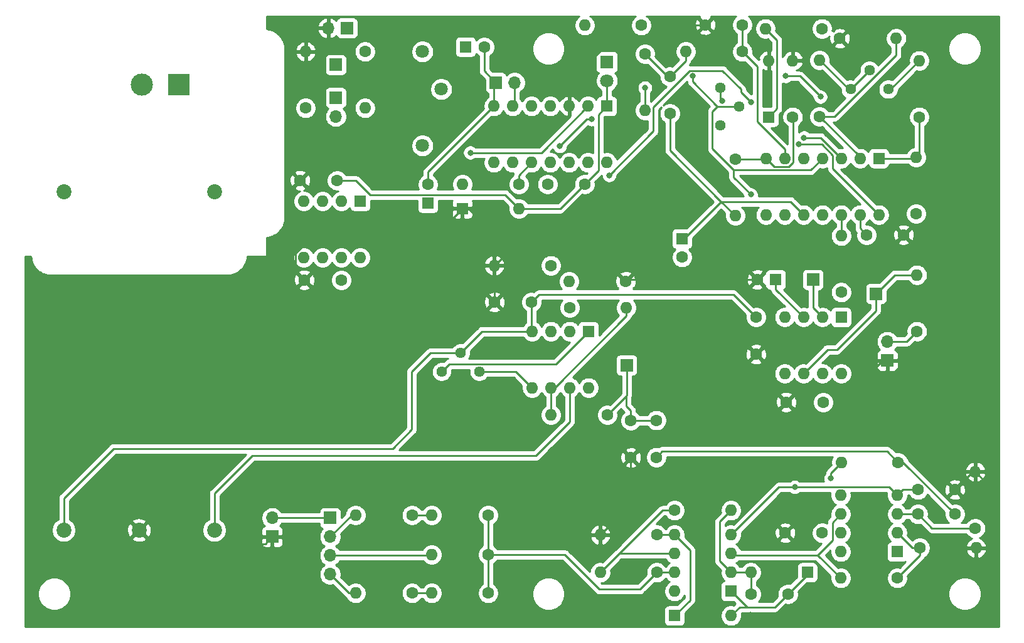
<source format=gbr>
G04 #@! TF.GenerationSoftware,KiCad,Pcbnew,5.1.7-a382d34a8~87~ubuntu20.04.1*
G04 #@! TF.CreationDate,2020-10-01T12:29:21+02:00*
G04 #@! TF.ProjectId,wowmeter,776f776d-6574-4657-922e-6b696361645f,rev?*
G04 #@! TF.SameCoordinates,Original*
G04 #@! TF.FileFunction,Copper,L2,Bot*
G04 #@! TF.FilePolarity,Positive*
%FSLAX46Y46*%
G04 Gerber Fmt 4.6, Leading zero omitted, Abs format (unit mm)*
G04 Created by KiCad (PCBNEW 5.1.7-a382d34a8~87~ubuntu20.04.1) date 2020-10-01 12:29:21*
%MOMM*%
%LPD*%
G01*
G04 APERTURE LIST*
G04 #@! TA.AperFunction,ComponentPad*
%ADD10C,2.025000*%
G04 #@! TD*
G04 #@! TA.AperFunction,ComponentPad*
%ADD11R,1.700000X1.700000*%
G04 #@! TD*
G04 #@! TA.AperFunction,ComponentPad*
%ADD12O,1.700000X1.700000*%
G04 #@! TD*
G04 #@! TA.AperFunction,ComponentPad*
%ADD13O,1.600000X1.600000*%
G04 #@! TD*
G04 #@! TA.AperFunction,ComponentPad*
%ADD14C,1.600000*%
G04 #@! TD*
G04 #@! TA.AperFunction,ComponentPad*
%ADD15C,1.440000*%
G04 #@! TD*
G04 #@! TA.AperFunction,ComponentPad*
%ADD16C,1.800000*%
G04 #@! TD*
G04 #@! TA.AperFunction,ComponentPad*
%ADD17C,3.000000*%
G04 #@! TD*
G04 #@! TA.AperFunction,ComponentPad*
%ADD18R,3.000000X3.000000*%
G04 #@! TD*
G04 #@! TA.AperFunction,ComponentPad*
%ADD19R,1.600000X1.600000*%
G04 #@! TD*
G04 #@! TA.AperFunction,ComponentPad*
%ADD20R,1.800000X1.800000*%
G04 #@! TD*
G04 #@! TA.AperFunction,ViaPad*
%ADD21C,0.800000*%
G04 #@! TD*
G04 #@! TA.AperFunction,Conductor*
%ADD22C,0.250000*%
G04 #@! TD*
G04 #@! TA.AperFunction,Conductor*
%ADD23C,0.254000*%
G04 #@! TD*
G04 #@! TA.AperFunction,Conductor*
%ADD24C,0.100000*%
G04 #@! TD*
G04 APERTURE END LIST*
D10*
X54102000Y-85344000D03*
X43942000Y-85344000D03*
X33782000Y-85344000D03*
X33782000Y-39624000D03*
X54102000Y-39624000D03*
D11*
X134874000Y-51498500D03*
X143383000Y-53403500D03*
X109728000Y-63055500D03*
X70485000Y-22479000D03*
D12*
X69723000Y-91313000D03*
X69723000Y-88773000D03*
X69723000Y-86233000D03*
D11*
X69723000Y-83693000D03*
D12*
X70485000Y-29464000D03*
D11*
X70485000Y-26924000D03*
D13*
X73152000Y-93853000D03*
D14*
X80772000Y-93853000D03*
D13*
X83439000Y-93853000D03*
D14*
X91059000Y-93853000D03*
D13*
X73152000Y-83312000D03*
D14*
X80772000Y-83312000D03*
D13*
X83439000Y-83312000D03*
D14*
X91059000Y-83312000D03*
D13*
X83439000Y-88646000D03*
D14*
X91059000Y-88646000D03*
D13*
X106172000Y-85979000D03*
D14*
X113792000Y-85979000D03*
D13*
X106172000Y-91059000D03*
D14*
X113792000Y-91059000D03*
D13*
X123825000Y-82677000D03*
D14*
X116205000Y-82677000D03*
D13*
X138620500Y-91821000D03*
D14*
X146240500Y-91821000D03*
D13*
X156781500Y-77470000D03*
D14*
X156781500Y-85090000D03*
D13*
X138747500Y-76200000D03*
D14*
X146367500Y-76200000D03*
D13*
X156908500Y-87757000D03*
D14*
X149288500Y-87757000D03*
D13*
X148907500Y-50863500D03*
D14*
X148907500Y-58483500D03*
D13*
X148780500Y-34988500D03*
D14*
X148780500Y-42608500D03*
D13*
X138684000Y-45593000D03*
D14*
X138684000Y-53213000D03*
D15*
X122364500Y-30670500D03*
X124904500Y-28130500D03*
X122364500Y-25590500D03*
D13*
X146113500Y-18923000D03*
D14*
X138493500Y-18923000D03*
D13*
X135763000Y-21844000D03*
D14*
X135763000Y-29464000D03*
D15*
X145034000Y-25781000D03*
X142494000Y-23241000D03*
X139954000Y-25781000D03*
D13*
X149225000Y-21907500D03*
D14*
X149225000Y-29527500D03*
D13*
X101981000Y-51752500D03*
D14*
X109601000Y-51752500D03*
D13*
X109664500Y-55308500D03*
D14*
X102044500Y-55308500D03*
D13*
X99504500Y-69786500D03*
D14*
X107124500Y-69786500D03*
D15*
X89852500Y-63944500D03*
X87312500Y-61404500D03*
X84772500Y-63944500D03*
D13*
X91884500Y-49593500D03*
D14*
X99504500Y-49593500D03*
D13*
X124396500Y-42862500D03*
D14*
X124396500Y-35242500D03*
D13*
X104076500Y-17145000D03*
D14*
X111696500Y-17145000D03*
D13*
X117729000Y-20701000D03*
D14*
X125349000Y-20701000D03*
D13*
X112204500Y-28638500D03*
D14*
X112204500Y-21018500D03*
D13*
X132143500Y-21907500D03*
D14*
X132143500Y-29527500D03*
D13*
X128460500Y-17589500D03*
D14*
X136080500Y-17589500D03*
D13*
X87566500Y-38608000D03*
D14*
X95186500Y-38608000D03*
D16*
X82169000Y-20701000D03*
X84709000Y-25781000D03*
X82169000Y-33401000D03*
D13*
X66421000Y-20701000D03*
D14*
X66421000Y-28321000D03*
D13*
X74422000Y-28321000D03*
D14*
X74422000Y-20701000D03*
D12*
X61912500Y-83693000D03*
D11*
X61912500Y-86233000D03*
D12*
X144907000Y-59880500D03*
D11*
X144907000Y-62420500D03*
D17*
X44276000Y-25146000D03*
D18*
X49276000Y-25146000D03*
D12*
X94615000Y-24892000D03*
D11*
X92075000Y-24892000D03*
D12*
X69469000Y-17526000D03*
D11*
X72009000Y-17526000D03*
D13*
X116205000Y-93599000D03*
X123825000Y-85979000D03*
X116205000Y-91059000D03*
X123825000Y-88519000D03*
X116205000Y-88519000D03*
X123825000Y-91059000D03*
X116205000Y-85979000D03*
D19*
X123825000Y-93599000D03*
D13*
X138620500Y-88265000D03*
X146240500Y-80645000D03*
X138620500Y-85725000D03*
X146240500Y-83185000D03*
X138620500Y-83185000D03*
X146240500Y-85725000D03*
X138620500Y-80645000D03*
D19*
X146240500Y-88265000D03*
D13*
X138684000Y-64198500D03*
X131064000Y-56578500D03*
X136144000Y-64198500D03*
X133604000Y-56578500D03*
X133604000Y-64198500D03*
X136144000Y-56578500D03*
X131064000Y-64198500D03*
D19*
X138684000Y-56578500D03*
D13*
X104584500Y-66103500D03*
X96964500Y-58483500D03*
X102044500Y-66103500D03*
X99504500Y-58483500D03*
X99504500Y-66103500D03*
X102044500Y-58483500D03*
X96964500Y-66103500D03*
D19*
X104584500Y-58483500D03*
D13*
X143764000Y-42735500D03*
X128524000Y-35115500D03*
X141224000Y-42735500D03*
X131064000Y-35115500D03*
X138684000Y-42735500D03*
X133604000Y-35115500D03*
X136144000Y-42735500D03*
X136144000Y-35115500D03*
X133604000Y-42735500D03*
X138684000Y-35115500D03*
X131064000Y-42735500D03*
X141224000Y-35115500D03*
X128524000Y-42735500D03*
D19*
X143764000Y-35115500D03*
D13*
X107061000Y-35687000D03*
X91821000Y-28067000D03*
X104521000Y-35687000D03*
X94361000Y-28067000D03*
X101981000Y-35687000D03*
X96901000Y-28067000D03*
X99441000Y-35687000D03*
X99441000Y-28067000D03*
X96901000Y-35687000D03*
X101981000Y-28067000D03*
X94361000Y-35687000D03*
X104521000Y-28067000D03*
X91821000Y-35687000D03*
D19*
X107061000Y-28067000D03*
D13*
X73787000Y-48514000D03*
X66167000Y-40894000D03*
X71247000Y-48514000D03*
X68707000Y-40894000D03*
X68707000Y-48514000D03*
X71247000Y-40894000D03*
X66167000Y-48514000D03*
D19*
X73787000Y-40894000D03*
D13*
X123825000Y-96901000D03*
D19*
X116205000Y-96901000D03*
D13*
X126492000Y-91059000D03*
D19*
X134112000Y-91059000D03*
D16*
X107061000Y-24638000D03*
D20*
X107061000Y-22098000D03*
D13*
X95186500Y-41910000D03*
D19*
X87566500Y-41910000D03*
D13*
X128905000Y-21907500D03*
D19*
X128905000Y-29527500D03*
D14*
X131492000Y-93980000D03*
X126492000Y-93980000D03*
X154034500Y-79883000D03*
X149034500Y-79883000D03*
X136127500Y-85725000D03*
X131127500Y-85725000D03*
X127190500Y-61578500D03*
X127190500Y-56578500D03*
X127357500Y-51498500D03*
D19*
X129857500Y-51498500D03*
D14*
X131271000Y-68072000D03*
X136271000Y-68072000D03*
X110299500Y-75548500D03*
X110299500Y-70548500D03*
X117221000Y-48474000D03*
D19*
X117221000Y-45974000D03*
D14*
X91901000Y-54546500D03*
X96901000Y-54546500D03*
X147113000Y-45466000D03*
X142113000Y-45466000D03*
X120349000Y-17081500D03*
X125349000Y-17081500D03*
X115570000Y-29066500D03*
X115570000Y-24066500D03*
X104060000Y-38608000D03*
X99060000Y-38608000D03*
X90511000Y-20066000D03*
D19*
X88011000Y-20066000D03*
D14*
X82931000Y-38648000D03*
D19*
X82931000Y-41148000D03*
D14*
X65675500Y-38100000D03*
X70675500Y-38100000D03*
X66247000Y-51562000D03*
X71247000Y-51562000D03*
X113728500Y-75501500D03*
X113728500Y-70501500D03*
X154034500Y-83185000D03*
X149034500Y-83185000D03*
D21*
X105346500Y-47498000D03*
X30413191Y-51824000D03*
X30413191Y-58824000D03*
X30413191Y-65824000D03*
X30413191Y-72824000D03*
X30413191Y-79824000D03*
X30413191Y-86824000D03*
X30413191Y-96824000D03*
X33413191Y-90824000D03*
X34413191Y-54824000D03*
X34413191Y-61824000D03*
X34413191Y-68824000D03*
X34413191Y-75824000D03*
X35413191Y-81824000D03*
X36413191Y-94824000D03*
X37413191Y-86824000D03*
X38413191Y-57824000D03*
X38413191Y-64824000D03*
X38413191Y-71824000D03*
X39413191Y-77824000D03*
X40413191Y-52824000D03*
X40413191Y-90824000D03*
X41413191Y-82824000D03*
X41413191Y-96824000D03*
X42413191Y-60824000D03*
X42413191Y-67824000D03*
X44413191Y-55824000D03*
X44413191Y-72824000D03*
X45413191Y-78824000D03*
X45413191Y-88824000D03*
X46413191Y-63824000D03*
X46413191Y-94824000D03*
X47413191Y-83824000D03*
X48413191Y-52824000D03*
X48413191Y-68824000D03*
X49413191Y-58824000D03*
X49413191Y-75824000D03*
X50413191Y-90824000D03*
X51413191Y-80824000D03*
X51413191Y-96824000D03*
X52413191Y-62824000D03*
X52413191Y-71824000D03*
X53413191Y-54824000D03*
X55413191Y-66824000D03*
X55413191Y-76824000D03*
X55413191Y-88824000D03*
X56413191Y-58824000D03*
X56413191Y-82824000D03*
X56413191Y-94824000D03*
X57413191Y-51824000D03*
X59413191Y-62824000D03*
X59413191Y-69824000D03*
X60413191Y-55824000D03*
X60413191Y-78824000D03*
X60413191Y-90824000D03*
X61413191Y-96824000D03*
X62413191Y-46824000D03*
X63413191Y-16824000D03*
X63413191Y-59824000D03*
X63413191Y-66824000D03*
X64413191Y-72824000D03*
X64413191Y-81824000D03*
X65413191Y-87824000D03*
X66413191Y-22824000D03*
X66413191Y-30824000D03*
X66413191Y-43824000D03*
X66413191Y-53824000D03*
X66413191Y-93824000D03*
X67413191Y-62824000D03*
X67413191Y-76824000D03*
X68413191Y-35824000D03*
X68413191Y-68824000D03*
X69413191Y-57824000D03*
X70413191Y-80824000D03*
X70413191Y-96824000D03*
X71413191Y-72824000D03*
X72413191Y-64824000D03*
X72413191Y-85824000D03*
X73413191Y-30824000D03*
X73413191Y-53824000D03*
X74413191Y-16824000D03*
X74413191Y-59824000D03*
X74413191Y-76824000D03*
X74413191Y-90824000D03*
X75413191Y-24824000D03*
X75413191Y-68824000D03*
X76413191Y-37824000D03*
X76413191Y-45824000D03*
X76413191Y-81824000D03*
X76413191Y-95824000D03*
X78413191Y-19824000D03*
X78413191Y-28824000D03*
X78413191Y-50824000D03*
X78413191Y-62824000D03*
X78413191Y-86824000D03*
X79413191Y-56824000D03*
X80413191Y-42824000D03*
X80413191Y-77824000D03*
X81413191Y-90824000D03*
X82413191Y-16824000D03*
X82413191Y-25824000D03*
X82413191Y-47824000D03*
X82413191Y-65824000D03*
X82413191Y-72824000D03*
X82413191Y-96824000D03*
X83413191Y-53824000D03*
X84413191Y-30824000D03*
X84413191Y-59824000D03*
X84413191Y-80824000D03*
X85413191Y-21824000D03*
X86413191Y-68824000D03*
X86413191Y-85824000D03*
X86413191Y-92824000D03*
X87413191Y-44824000D03*
X87413191Y-76824000D03*
X88413191Y-26824000D03*
X88413191Y-50824000D03*
X89413191Y-16824000D03*
X89413191Y-56824000D03*
X89413191Y-96824000D03*
X90413191Y-71824000D03*
X91413191Y-30824000D03*
X91413191Y-41824000D03*
X91413191Y-61824000D03*
X91413191Y-79824000D03*
X93413191Y-19824000D03*
X93413191Y-66824000D03*
X93413191Y-84824000D03*
X93413191Y-91824000D03*
X94413191Y-45824000D03*
X94413191Y-52824000D03*
X95413191Y-73824000D03*
X96413191Y-96824000D03*
X97413191Y-16824000D03*
X97413191Y-23824000D03*
X97413191Y-60824000D03*
X97413191Y-78824000D03*
X98413191Y-30824000D03*
X98413191Y-86824000D03*
X99413191Y-43824000D03*
X102413191Y-19824000D03*
X102413191Y-92824000D03*
X103413191Y-72824000D03*
X103413191Y-79824000D03*
X104413191Y-24824000D03*
X104413191Y-32824000D03*
X104413191Y-41824000D03*
X104413191Y-49824000D03*
X104413191Y-63824000D03*
X105413191Y-55824000D03*
X105413191Y-96824000D03*
X106413191Y-16824000D03*
X107413191Y-75824000D03*
X108413191Y-46824000D03*
X108413191Y-59824000D03*
X108413191Y-85824000D03*
X109413191Y-27824000D03*
X109413191Y-91824000D03*
X110413191Y-36824000D03*
X111413191Y-42824000D03*
X111413191Y-65824000D03*
X111413191Y-78824000D03*
X112413191Y-49824000D03*
X112413191Y-56824000D03*
X112413191Y-95824000D03*
X114413191Y-16824000D03*
X114413191Y-31824000D03*
X114413191Y-61824000D03*
X115413191Y-38824000D03*
X115413191Y-72824000D03*
X117413191Y-54824000D03*
X117413191Y-66824000D03*
X117413191Y-77824000D03*
X118413191Y-28824000D03*
X118413191Y-42824000D03*
X118413191Y-85824000D03*
X119413191Y-34824000D03*
X119413191Y-59824000D03*
X119413191Y-94824000D03*
X120413191Y-19824000D03*
X120413191Y-47824000D03*
X121413191Y-80824000D03*
X122413191Y-63824000D03*
X122413191Y-71824000D03*
X123413191Y-55824000D03*
X124413191Y-76824000D03*
X126413191Y-37824000D03*
X126413191Y-67824000D03*
X126413191Y-85824000D03*
X126413191Y-96824000D03*
X127413191Y-48824000D03*
X127413191Y-58824000D03*
X128413191Y-72824000D03*
X131413191Y-16824000D03*
X131413191Y-45824000D03*
X132413191Y-51824000D03*
X132413191Y-81824000D03*
X133413191Y-96824000D03*
X134413191Y-59824000D03*
X134413191Y-70824000D03*
X136413191Y-37824000D03*
X136413191Y-47824000D03*
X138413191Y-94824000D03*
X139413191Y-30824000D03*
X139413191Y-67824000D03*
X140413191Y-16824000D03*
X141413191Y-61824000D03*
X141413191Y-72824000D03*
X141413191Y-80824000D03*
X141413191Y-87824000D03*
X142413191Y-38824000D03*
X143413191Y-20824000D03*
X143413191Y-47824000D03*
X143413191Y-92824000D03*
X144413191Y-28824000D03*
X144413191Y-56824000D03*
X144413191Y-65824000D03*
X146413191Y-33824000D03*
X146413191Y-42824000D03*
X146413191Y-70824000D03*
X146413191Y-96824000D03*
X148413191Y-16824000D03*
X148413191Y-24824000D03*
X148413191Y-53824000D03*
X149413191Y-37824000D03*
X149413191Y-63824000D03*
X149413191Y-74824000D03*
X149413191Y-90824000D03*
X150413191Y-45824000D03*
X151413191Y-31824000D03*
X151413191Y-68824000D03*
X151413191Y-82824000D03*
X152413191Y-95824000D03*
X153413191Y-26824000D03*
X153413191Y-40824000D03*
X153413191Y-49824000D03*
X153413191Y-56824000D03*
X153413191Y-87824000D03*
X154413191Y-72824000D03*
X155413191Y-16824000D03*
X155413191Y-34824000D03*
X155413191Y-65824000D03*
X156413191Y-44824000D03*
X156413191Y-79824000D03*
X157413191Y-23824000D03*
X157413191Y-52824000D03*
X157413191Y-59824000D03*
X157413191Y-90824000D03*
X158413191Y-29824000D03*
X158413191Y-38824000D03*
X158413191Y-69824000D03*
X158413191Y-96824000D03*
X107378500Y-37401500D03*
X126492000Y-27495500D03*
X105029000Y-29845000D03*
X100711000Y-33464500D03*
X135890000Y-26797000D03*
X131191000Y-24003000D03*
X112204500Y-25590500D03*
X126492000Y-40005000D03*
X132415499Y-79519999D03*
X118618000Y-24003000D03*
X88646000Y-34353500D03*
X132969000Y-33210500D03*
X122618500Y-27368500D03*
X133667500Y-32321500D03*
X137287000Y-78359000D03*
D22*
X87566500Y-41910000D02*
X84836000Y-44640500D01*
X65041999Y-50356999D02*
X66247000Y-51562000D01*
X65041999Y-47973999D02*
X65041999Y-50356999D01*
X68375498Y-44640500D02*
X65041999Y-47973999D01*
X84836000Y-44640500D02*
X68375498Y-44640500D01*
X118237000Y-17081500D02*
X120349000Y-17081500D01*
X115951000Y-19367500D02*
X118237000Y-17081500D01*
X107406498Y-19367500D02*
X115951000Y-19367500D01*
X101981000Y-24792998D02*
X107406498Y-19367500D01*
X101981000Y-28067000D02*
X101981000Y-24792998D01*
X147113000Y-45466000D02*
X151638000Y-49991000D01*
X151638000Y-49991000D02*
X151638000Y-59372500D01*
X148590000Y-62420500D02*
X144907000Y-62420500D01*
X151638000Y-59372500D02*
X148590000Y-62420500D01*
X144907000Y-62420500D02*
X144335500Y-62420500D01*
X144335500Y-62420500D02*
X140525500Y-66230500D01*
X133112500Y-66230500D02*
X131271000Y-68072000D01*
X140525500Y-66230500D02*
X133112500Y-66230500D01*
X156781500Y-64516000D02*
X151638000Y-59372500D01*
X156781500Y-77470000D02*
X156781500Y-64516000D01*
X156447500Y-77470000D02*
X156781500Y-77470000D01*
X154034500Y-79883000D02*
X156447500Y-77470000D01*
X158750000Y-87757000D02*
X156908500Y-87757000D01*
X159004000Y-87503000D02*
X158750000Y-87757000D01*
X159004000Y-79692500D02*
X159004000Y-87503000D01*
X156781500Y-77470000D02*
X159004000Y-79692500D01*
X110299500Y-81851500D02*
X106172000Y-85979000D01*
X110299500Y-75548500D02*
X110299500Y-81851500D01*
X109855000Y-51498500D02*
X109601000Y-51752500D01*
X127357500Y-51498500D02*
X109855000Y-51498500D01*
X127357500Y-51498500D02*
X128778000Y-52919000D01*
X128778000Y-59991000D02*
X127190500Y-61578500D01*
X128778000Y-52919000D02*
X128778000Y-59991000D01*
X91884500Y-49593500D02*
X93980000Y-47498000D01*
X105346500Y-47498000D02*
X109601000Y-51752500D01*
X93980000Y-47498000D02*
X105346500Y-47498000D01*
X88392000Y-41910000D02*
X93980000Y-47498000D01*
X87566500Y-41910000D02*
X88392000Y-41910000D01*
X91884500Y-54530000D02*
X91901000Y-54546500D01*
X91884500Y-49593500D02*
X91884500Y-54530000D01*
X43942000Y-85344000D02*
X45783500Y-87185500D01*
X60960000Y-87185500D02*
X61912500Y-86233000D01*
X45783500Y-87185500D02*
X60960000Y-87185500D01*
X130030001Y-19159001D02*
X128460500Y-17589500D01*
X130030001Y-28402499D02*
X130030001Y-19159001D01*
X128905000Y-29527500D02*
X130030001Y-28402499D01*
X95186500Y-37401500D02*
X96901000Y-35687000D01*
X95186500Y-38608000D02*
X95186500Y-37401500D01*
X118269999Y-23277999D02*
X122655499Y-23277999D01*
X113329501Y-28218497D02*
X118269999Y-23277999D01*
X113329501Y-31450499D02*
X113329501Y-28218497D01*
X107378500Y-37401500D02*
X113329501Y-31450499D01*
X122655499Y-23277999D02*
X125158500Y-25781000D01*
X125158500Y-26162000D02*
X126492000Y-27495500D01*
X125158500Y-25781000D02*
X125158500Y-26162000D01*
X73178002Y-38100000D02*
X70675500Y-38100000D01*
X75101001Y-40022999D02*
X73178002Y-38100000D01*
X93299499Y-40022999D02*
X75101001Y-40022999D01*
X95186500Y-41910000D02*
X93299499Y-40022999D01*
X100758000Y-41910000D02*
X104060000Y-38608000D01*
X95186500Y-41910000D02*
X100758000Y-41910000D01*
X107061000Y-24638000D02*
X107061000Y-28067000D01*
X105935999Y-36732001D02*
X104060000Y-38608000D01*
X105935999Y-29192001D02*
X105935999Y-36732001D01*
X107061000Y-28067000D02*
X105935999Y-29192001D01*
X82931000Y-36957000D02*
X91821000Y-28067000D01*
X82931000Y-38648000D02*
X82931000Y-36957000D01*
X91821000Y-25146000D02*
X92075000Y-24892000D01*
X91821000Y-28067000D02*
X91821000Y-25146000D01*
X90511000Y-23328000D02*
X92075000Y-24892000D01*
X90511000Y-20066000D02*
X90511000Y-23328000D01*
X145351500Y-25781000D02*
X145034000Y-25781000D01*
X149225000Y-21907500D02*
X145351500Y-25781000D01*
X104330500Y-29845000D02*
X100711000Y-33464500D01*
X105029000Y-29845000D02*
X104330500Y-29845000D01*
X133096000Y-24003000D02*
X131191000Y-24003000D01*
X135890000Y-26797000D02*
X133096000Y-24003000D01*
X112204500Y-25590500D02*
X112204500Y-28638500D01*
X115570000Y-29066500D02*
X115570000Y-34036000D01*
X131826000Y-40957500D02*
X122491500Y-40957500D01*
X133604000Y-42735500D02*
X131826000Y-40957500D01*
X122491500Y-40957500D02*
X124396500Y-42862500D01*
X115570000Y-34036000D02*
X122491500Y-40957500D01*
X117475000Y-45974000D02*
X122491500Y-40957500D01*
X117221000Y-45974000D02*
X117475000Y-45974000D01*
X117729000Y-21907500D02*
X115570000Y-24066500D01*
X117729000Y-20701000D02*
X117729000Y-21907500D01*
X115252500Y-24066500D02*
X115570000Y-24066500D01*
X112204500Y-21018500D02*
X115252500Y-24066500D01*
X125349000Y-17081500D02*
X125349000Y-20701000D01*
X131064000Y-33871502D02*
X131064000Y-35115500D01*
X127381000Y-30188502D02*
X131064000Y-33871502D01*
X127381000Y-22733000D02*
X127381000Y-30188502D01*
X125349000Y-20701000D02*
X127381000Y-22733000D01*
X141224000Y-44577000D02*
X142113000Y-45466000D01*
X141224000Y-42735500D02*
X141224000Y-44577000D01*
X59207400Y-75285600D02*
X54102000Y-80391000D01*
X97497900Y-75285600D02*
X59207400Y-75285600D01*
X54102000Y-80391000D02*
X54102000Y-85344000D01*
X102044500Y-70739000D02*
X97497900Y-75285600D01*
X102044500Y-66103500D02*
X102044500Y-70739000D01*
X121983500Y-28130500D02*
X124904500Y-28130500D01*
X134568989Y-36690511D02*
X136144000Y-35115500D01*
X124179509Y-36690511D02*
X134568989Y-36690511D01*
X121319499Y-33830501D02*
X124179509Y-36690511D01*
X121319499Y-28794501D02*
X121319499Y-33830501D01*
X121983500Y-28130500D02*
X121319499Y-28794501D01*
X124179509Y-37692509D02*
X126492000Y-40005000D01*
X124179509Y-36690511D02*
X124179509Y-37692509D01*
X147002500Y-79883000D02*
X146240500Y-80645000D01*
X149034500Y-79883000D02*
X147002500Y-79883000D01*
X130284001Y-79519999D02*
X123825000Y-85979000D01*
X146240500Y-80645000D02*
X145115499Y-79519999D01*
X96901000Y-58420000D02*
X96964500Y-58483500D01*
X96901000Y-54546500D02*
X96901000Y-58420000D01*
X96901000Y-54546500D02*
X97917000Y-53530500D01*
X124142500Y-53530500D02*
X127190500Y-56578500D01*
X97917000Y-53530500D02*
X124142500Y-53530500D01*
X90233500Y-58483500D02*
X87312500Y-61404500D01*
X96964500Y-58483500D02*
X90233500Y-58483500D01*
X33782000Y-85344000D02*
X33782000Y-81026000D01*
X132415499Y-79519999D02*
X130284001Y-79519999D01*
X145115499Y-79519999D02*
X132415499Y-79519999D01*
X118618000Y-24765000D02*
X121983500Y-28130500D01*
X118618000Y-24003000D02*
X118618000Y-24765000D01*
X33782000Y-81026000D02*
X40487600Y-74320400D01*
X40487600Y-74320400D02*
X78168500Y-74320400D01*
X78168500Y-74320400D02*
X80733900Y-71755000D01*
X80733900Y-71755000D02*
X80733900Y-63919100D01*
X83248500Y-61404500D02*
X87312500Y-61404500D01*
X80733900Y-63919100D02*
X83248500Y-61404500D01*
X109728000Y-63055500D02*
X109728000Y-67183000D01*
X110299500Y-70548500D02*
X110299500Y-69215000D01*
X109664500Y-68580000D02*
X109664500Y-67246500D01*
X110299500Y-69215000D02*
X109664500Y-68580000D01*
X109664500Y-67246500D02*
X107124500Y-69786500D01*
X109728000Y-67183000D02*
X109664500Y-67246500D01*
X110346500Y-70501500D02*
X110299500Y-70548500D01*
X113728500Y-70501500D02*
X110346500Y-70501500D01*
X129857500Y-52832000D02*
X133604000Y-56578500D01*
X129857500Y-51498500D02*
X129857500Y-52832000D01*
X147049500Y-76200000D02*
X146367500Y-76200000D01*
X154034500Y-83185000D02*
X147049500Y-76200000D01*
X144869001Y-74701501D02*
X146367500Y-76200000D01*
X114528499Y-74701501D02*
X144869001Y-74701501D01*
X113728500Y-75501500D02*
X114528499Y-74701501D01*
X146240500Y-83185000D02*
X149034500Y-83185000D01*
X150939500Y-85090000D02*
X149034500Y-83185000D01*
X156781500Y-85090000D02*
X150939500Y-85090000D01*
X134112000Y-91360000D02*
X131492000Y-93980000D01*
X134112000Y-91059000D02*
X134112000Y-91360000D01*
X123825000Y-93599000D02*
X125984000Y-95758000D01*
X129714000Y-95758000D02*
X131492000Y-93980000D01*
X125984000Y-95758000D02*
X129714000Y-95758000D01*
X124968000Y-95758000D02*
X125984000Y-95758000D01*
X123825000Y-96901000D02*
X124968000Y-95758000D01*
X123825000Y-91059000D02*
X126492000Y-91059000D01*
X126492000Y-91059000D02*
X126492000Y-93980000D01*
X123825000Y-91059000D02*
X122301000Y-89535000D01*
X122301000Y-84201000D02*
X123825000Y-82677000D01*
X122301000Y-89535000D02*
X122301000Y-84201000D01*
X113792000Y-85979000D02*
X116205000Y-85979000D01*
X116205000Y-85979000D02*
X118300500Y-88074500D01*
X118300500Y-94805500D02*
X116205000Y-96901000D01*
X118300500Y-88074500D02*
X118300500Y-94805500D01*
X98234500Y-34353500D02*
X104521000Y-28067000D01*
X88646000Y-34353500D02*
X98234500Y-34353500D01*
X94615000Y-27813000D02*
X94361000Y-28067000D01*
X94615000Y-24892000D02*
X94615000Y-27813000D01*
X139700000Y-25781000D02*
X139954000Y-25781000D01*
X135763000Y-21844000D02*
X139700000Y-25781000D01*
X139954000Y-25781000D02*
X142494000Y-23241000D01*
X137558999Y-36530499D02*
X143764000Y-42735500D01*
X137558999Y-34688999D02*
X137558999Y-36530499D01*
X136080500Y-33210500D02*
X137558999Y-34688999D01*
X132969000Y-33210500D02*
X136080500Y-33210500D01*
X129649001Y-36240501D02*
X128524000Y-35115500D01*
X131604001Y-36240501D02*
X129649001Y-36240501D01*
X132189001Y-35655501D02*
X131604001Y-36240501D01*
X132189001Y-29573001D02*
X132189001Y-35655501D01*
X132143500Y-29527500D02*
X132189001Y-29573001D01*
X128397000Y-35242500D02*
X128524000Y-35115500D01*
X124396500Y-35242500D02*
X128397000Y-35242500D01*
X138684000Y-45593000D02*
X138684000Y-42735500D01*
X122364500Y-27114500D02*
X122618500Y-27368500D01*
X122364500Y-25590500D02*
X122364500Y-27114500D01*
X135890000Y-32321500D02*
X138684000Y-35115500D01*
X133667500Y-32321500D02*
X135890000Y-32321500D01*
X137817602Y-29464000D02*
X135763000Y-29464000D01*
X146113500Y-21168102D02*
X137817602Y-29464000D01*
X146113500Y-18923000D02*
X146113500Y-21168102D01*
X141224000Y-34925000D02*
X141224000Y-35115500D01*
X135763000Y-29464000D02*
X141224000Y-34925000D01*
X149225000Y-34544000D02*
X148780500Y-34988500D01*
X149225000Y-29527500D02*
X149225000Y-34544000D01*
X148653500Y-35115500D02*
X148780500Y-34988500D01*
X143764000Y-35115500D02*
X148653500Y-35115500D01*
X99504500Y-66103500D02*
X99504500Y-69786500D01*
X100000870Y-66103500D02*
X99504500Y-66103500D01*
X109664500Y-56439870D02*
X100000870Y-66103500D01*
X109664500Y-55308500D02*
X109664500Y-56439870D01*
X94805500Y-63944500D02*
X96964500Y-66103500D01*
X89852500Y-63944500D02*
X94805500Y-63944500D01*
X85817501Y-62899499D02*
X100168501Y-62899499D01*
X100168501Y-62899499D02*
X104584500Y-58483500D01*
X84772500Y-63944500D02*
X85817501Y-62899499D01*
X145923000Y-50863500D02*
X143383000Y-53403500D01*
X148907500Y-50863500D02*
X145923000Y-50863500D01*
X143383000Y-53403500D02*
X143383000Y-55689500D01*
X143383000Y-55689500D02*
X138112500Y-60960000D01*
X136842500Y-60960000D02*
X133604000Y-64198500D01*
X138112500Y-60960000D02*
X136842500Y-60960000D01*
X134874000Y-55308500D02*
X136144000Y-56578500D01*
X134874000Y-51498500D02*
X134874000Y-55308500D01*
X138620500Y-91821000D02*
X135509000Y-88709500D01*
X124015500Y-88709500D02*
X123825000Y-88519000D01*
X135509000Y-88709500D02*
X124015500Y-88709500D01*
X137495499Y-86723001D02*
X135509000Y-88709500D01*
X137495499Y-84310001D02*
X137495499Y-86723001D01*
X138620500Y-83185000D02*
X137495499Y-84310001D01*
X137287000Y-77660500D02*
X137287000Y-78359000D01*
X138747500Y-76200000D02*
X137287000Y-77660500D01*
X148272500Y-87757000D02*
X149288500Y-87757000D01*
X146240500Y-85725000D02*
X148272500Y-87757000D01*
X149288500Y-88773000D02*
X149288500Y-87757000D01*
X146240500Y-91821000D02*
X149288500Y-88773000D01*
X113792000Y-91059000D02*
X116205000Y-91059000D01*
X91059000Y-83312000D02*
X91059000Y-88646000D01*
X91059000Y-88646000D02*
X91059000Y-93853000D01*
X91059000Y-88646000D02*
X101346000Y-88646000D01*
X101346000Y-88646000D02*
X106045000Y-93345000D01*
X111506000Y-93345000D02*
X113792000Y-91059000D01*
X106045000Y-93345000D02*
X111506000Y-93345000D01*
X108712000Y-88519000D02*
X106172000Y-91059000D01*
X116205000Y-88519000D02*
X108712000Y-88519000D01*
X114554000Y-82677000D02*
X108712000Y-88519000D01*
X116205000Y-82677000D02*
X114554000Y-82677000D01*
X147510500Y-59880500D02*
X148907500Y-58483500D01*
X144907000Y-59880500D02*
X147510500Y-59880500D01*
X61912500Y-83693000D02*
X69723000Y-83693000D01*
X83312000Y-88773000D02*
X83439000Y-88646000D01*
X69723000Y-88773000D02*
X83312000Y-88773000D01*
X80772000Y-83312000D02*
X83439000Y-83312000D01*
X72644000Y-83312000D02*
X73152000Y-83312000D01*
X69723000Y-86233000D02*
X72644000Y-83312000D01*
X80772000Y-93853000D02*
X83439000Y-93853000D01*
X72263000Y-93853000D02*
X73152000Y-93853000D01*
X69723000Y-91313000D02*
X72263000Y-93853000D01*
D23*
X103161741Y-16030363D02*
X102961863Y-16230241D01*
X102804820Y-16465273D01*
X102696647Y-16726426D01*
X102641500Y-17003665D01*
X102641500Y-17286335D01*
X102696647Y-17563574D01*
X102804820Y-17824727D01*
X102961863Y-18059759D01*
X103161741Y-18259637D01*
X103396773Y-18416680D01*
X103657926Y-18524853D01*
X103935165Y-18580000D01*
X104217835Y-18580000D01*
X104495074Y-18524853D01*
X104756227Y-18416680D01*
X104991259Y-18259637D01*
X105191137Y-18059759D01*
X105348180Y-17824727D01*
X105456353Y-17563574D01*
X105511500Y-17286335D01*
X105511500Y-17003665D01*
X105456353Y-16726426D01*
X105348180Y-16465273D01*
X105191137Y-16230241D01*
X104991259Y-16030363D01*
X104796157Y-15900000D01*
X110976843Y-15900000D01*
X110781741Y-16030363D01*
X110581863Y-16230241D01*
X110424820Y-16465273D01*
X110316647Y-16726426D01*
X110261500Y-17003665D01*
X110261500Y-17286335D01*
X110316647Y-17563574D01*
X110424820Y-17824727D01*
X110581863Y-18059759D01*
X110781741Y-18259637D01*
X111016773Y-18416680D01*
X111277926Y-18524853D01*
X111555165Y-18580000D01*
X111837835Y-18580000D01*
X112115074Y-18524853D01*
X112376227Y-18416680D01*
X112611259Y-18259637D01*
X112796694Y-18074202D01*
X119535903Y-18074202D01*
X119607486Y-18318171D01*
X119862996Y-18439071D01*
X120137184Y-18507800D01*
X120419512Y-18521717D01*
X120699130Y-18480287D01*
X120965292Y-18385103D01*
X121090514Y-18318171D01*
X121162097Y-18074202D01*
X120349000Y-17261105D01*
X119535903Y-18074202D01*
X112796694Y-18074202D01*
X112811137Y-18059759D01*
X112968180Y-17824727D01*
X113076353Y-17563574D01*
X113131500Y-17286335D01*
X113131500Y-17152012D01*
X118908783Y-17152012D01*
X118950213Y-17431630D01*
X119045397Y-17697792D01*
X119112329Y-17823014D01*
X119356298Y-17894597D01*
X120169395Y-17081500D01*
X120528605Y-17081500D01*
X121341702Y-17894597D01*
X121585671Y-17823014D01*
X121706571Y-17567504D01*
X121775300Y-17293316D01*
X121789217Y-17010988D01*
X121747787Y-16731370D01*
X121652603Y-16465208D01*
X121585671Y-16339986D01*
X121341702Y-16268403D01*
X120528605Y-17081500D01*
X120169395Y-17081500D01*
X119356298Y-16268403D01*
X119112329Y-16339986D01*
X118991429Y-16595496D01*
X118922700Y-16869684D01*
X118908783Y-17152012D01*
X113131500Y-17152012D01*
X113131500Y-17003665D01*
X113076353Y-16726426D01*
X112968180Y-16465273D01*
X112811137Y-16230241D01*
X112611259Y-16030363D01*
X112416157Y-15900000D01*
X119591298Y-15900000D01*
X119535903Y-16088798D01*
X120349000Y-16901895D01*
X121162097Y-16088798D01*
X121106702Y-15900000D01*
X124534309Y-15900000D01*
X124434241Y-15966863D01*
X124234363Y-16166741D01*
X124077320Y-16401773D01*
X123969147Y-16662926D01*
X123914000Y-16940165D01*
X123914000Y-17222835D01*
X123969147Y-17500074D01*
X124077320Y-17761227D01*
X124234363Y-17996259D01*
X124434241Y-18196137D01*
X124589000Y-18299544D01*
X124589001Y-19482956D01*
X124434241Y-19586363D01*
X124234363Y-19786241D01*
X124077320Y-20021273D01*
X123969147Y-20282426D01*
X123914000Y-20559665D01*
X123914000Y-20842335D01*
X123969147Y-21119574D01*
X124077320Y-21380727D01*
X124234363Y-21615759D01*
X124434241Y-21815637D01*
X124669273Y-21972680D01*
X124930426Y-22080853D01*
X125207665Y-22136000D01*
X125490335Y-22136000D01*
X125672886Y-22099688D01*
X126621000Y-23047802D01*
X126621001Y-26465883D01*
X126593939Y-26460500D01*
X126531802Y-26460500D01*
X125918500Y-25847199D01*
X125918500Y-25818323D01*
X125922176Y-25781000D01*
X125918500Y-25743677D01*
X125918500Y-25743667D01*
X125907503Y-25632014D01*
X125864046Y-25488753D01*
X125846782Y-25456454D01*
X125793474Y-25356723D01*
X125722299Y-25269997D01*
X125698501Y-25240999D01*
X125669504Y-25217202D01*
X123219303Y-22767002D01*
X123195500Y-22737998D01*
X123079775Y-22643025D01*
X122947746Y-22572453D01*
X122804485Y-22528996D01*
X122692832Y-22517999D01*
X122692821Y-22517999D01*
X122655499Y-22514323D01*
X122618177Y-22517999D01*
X118307321Y-22517999D01*
X118269998Y-22514323D01*
X118232675Y-22517999D01*
X118232666Y-22517999D01*
X118189002Y-22522300D01*
X118240003Y-22471299D01*
X118269001Y-22447501D01*
X118309336Y-22398353D01*
X118363974Y-22331777D01*
X118434546Y-22199747D01*
X118453883Y-22136000D01*
X118478003Y-22056486D01*
X118489000Y-21944833D01*
X118489000Y-21944824D01*
X118491718Y-21917227D01*
X118643759Y-21815637D01*
X118843637Y-21615759D01*
X119000680Y-21380727D01*
X119108853Y-21119574D01*
X119164000Y-20842335D01*
X119164000Y-20559665D01*
X119108853Y-20282426D01*
X119000680Y-20021273D01*
X118843637Y-19786241D01*
X118643759Y-19586363D01*
X118408727Y-19429320D01*
X118147574Y-19321147D01*
X117870335Y-19266000D01*
X117587665Y-19266000D01*
X117310426Y-19321147D01*
X117049273Y-19429320D01*
X116814241Y-19586363D01*
X116614363Y-19786241D01*
X116457320Y-20021273D01*
X116349147Y-20282426D01*
X116294000Y-20559665D01*
X116294000Y-20842335D01*
X116349147Y-21119574D01*
X116457320Y-21380727D01*
X116614363Y-21615759D01*
X116780151Y-21781547D01*
X115893886Y-22667812D01*
X115711335Y-22631500D01*
X115428665Y-22631500D01*
X115151426Y-22686647D01*
X115007192Y-22746391D01*
X113603188Y-21342386D01*
X113639500Y-21159835D01*
X113639500Y-20877165D01*
X113584353Y-20599926D01*
X113476180Y-20338773D01*
X113319137Y-20103741D01*
X113119259Y-19903863D01*
X112884227Y-19746820D01*
X112623074Y-19638647D01*
X112345835Y-19583500D01*
X112063165Y-19583500D01*
X111785926Y-19638647D01*
X111524773Y-19746820D01*
X111289741Y-19903863D01*
X111089863Y-20103741D01*
X110932820Y-20338773D01*
X110824647Y-20599926D01*
X110769500Y-20877165D01*
X110769500Y-21159835D01*
X110824647Y-21437074D01*
X110932820Y-21698227D01*
X111089863Y-21933259D01*
X111289741Y-22133137D01*
X111524773Y-22290180D01*
X111785926Y-22398353D01*
X112063165Y-22453500D01*
X112345835Y-22453500D01*
X112528386Y-22417188D01*
X114135000Y-24023802D01*
X114135000Y-24207835D01*
X114190147Y-24485074D01*
X114298320Y-24746227D01*
X114455363Y-24981259D01*
X114655241Y-25181137D01*
X114890273Y-25338180D01*
X115063333Y-25409864D01*
X113017396Y-27455801D01*
X112964500Y-27420457D01*
X112964500Y-26294211D01*
X113008437Y-26250274D01*
X113121705Y-26080756D01*
X113199726Y-25892398D01*
X113239500Y-25692439D01*
X113239500Y-25488561D01*
X113199726Y-25288602D01*
X113121705Y-25100244D01*
X113008437Y-24930726D01*
X112864274Y-24786563D01*
X112694756Y-24673295D01*
X112506398Y-24595274D01*
X112306439Y-24555500D01*
X112102561Y-24555500D01*
X111902602Y-24595274D01*
X111714244Y-24673295D01*
X111544726Y-24786563D01*
X111400563Y-24930726D01*
X111287295Y-25100244D01*
X111209274Y-25288602D01*
X111169500Y-25488561D01*
X111169500Y-25692439D01*
X111209274Y-25892398D01*
X111287295Y-26080756D01*
X111400563Y-26250274D01*
X111444500Y-26294211D01*
X111444501Y-27420456D01*
X111289741Y-27523863D01*
X111089863Y-27723741D01*
X110932820Y-27958773D01*
X110824647Y-28219926D01*
X110769500Y-28497165D01*
X110769500Y-28779835D01*
X110824647Y-29057074D01*
X110932820Y-29318227D01*
X111089863Y-29553259D01*
X111289741Y-29753137D01*
X111524773Y-29910180D01*
X111785926Y-30018353D01*
X112063165Y-30073500D01*
X112345835Y-30073500D01*
X112569501Y-30029009D01*
X112569501Y-31135697D01*
X108439658Y-35265541D01*
X108332680Y-35007273D01*
X108175637Y-34772241D01*
X107975759Y-34572363D01*
X107740727Y-34415320D01*
X107479574Y-34307147D01*
X107202335Y-34252000D01*
X106919665Y-34252000D01*
X106695999Y-34296491D01*
X106695999Y-29506802D01*
X106697729Y-29505072D01*
X107861000Y-29505072D01*
X107985482Y-29492812D01*
X108105180Y-29456502D01*
X108215494Y-29397537D01*
X108312185Y-29318185D01*
X108391537Y-29221494D01*
X108450502Y-29111180D01*
X108486812Y-28991482D01*
X108499072Y-28867000D01*
X108499072Y-27267000D01*
X108486812Y-27142518D01*
X108450502Y-27022820D01*
X108391537Y-26912506D01*
X108312185Y-26815815D01*
X108215494Y-26736463D01*
X108105180Y-26677498D01*
X107985482Y-26641188D01*
X107861000Y-26628928D01*
X107821000Y-26628928D01*
X107821000Y-25976313D01*
X108039505Y-25830312D01*
X108253312Y-25616505D01*
X108421299Y-25365095D01*
X108537011Y-25085743D01*
X108596000Y-24789184D01*
X108596000Y-24486816D01*
X108537011Y-24190257D01*
X108421299Y-23910905D01*
X108253312Y-23659495D01*
X108186873Y-23593056D01*
X108205180Y-23587502D01*
X108315494Y-23528537D01*
X108412185Y-23449185D01*
X108491537Y-23352494D01*
X108550502Y-23242180D01*
X108586812Y-23122482D01*
X108599072Y-22998000D01*
X108599072Y-21198000D01*
X108586812Y-21073518D01*
X108550502Y-20953820D01*
X108491537Y-20843506D01*
X108412185Y-20746815D01*
X108315494Y-20667463D01*
X108205180Y-20608498D01*
X108085482Y-20572188D01*
X107961000Y-20559928D01*
X106161000Y-20559928D01*
X106036518Y-20572188D01*
X105916820Y-20608498D01*
X105806506Y-20667463D01*
X105709815Y-20746815D01*
X105630463Y-20843506D01*
X105571498Y-20953820D01*
X105535188Y-21073518D01*
X105522928Y-21198000D01*
X105522928Y-22998000D01*
X105535188Y-23122482D01*
X105571498Y-23242180D01*
X105630463Y-23352494D01*
X105709815Y-23449185D01*
X105806506Y-23528537D01*
X105916820Y-23587502D01*
X105935127Y-23593056D01*
X105868688Y-23659495D01*
X105700701Y-23910905D01*
X105584989Y-24190257D01*
X105526000Y-24486816D01*
X105526000Y-24789184D01*
X105584989Y-25085743D01*
X105700701Y-25365095D01*
X105868688Y-25616505D01*
X106082495Y-25830312D01*
X106301000Y-25976313D01*
X106301001Y-26628928D01*
X106261000Y-26628928D01*
X106136518Y-26641188D01*
X106016820Y-26677498D01*
X105906506Y-26736463D01*
X105809815Y-26815815D01*
X105730463Y-26912506D01*
X105671498Y-27022820D01*
X105635188Y-27142518D01*
X105634357Y-27150961D01*
X105435759Y-26952363D01*
X105200727Y-26795320D01*
X104939574Y-26687147D01*
X104662335Y-26632000D01*
X104379665Y-26632000D01*
X104102426Y-26687147D01*
X103841273Y-26795320D01*
X103606241Y-26952363D01*
X103406363Y-27152241D01*
X103249320Y-27387273D01*
X103244933Y-27397865D01*
X103133385Y-27211869D01*
X102944414Y-27003481D01*
X102718420Y-26835963D01*
X102464087Y-26715754D01*
X102330039Y-26675096D01*
X102108000Y-26797085D01*
X102108000Y-27940000D01*
X102128000Y-27940000D01*
X102128000Y-28194000D01*
X102108000Y-28194000D01*
X102108000Y-29336915D01*
X102152071Y-29361128D01*
X97919699Y-33593500D01*
X89349711Y-33593500D01*
X89305774Y-33549563D01*
X89136256Y-33436295D01*
X88947898Y-33358274D01*
X88747939Y-33318500D01*
X88544061Y-33318500D01*
X88344102Y-33358274D01*
X88155744Y-33436295D01*
X87986226Y-33549563D01*
X87842063Y-33693726D01*
X87728795Y-33863244D01*
X87650774Y-34051602D01*
X87611000Y-34251561D01*
X87611000Y-34455439D01*
X87650774Y-34655398D01*
X87728795Y-34843756D01*
X87842063Y-35013274D01*
X87986226Y-35157437D01*
X88155744Y-35270705D01*
X88344102Y-35348726D01*
X88544061Y-35388500D01*
X88747939Y-35388500D01*
X88947898Y-35348726D01*
X89136256Y-35270705D01*
X89305774Y-35157437D01*
X89349711Y-35113500D01*
X90505319Y-35113500D01*
X90441147Y-35268426D01*
X90386000Y-35545665D01*
X90386000Y-35828335D01*
X90441147Y-36105574D01*
X90549320Y-36366727D01*
X90706363Y-36601759D01*
X90906241Y-36801637D01*
X91141273Y-36958680D01*
X91402426Y-37066853D01*
X91679665Y-37122000D01*
X91962335Y-37122000D01*
X92239574Y-37066853D01*
X92500727Y-36958680D01*
X92735759Y-36801637D01*
X92935637Y-36601759D01*
X93091000Y-36369241D01*
X93246363Y-36601759D01*
X93446241Y-36801637D01*
X93681273Y-36958680D01*
X93942426Y-37066853D01*
X94219665Y-37122000D01*
X94477088Y-37122000D01*
X94466690Y-37156278D01*
X94438490Y-37249246D01*
X94437498Y-37252515D01*
X94423782Y-37391773D01*
X94271741Y-37493363D01*
X94071863Y-37693241D01*
X93914820Y-37928273D01*
X93806647Y-38189426D01*
X93751500Y-38466665D01*
X93751500Y-38749335D01*
X93806647Y-39026574D01*
X93914820Y-39287727D01*
X94071863Y-39522759D01*
X94271741Y-39722637D01*
X94506773Y-39879680D01*
X94767926Y-39987853D01*
X95045165Y-40043000D01*
X95327835Y-40043000D01*
X95605074Y-39987853D01*
X95866227Y-39879680D01*
X96101259Y-39722637D01*
X96301137Y-39522759D01*
X96458180Y-39287727D01*
X96566353Y-39026574D01*
X96621500Y-38749335D01*
X96621500Y-38466665D01*
X97625000Y-38466665D01*
X97625000Y-38749335D01*
X97680147Y-39026574D01*
X97788320Y-39287727D01*
X97945363Y-39522759D01*
X98145241Y-39722637D01*
X98380273Y-39879680D01*
X98641426Y-39987853D01*
X98918665Y-40043000D01*
X99201335Y-40043000D01*
X99478574Y-39987853D01*
X99739727Y-39879680D01*
X99974759Y-39722637D01*
X100174637Y-39522759D01*
X100331680Y-39287727D01*
X100439853Y-39026574D01*
X100495000Y-38749335D01*
X100495000Y-38466665D01*
X100439853Y-38189426D01*
X100331680Y-37928273D01*
X100174637Y-37693241D01*
X99974759Y-37493363D01*
X99739727Y-37336320D01*
X99478574Y-37228147D01*
X99201335Y-37173000D01*
X98918665Y-37173000D01*
X98641426Y-37228147D01*
X98380273Y-37336320D01*
X98145241Y-37493363D01*
X97945363Y-37693241D01*
X97788320Y-37928273D01*
X97680147Y-38189426D01*
X97625000Y-38466665D01*
X96621500Y-38466665D01*
X96566353Y-38189426D01*
X96458180Y-37928273D01*
X96301137Y-37693241D01*
X96135349Y-37527453D01*
X96577114Y-37085688D01*
X96759665Y-37122000D01*
X97042335Y-37122000D01*
X97319574Y-37066853D01*
X97580727Y-36958680D01*
X97815759Y-36801637D01*
X98015637Y-36601759D01*
X98171000Y-36369241D01*
X98326363Y-36601759D01*
X98526241Y-36801637D01*
X98761273Y-36958680D01*
X99022426Y-37066853D01*
X99299665Y-37122000D01*
X99582335Y-37122000D01*
X99859574Y-37066853D01*
X100120727Y-36958680D01*
X100355759Y-36801637D01*
X100555637Y-36601759D01*
X100711000Y-36369241D01*
X100866363Y-36601759D01*
X101066241Y-36801637D01*
X101301273Y-36958680D01*
X101562426Y-37066853D01*
X101839665Y-37122000D01*
X102122335Y-37122000D01*
X102399574Y-37066853D01*
X102660727Y-36958680D01*
X102895759Y-36801637D01*
X103095637Y-36601759D01*
X103251000Y-36369241D01*
X103406363Y-36601759D01*
X103606241Y-36801637D01*
X103841273Y-36958680D01*
X104102426Y-37066853D01*
X104379665Y-37122000D01*
X104471198Y-37122000D01*
X104383886Y-37209312D01*
X104201335Y-37173000D01*
X103918665Y-37173000D01*
X103641426Y-37228147D01*
X103380273Y-37336320D01*
X103145241Y-37493363D01*
X102945363Y-37693241D01*
X102788320Y-37928273D01*
X102680147Y-38189426D01*
X102625000Y-38466665D01*
X102625000Y-38749335D01*
X102661312Y-38931886D01*
X100443199Y-41150000D01*
X96404543Y-41150000D01*
X96301137Y-40995241D01*
X96101259Y-40795363D01*
X95866227Y-40638320D01*
X95605074Y-40530147D01*
X95327835Y-40475000D01*
X95045165Y-40475000D01*
X94862614Y-40511312D01*
X93863302Y-39512001D01*
X93839500Y-39482998D01*
X93723775Y-39388025D01*
X93591746Y-39317453D01*
X93448485Y-39273996D01*
X93336832Y-39262999D01*
X93336821Y-39262999D01*
X93299499Y-39259323D01*
X93262177Y-39262999D01*
X88848423Y-39262999D01*
X88946353Y-39026574D01*
X89001500Y-38749335D01*
X89001500Y-38466665D01*
X88946353Y-38189426D01*
X88838180Y-37928273D01*
X88681137Y-37693241D01*
X88481259Y-37493363D01*
X88246227Y-37336320D01*
X87985074Y-37228147D01*
X87707835Y-37173000D01*
X87425165Y-37173000D01*
X87147926Y-37228147D01*
X86886773Y-37336320D01*
X86651741Y-37493363D01*
X86451863Y-37693241D01*
X86294820Y-37928273D01*
X86186647Y-38189426D01*
X86131500Y-38466665D01*
X86131500Y-38749335D01*
X86186647Y-39026574D01*
X86284577Y-39262999D01*
X84229491Y-39262999D01*
X84310853Y-39066574D01*
X84366000Y-38789335D01*
X84366000Y-38506665D01*
X84310853Y-38229426D01*
X84202680Y-37968273D01*
X84045637Y-37733241D01*
X83845759Y-37533363D01*
X83691000Y-37429957D01*
X83691000Y-37271801D01*
X91497114Y-29465688D01*
X91679665Y-29502000D01*
X91962335Y-29502000D01*
X92239574Y-29446853D01*
X92500727Y-29338680D01*
X92735759Y-29181637D01*
X92935637Y-28981759D01*
X93091000Y-28749241D01*
X93246363Y-28981759D01*
X93446241Y-29181637D01*
X93681273Y-29338680D01*
X93942426Y-29446853D01*
X94219665Y-29502000D01*
X94502335Y-29502000D01*
X94779574Y-29446853D01*
X95040727Y-29338680D01*
X95275759Y-29181637D01*
X95475637Y-28981759D01*
X95631000Y-28749241D01*
X95786363Y-28981759D01*
X95986241Y-29181637D01*
X96221273Y-29338680D01*
X96482426Y-29446853D01*
X96759665Y-29502000D01*
X97042335Y-29502000D01*
X97319574Y-29446853D01*
X97580727Y-29338680D01*
X97815759Y-29181637D01*
X98015637Y-28981759D01*
X98171000Y-28749241D01*
X98326363Y-28981759D01*
X98526241Y-29181637D01*
X98761273Y-29338680D01*
X99022426Y-29446853D01*
X99299665Y-29502000D01*
X99582335Y-29502000D01*
X99859574Y-29446853D01*
X100120727Y-29338680D01*
X100355759Y-29181637D01*
X100555637Y-28981759D01*
X100712680Y-28746727D01*
X100717067Y-28736135D01*
X100828615Y-28922131D01*
X101017586Y-29130519D01*
X101243580Y-29298037D01*
X101497913Y-29418246D01*
X101631961Y-29458904D01*
X101854000Y-29336915D01*
X101854000Y-28194000D01*
X101834000Y-28194000D01*
X101834000Y-27940000D01*
X101854000Y-27940000D01*
X101854000Y-26797085D01*
X101631961Y-26675096D01*
X101497913Y-26715754D01*
X101243580Y-26835963D01*
X101017586Y-27003481D01*
X100828615Y-27211869D01*
X100717067Y-27397865D01*
X100712680Y-27387273D01*
X100555637Y-27152241D01*
X100355759Y-26952363D01*
X100120727Y-26795320D01*
X99859574Y-26687147D01*
X99582335Y-26632000D01*
X99299665Y-26632000D01*
X99022426Y-26687147D01*
X98761273Y-26795320D01*
X98526241Y-26952363D01*
X98326363Y-27152241D01*
X98171000Y-27384759D01*
X98015637Y-27152241D01*
X97815759Y-26952363D01*
X97580727Y-26795320D01*
X97319574Y-26687147D01*
X97042335Y-26632000D01*
X96759665Y-26632000D01*
X96482426Y-26687147D01*
X96221273Y-26795320D01*
X95986241Y-26952363D01*
X95786363Y-27152241D01*
X95631000Y-27384759D01*
X95475637Y-27152241D01*
X95375000Y-27051604D01*
X95375000Y-26170178D01*
X95561632Y-26045475D01*
X95768475Y-25838632D01*
X95930990Y-25595411D01*
X96042932Y-25325158D01*
X96100000Y-25038260D01*
X96100000Y-24745740D01*
X96042932Y-24458842D01*
X95930990Y-24188589D01*
X95768475Y-23945368D01*
X95561632Y-23738525D01*
X95318411Y-23576010D01*
X95048158Y-23464068D01*
X94761260Y-23407000D01*
X94468740Y-23407000D01*
X94181842Y-23464068D01*
X93911589Y-23576010D01*
X93668368Y-23738525D01*
X93536513Y-23870380D01*
X93514502Y-23797820D01*
X93455537Y-23687506D01*
X93376185Y-23590815D01*
X93279494Y-23511463D01*
X93169180Y-23452498D01*
X93049482Y-23416188D01*
X92925000Y-23403928D01*
X91661729Y-23403928D01*
X91271000Y-23013199D01*
X91271000Y-21284043D01*
X91425759Y-21180637D01*
X91625637Y-20980759D01*
X91782680Y-20745727D01*
X91890853Y-20484574D01*
X91946000Y-20207335D01*
X91946000Y-20099872D01*
X96952000Y-20099872D01*
X96952000Y-20540128D01*
X97037890Y-20971925D01*
X97206369Y-21378669D01*
X97450962Y-21744729D01*
X97762271Y-22056038D01*
X98128331Y-22300631D01*
X98535075Y-22469110D01*
X98966872Y-22555000D01*
X99407128Y-22555000D01*
X99838925Y-22469110D01*
X100245669Y-22300631D01*
X100611729Y-22056038D01*
X100923038Y-21744729D01*
X101167631Y-21378669D01*
X101336110Y-20971925D01*
X101422000Y-20540128D01*
X101422000Y-20099872D01*
X101336110Y-19668075D01*
X101167631Y-19261331D01*
X100923038Y-18895271D01*
X100611729Y-18583962D01*
X100245669Y-18339369D01*
X99838925Y-18170890D01*
X99407128Y-18085000D01*
X98966872Y-18085000D01*
X98535075Y-18170890D01*
X98128331Y-18339369D01*
X97762271Y-18583962D01*
X97450962Y-18895271D01*
X97206369Y-19261331D01*
X97037890Y-19668075D01*
X96952000Y-20099872D01*
X91946000Y-20099872D01*
X91946000Y-19924665D01*
X91890853Y-19647426D01*
X91782680Y-19386273D01*
X91625637Y-19151241D01*
X91425759Y-18951363D01*
X91190727Y-18794320D01*
X90929574Y-18686147D01*
X90652335Y-18631000D01*
X90369665Y-18631000D01*
X90092426Y-18686147D01*
X89831273Y-18794320D01*
X89596241Y-18951363D01*
X89429661Y-19117943D01*
X89400502Y-19021820D01*
X89341537Y-18911506D01*
X89262185Y-18814815D01*
X89165494Y-18735463D01*
X89055180Y-18676498D01*
X88935482Y-18640188D01*
X88811000Y-18627928D01*
X87211000Y-18627928D01*
X87086518Y-18640188D01*
X86966820Y-18676498D01*
X86856506Y-18735463D01*
X86759815Y-18814815D01*
X86680463Y-18911506D01*
X86621498Y-19021820D01*
X86585188Y-19141518D01*
X86572928Y-19266000D01*
X86572928Y-20866000D01*
X86585188Y-20990482D01*
X86621498Y-21110180D01*
X86680463Y-21220494D01*
X86759815Y-21317185D01*
X86856506Y-21396537D01*
X86966820Y-21455502D01*
X87086518Y-21491812D01*
X87211000Y-21504072D01*
X88811000Y-21504072D01*
X88935482Y-21491812D01*
X89055180Y-21455502D01*
X89165494Y-21396537D01*
X89262185Y-21317185D01*
X89341537Y-21220494D01*
X89400502Y-21110180D01*
X89429661Y-21014057D01*
X89596241Y-21180637D01*
X89751000Y-21284044D01*
X89751001Y-23290668D01*
X89747324Y-23328000D01*
X89751001Y-23365333D01*
X89758277Y-23439201D01*
X89761998Y-23476985D01*
X89805454Y-23620246D01*
X89876026Y-23752276D01*
X89929965Y-23818000D01*
X89971000Y-23868001D01*
X89999998Y-23891799D01*
X90586928Y-24478729D01*
X90586928Y-25742000D01*
X90599188Y-25866482D01*
X90635498Y-25986180D01*
X90694463Y-26096494D01*
X90773815Y-26193185D01*
X90870506Y-26272537D01*
X90980820Y-26331502D01*
X91061001Y-26355825D01*
X91061000Y-26848956D01*
X90906241Y-26952363D01*
X90706363Y-27152241D01*
X90549320Y-27387273D01*
X90441147Y-27648426D01*
X90386000Y-27925665D01*
X90386000Y-28208335D01*
X90422312Y-28390886D01*
X82419998Y-36393201D01*
X82391000Y-36416999D01*
X82367202Y-36445997D01*
X82367201Y-36445998D01*
X82296026Y-36532724D01*
X82225454Y-36664754D01*
X82195180Y-36764558D01*
X82183933Y-36801637D01*
X82181998Y-36808015D01*
X82167324Y-36957000D01*
X82171001Y-36994332D01*
X82171001Y-37429956D01*
X82016241Y-37533363D01*
X81816363Y-37733241D01*
X81659320Y-37968273D01*
X81551147Y-38229426D01*
X81496000Y-38506665D01*
X81496000Y-38789335D01*
X81551147Y-39066574D01*
X81632509Y-39262999D01*
X75415803Y-39262999D01*
X73741806Y-37589003D01*
X73718003Y-37559999D01*
X73602278Y-37465026D01*
X73470249Y-37394454D01*
X73326988Y-37350997D01*
X73215335Y-37340000D01*
X73215324Y-37340000D01*
X73178002Y-37336324D01*
X73140680Y-37340000D01*
X71893543Y-37340000D01*
X71790137Y-37185241D01*
X71590259Y-36985363D01*
X71355227Y-36828320D01*
X71094074Y-36720147D01*
X70816835Y-36665000D01*
X70534165Y-36665000D01*
X70256926Y-36720147D01*
X69995773Y-36828320D01*
X69760741Y-36985363D01*
X69560863Y-37185241D01*
X69403820Y-37420273D01*
X69295647Y-37681426D01*
X69240500Y-37958665D01*
X69240500Y-38241335D01*
X69295647Y-38518574D01*
X69403820Y-38779727D01*
X69560863Y-39014759D01*
X69760741Y-39214637D01*
X69995773Y-39371680D01*
X70256926Y-39479853D01*
X70534165Y-39535000D01*
X70778082Y-39535000D01*
X70567273Y-39622320D01*
X70332241Y-39779363D01*
X70132363Y-39979241D01*
X69977000Y-40211759D01*
X69821637Y-39979241D01*
X69621759Y-39779363D01*
X69386727Y-39622320D01*
X69125574Y-39514147D01*
X68848335Y-39459000D01*
X68565665Y-39459000D01*
X68288426Y-39514147D01*
X68027273Y-39622320D01*
X67792241Y-39779363D01*
X67592363Y-39979241D01*
X67437000Y-40211759D01*
X67281637Y-39979241D01*
X67081759Y-39779363D01*
X66846727Y-39622320D01*
X66585574Y-39514147D01*
X66308335Y-39459000D01*
X66136886Y-39459000D01*
X66291792Y-39403603D01*
X66417014Y-39336671D01*
X66488597Y-39092702D01*
X65675500Y-38279605D01*
X64862403Y-39092702D01*
X64933986Y-39336671D01*
X65189496Y-39457571D01*
X65463684Y-39526300D01*
X65691924Y-39537551D01*
X65487273Y-39622320D01*
X65252241Y-39779363D01*
X65052363Y-39979241D01*
X64895320Y-40214273D01*
X64787147Y-40475426D01*
X64732000Y-40752665D01*
X64732000Y-41035335D01*
X64787147Y-41312574D01*
X64895320Y-41573727D01*
X65052363Y-41808759D01*
X65252241Y-42008637D01*
X65487273Y-42165680D01*
X65748426Y-42273853D01*
X66025665Y-42329000D01*
X66308335Y-42329000D01*
X66585574Y-42273853D01*
X66846727Y-42165680D01*
X67081759Y-42008637D01*
X67281637Y-41808759D01*
X67437000Y-41576241D01*
X67592363Y-41808759D01*
X67792241Y-42008637D01*
X68027273Y-42165680D01*
X68288426Y-42273853D01*
X68565665Y-42329000D01*
X68848335Y-42329000D01*
X69125574Y-42273853D01*
X69386727Y-42165680D01*
X69621759Y-42008637D01*
X69821637Y-41808759D01*
X69977000Y-41576241D01*
X70132363Y-41808759D01*
X70332241Y-42008637D01*
X70567273Y-42165680D01*
X70828426Y-42273853D01*
X71105665Y-42329000D01*
X71388335Y-42329000D01*
X71665574Y-42273853D01*
X71926727Y-42165680D01*
X72161759Y-42008637D01*
X72360357Y-41810039D01*
X72361188Y-41818482D01*
X72397498Y-41938180D01*
X72456463Y-42048494D01*
X72535815Y-42145185D01*
X72632506Y-42224537D01*
X72742820Y-42283502D01*
X72862518Y-42319812D01*
X72987000Y-42332072D01*
X74587000Y-42332072D01*
X74711482Y-42319812D01*
X74831180Y-42283502D01*
X74941494Y-42224537D01*
X75038185Y-42145185D01*
X75117537Y-42048494D01*
X75176502Y-41938180D01*
X75212812Y-41818482D01*
X75225072Y-41694000D01*
X75225072Y-40782999D01*
X81492928Y-40782999D01*
X81492928Y-41948000D01*
X81505188Y-42072482D01*
X81541498Y-42192180D01*
X81600463Y-42302494D01*
X81679815Y-42399185D01*
X81776506Y-42478537D01*
X81886820Y-42537502D01*
X82006518Y-42573812D01*
X82131000Y-42586072D01*
X83731000Y-42586072D01*
X83855482Y-42573812D01*
X83975180Y-42537502D01*
X84085494Y-42478537D01*
X84182185Y-42399185D01*
X84261537Y-42302494D01*
X84320502Y-42192180D01*
X84356812Y-42072482D01*
X84369072Y-41948000D01*
X84369072Y-40782999D01*
X86221267Y-40782999D01*
X86176998Y-40865820D01*
X86140688Y-40985518D01*
X86128428Y-41110000D01*
X86131500Y-41624250D01*
X86290250Y-41783000D01*
X87439500Y-41783000D01*
X87439500Y-41763000D01*
X87693500Y-41763000D01*
X87693500Y-41783000D01*
X88842750Y-41783000D01*
X89001500Y-41624250D01*
X89004572Y-41110000D01*
X88992312Y-40985518D01*
X88956002Y-40865820D01*
X88911733Y-40782999D01*
X92984698Y-40782999D01*
X93787812Y-41586114D01*
X93751500Y-41768665D01*
X93751500Y-42051335D01*
X93806647Y-42328574D01*
X93914820Y-42589727D01*
X94071863Y-42824759D01*
X94271741Y-43024637D01*
X94506773Y-43181680D01*
X94767926Y-43289853D01*
X95045165Y-43345000D01*
X95327835Y-43345000D01*
X95605074Y-43289853D01*
X95866227Y-43181680D01*
X96101259Y-43024637D01*
X96301137Y-42824759D01*
X96404543Y-42670000D01*
X100720678Y-42670000D01*
X100758000Y-42673676D01*
X100795322Y-42670000D01*
X100795333Y-42670000D01*
X100906986Y-42659003D01*
X101050247Y-42615546D01*
X101182276Y-42544974D01*
X101298001Y-42450001D01*
X101321804Y-42420997D01*
X103736114Y-40006688D01*
X103918665Y-40043000D01*
X104201335Y-40043000D01*
X104478574Y-39987853D01*
X104739727Y-39879680D01*
X104974759Y-39722637D01*
X105174637Y-39522759D01*
X105331680Y-39287727D01*
X105439853Y-39026574D01*
X105495000Y-38749335D01*
X105495000Y-38466665D01*
X105458688Y-38284114D01*
X106343500Y-37399302D01*
X106343500Y-37503439D01*
X106383274Y-37703398D01*
X106461295Y-37891756D01*
X106574563Y-38061274D01*
X106718726Y-38205437D01*
X106888244Y-38318705D01*
X107076602Y-38396726D01*
X107276561Y-38436500D01*
X107480439Y-38436500D01*
X107680398Y-38396726D01*
X107868756Y-38318705D01*
X108038274Y-38205437D01*
X108182437Y-38061274D01*
X108295705Y-37891756D01*
X108373726Y-37703398D01*
X108413500Y-37503439D01*
X108413500Y-37441301D01*
X113840505Y-32014297D01*
X113869502Y-31990500D01*
X113964475Y-31874775D01*
X114035047Y-31742746D01*
X114078504Y-31599485D01*
X114089501Y-31487832D01*
X114089501Y-31487823D01*
X114093177Y-31450500D01*
X114089501Y-31413177D01*
X114089501Y-28533298D01*
X114423758Y-28199041D01*
X114298320Y-28386773D01*
X114190147Y-28647926D01*
X114135000Y-28925165D01*
X114135000Y-29207835D01*
X114190147Y-29485074D01*
X114298320Y-29746227D01*
X114455363Y-29981259D01*
X114655241Y-30181137D01*
X114810000Y-30284544D01*
X114810001Y-33998668D01*
X114806324Y-34036000D01*
X114810001Y-34073333D01*
X114817454Y-34148998D01*
X114820998Y-34184985D01*
X114864454Y-34328246D01*
X114935026Y-34460276D01*
X115000465Y-34540013D01*
X115030000Y-34576001D01*
X115058998Y-34599799D01*
X121416698Y-40957500D01*
X117838271Y-44535928D01*
X116421000Y-44535928D01*
X116296518Y-44548188D01*
X116176820Y-44584498D01*
X116066506Y-44643463D01*
X115969815Y-44722815D01*
X115890463Y-44819506D01*
X115831498Y-44929820D01*
X115795188Y-45049518D01*
X115782928Y-45174000D01*
X115782928Y-46774000D01*
X115795188Y-46898482D01*
X115831498Y-47018180D01*
X115890463Y-47128494D01*
X115969815Y-47225185D01*
X116066506Y-47304537D01*
X116176820Y-47363502D01*
X116272943Y-47392661D01*
X116106363Y-47559241D01*
X115949320Y-47794273D01*
X115841147Y-48055426D01*
X115786000Y-48332665D01*
X115786000Y-48615335D01*
X115841147Y-48892574D01*
X115949320Y-49153727D01*
X116106363Y-49388759D01*
X116306241Y-49588637D01*
X116541273Y-49745680D01*
X116802426Y-49853853D01*
X117079665Y-49909000D01*
X117362335Y-49909000D01*
X117639574Y-49853853D01*
X117900727Y-49745680D01*
X118135759Y-49588637D01*
X118335637Y-49388759D01*
X118492680Y-49153727D01*
X118600853Y-48892574D01*
X118656000Y-48615335D01*
X118656000Y-48332665D01*
X118600853Y-48055426D01*
X118492680Y-47794273D01*
X118335637Y-47559241D01*
X118169057Y-47392661D01*
X118265180Y-47363502D01*
X118375494Y-47304537D01*
X118472185Y-47225185D01*
X118551537Y-47128494D01*
X118610502Y-47018180D01*
X118646812Y-46898482D01*
X118659072Y-46774000D01*
X118659072Y-45864729D01*
X122491500Y-42032302D01*
X122997812Y-42538614D01*
X122961500Y-42721165D01*
X122961500Y-43003835D01*
X123016647Y-43281074D01*
X123124820Y-43542227D01*
X123281863Y-43777259D01*
X123481741Y-43977137D01*
X123716773Y-44134180D01*
X123977926Y-44242353D01*
X124255165Y-44297500D01*
X124537835Y-44297500D01*
X124815074Y-44242353D01*
X125076227Y-44134180D01*
X125311259Y-43977137D01*
X125511137Y-43777259D01*
X125668180Y-43542227D01*
X125776353Y-43281074D01*
X125831500Y-43003835D01*
X125831500Y-42721165D01*
X125776353Y-42443926D01*
X125668180Y-42182773D01*
X125511137Y-41947741D01*
X125311259Y-41747863D01*
X125265817Y-41717500D01*
X127512604Y-41717500D01*
X127409363Y-41820741D01*
X127252320Y-42055773D01*
X127144147Y-42316926D01*
X127089000Y-42594165D01*
X127089000Y-42876835D01*
X127144147Y-43154074D01*
X127252320Y-43415227D01*
X127409363Y-43650259D01*
X127609241Y-43850137D01*
X127844273Y-44007180D01*
X128105426Y-44115353D01*
X128382665Y-44170500D01*
X128665335Y-44170500D01*
X128942574Y-44115353D01*
X129203727Y-44007180D01*
X129438759Y-43850137D01*
X129638637Y-43650259D01*
X129794000Y-43417741D01*
X129949363Y-43650259D01*
X130149241Y-43850137D01*
X130384273Y-44007180D01*
X130645426Y-44115353D01*
X130922665Y-44170500D01*
X131205335Y-44170500D01*
X131482574Y-44115353D01*
X131743727Y-44007180D01*
X131978759Y-43850137D01*
X132178637Y-43650259D01*
X132334000Y-43417741D01*
X132489363Y-43650259D01*
X132689241Y-43850137D01*
X132924273Y-44007180D01*
X133185426Y-44115353D01*
X133462665Y-44170500D01*
X133745335Y-44170500D01*
X134022574Y-44115353D01*
X134283727Y-44007180D01*
X134518759Y-43850137D01*
X134718637Y-43650259D01*
X134874000Y-43417741D01*
X135029363Y-43650259D01*
X135229241Y-43850137D01*
X135464273Y-44007180D01*
X135725426Y-44115353D01*
X136002665Y-44170500D01*
X136285335Y-44170500D01*
X136562574Y-44115353D01*
X136823727Y-44007180D01*
X137058759Y-43850137D01*
X137258637Y-43650259D01*
X137414000Y-43417741D01*
X137569363Y-43650259D01*
X137769241Y-43850137D01*
X137924001Y-43953544D01*
X137924000Y-44374956D01*
X137769241Y-44478363D01*
X137569363Y-44678241D01*
X137412320Y-44913273D01*
X137304147Y-45174426D01*
X137249000Y-45451665D01*
X137249000Y-45734335D01*
X137304147Y-46011574D01*
X137412320Y-46272727D01*
X137569363Y-46507759D01*
X137769241Y-46707637D01*
X138004273Y-46864680D01*
X138265426Y-46972853D01*
X138542665Y-47028000D01*
X138825335Y-47028000D01*
X139102574Y-46972853D01*
X139363727Y-46864680D01*
X139598759Y-46707637D01*
X139798637Y-46507759D01*
X139955680Y-46272727D01*
X140063853Y-46011574D01*
X140119000Y-45734335D01*
X140119000Y-45451665D01*
X140063853Y-45174426D01*
X139955680Y-44913273D01*
X139798637Y-44678241D01*
X139598759Y-44478363D01*
X139444000Y-44374957D01*
X139444000Y-43953543D01*
X139598759Y-43850137D01*
X139798637Y-43650259D01*
X139954000Y-43417741D01*
X140109363Y-43650259D01*
X140309241Y-43850137D01*
X140464001Y-43953544D01*
X140464001Y-44539668D01*
X140460324Y-44577000D01*
X140464001Y-44614333D01*
X140470296Y-44678241D01*
X140474998Y-44725985D01*
X140518454Y-44869246D01*
X140589026Y-45001276D01*
X140626901Y-45047426D01*
X140684000Y-45117001D01*
X140712998Y-45140799D01*
X140714312Y-45142113D01*
X140678000Y-45324665D01*
X140678000Y-45607335D01*
X140733147Y-45884574D01*
X140841320Y-46145727D01*
X140998363Y-46380759D01*
X141198241Y-46580637D01*
X141433273Y-46737680D01*
X141694426Y-46845853D01*
X141971665Y-46901000D01*
X142254335Y-46901000D01*
X142531574Y-46845853D01*
X142792727Y-46737680D01*
X143027759Y-46580637D01*
X143149694Y-46458702D01*
X146299903Y-46458702D01*
X146371486Y-46702671D01*
X146626996Y-46823571D01*
X146901184Y-46892300D01*
X147183512Y-46906217D01*
X147463130Y-46864787D01*
X147729292Y-46769603D01*
X147854514Y-46702671D01*
X147926097Y-46458702D01*
X147113000Y-45645605D01*
X146299903Y-46458702D01*
X143149694Y-46458702D01*
X143227637Y-46380759D01*
X143384680Y-46145727D01*
X143492853Y-45884574D01*
X143548000Y-45607335D01*
X143548000Y-45536512D01*
X145672783Y-45536512D01*
X145714213Y-45816130D01*
X145809397Y-46082292D01*
X145876329Y-46207514D01*
X146120298Y-46279097D01*
X146933395Y-45466000D01*
X147292605Y-45466000D01*
X148105702Y-46279097D01*
X148349671Y-46207514D01*
X148470571Y-45952004D01*
X148539300Y-45677816D01*
X148553217Y-45395488D01*
X148511787Y-45115870D01*
X148416603Y-44849708D01*
X148349671Y-44724486D01*
X148105702Y-44652903D01*
X147292605Y-45466000D01*
X146933395Y-45466000D01*
X146120298Y-44652903D01*
X145876329Y-44724486D01*
X145755429Y-44979996D01*
X145686700Y-45254184D01*
X145672783Y-45536512D01*
X143548000Y-45536512D01*
X143548000Y-45324665D01*
X143492853Y-45047426D01*
X143384680Y-44786273D01*
X143227637Y-44551241D01*
X143149694Y-44473298D01*
X146299903Y-44473298D01*
X147113000Y-45286395D01*
X147926097Y-44473298D01*
X147854514Y-44229329D01*
X147599004Y-44108429D01*
X147324816Y-44039700D01*
X147042488Y-44025783D01*
X146762870Y-44067213D01*
X146496708Y-44162397D01*
X146371486Y-44229329D01*
X146299903Y-44473298D01*
X143149694Y-44473298D01*
X143027759Y-44351363D01*
X142792727Y-44194320D01*
X142531574Y-44086147D01*
X142254335Y-44031000D01*
X141984000Y-44031000D01*
X141984000Y-43953543D01*
X142138759Y-43850137D01*
X142338637Y-43650259D01*
X142494000Y-43417741D01*
X142649363Y-43650259D01*
X142849241Y-43850137D01*
X143084273Y-44007180D01*
X143345426Y-44115353D01*
X143622665Y-44170500D01*
X143905335Y-44170500D01*
X144182574Y-44115353D01*
X144443727Y-44007180D01*
X144678759Y-43850137D01*
X144878637Y-43650259D01*
X145035680Y-43415227D01*
X145143853Y-43154074D01*
X145199000Y-42876835D01*
X145199000Y-42594165D01*
X145173738Y-42467165D01*
X147345500Y-42467165D01*
X147345500Y-42749835D01*
X147400647Y-43027074D01*
X147508820Y-43288227D01*
X147665863Y-43523259D01*
X147865741Y-43723137D01*
X148100773Y-43880180D01*
X148361926Y-43988353D01*
X148639165Y-44043500D01*
X148921835Y-44043500D01*
X149199074Y-43988353D01*
X149460227Y-43880180D01*
X149695259Y-43723137D01*
X149895137Y-43523259D01*
X150052180Y-43288227D01*
X150160353Y-43027074D01*
X150215500Y-42749835D01*
X150215500Y-42467165D01*
X150160353Y-42189926D01*
X150052180Y-41928773D01*
X149895137Y-41693741D01*
X149695259Y-41493863D01*
X149460227Y-41336820D01*
X149199074Y-41228647D01*
X148921835Y-41173500D01*
X148639165Y-41173500D01*
X148361926Y-41228647D01*
X148100773Y-41336820D01*
X147865741Y-41493863D01*
X147665863Y-41693741D01*
X147508820Y-41928773D01*
X147400647Y-42189926D01*
X147345500Y-42467165D01*
X145173738Y-42467165D01*
X145143853Y-42316926D01*
X145035680Y-42055773D01*
X144878637Y-41820741D01*
X144678759Y-41620863D01*
X144443727Y-41463820D01*
X144182574Y-41355647D01*
X143905335Y-41300500D01*
X143622665Y-41300500D01*
X143440114Y-41336812D01*
X138653801Y-36550500D01*
X138825335Y-36550500D01*
X139102574Y-36495353D01*
X139363727Y-36387180D01*
X139598759Y-36230137D01*
X139798637Y-36030259D01*
X139954000Y-35797741D01*
X140109363Y-36030259D01*
X140309241Y-36230137D01*
X140544273Y-36387180D01*
X140805426Y-36495353D01*
X141082665Y-36550500D01*
X141365335Y-36550500D01*
X141642574Y-36495353D01*
X141903727Y-36387180D01*
X142138759Y-36230137D01*
X142337357Y-36031539D01*
X142338188Y-36039982D01*
X142374498Y-36159680D01*
X142433463Y-36269994D01*
X142512815Y-36366685D01*
X142609506Y-36446037D01*
X142719820Y-36505002D01*
X142839518Y-36541312D01*
X142964000Y-36553572D01*
X144564000Y-36553572D01*
X144688482Y-36541312D01*
X144808180Y-36505002D01*
X144918494Y-36446037D01*
X145015185Y-36366685D01*
X145094537Y-36269994D01*
X145153502Y-36159680D01*
X145189812Y-36039982D01*
X145202072Y-35915500D01*
X145202072Y-35875500D01*
X147647315Y-35875500D01*
X147665863Y-35903259D01*
X147865741Y-36103137D01*
X148100773Y-36260180D01*
X148361926Y-36368353D01*
X148639165Y-36423500D01*
X148921835Y-36423500D01*
X149199074Y-36368353D01*
X149460227Y-36260180D01*
X149695259Y-36103137D01*
X149895137Y-35903259D01*
X150052180Y-35668227D01*
X150160353Y-35407074D01*
X150215500Y-35129835D01*
X150215500Y-34847165D01*
X150160353Y-34569926D01*
X150052180Y-34308773D01*
X149985000Y-34208231D01*
X149985000Y-30745543D01*
X150139759Y-30642137D01*
X150339637Y-30442259D01*
X150496680Y-30207227D01*
X150604853Y-29946074D01*
X150660000Y-29668835D01*
X150660000Y-29386165D01*
X150604853Y-29108926D01*
X150496680Y-28847773D01*
X150339637Y-28612741D01*
X150139759Y-28412863D01*
X149904727Y-28255820D01*
X149643574Y-28147647D01*
X149366335Y-28092500D01*
X149083665Y-28092500D01*
X148806426Y-28147647D01*
X148545273Y-28255820D01*
X148310241Y-28412863D01*
X148110363Y-28612741D01*
X147953320Y-28847773D01*
X147845147Y-29108926D01*
X147790000Y-29386165D01*
X147790000Y-29668835D01*
X147845147Y-29946074D01*
X147953320Y-30207227D01*
X148110363Y-30442259D01*
X148310241Y-30642137D01*
X148465000Y-30745544D01*
X148465001Y-33588144D01*
X148361926Y-33608647D01*
X148100773Y-33716820D01*
X147865741Y-33873863D01*
X147665863Y-34073741D01*
X147508820Y-34308773D01*
X147489465Y-34355500D01*
X145202072Y-34355500D01*
X145202072Y-34315500D01*
X145189812Y-34191018D01*
X145153502Y-34071320D01*
X145094537Y-33961006D01*
X145015185Y-33864315D01*
X144918494Y-33784963D01*
X144808180Y-33725998D01*
X144688482Y-33689688D01*
X144564000Y-33677428D01*
X142964000Y-33677428D01*
X142839518Y-33689688D01*
X142719820Y-33725998D01*
X142609506Y-33784963D01*
X142512815Y-33864315D01*
X142433463Y-33961006D01*
X142374498Y-34071320D01*
X142338188Y-34191018D01*
X142337357Y-34199461D01*
X142138759Y-34000863D01*
X141903727Y-33843820D01*
X141642574Y-33735647D01*
X141365335Y-33680500D01*
X141082665Y-33680500D01*
X141059008Y-33685206D01*
X137597801Y-30224000D01*
X137780280Y-30224000D01*
X137817602Y-30227676D01*
X137854924Y-30224000D01*
X137854935Y-30224000D01*
X137966588Y-30213003D01*
X138109849Y-30169546D01*
X138241878Y-30098974D01*
X138357603Y-30004001D01*
X138381406Y-29974997D01*
X142708860Y-25647544D01*
X143679000Y-25647544D01*
X143679000Y-25914456D01*
X143731072Y-26176239D01*
X143833215Y-26422833D01*
X143981503Y-26644762D01*
X144170238Y-26833497D01*
X144392167Y-26981785D01*
X144638761Y-27083928D01*
X144900544Y-27136000D01*
X145167456Y-27136000D01*
X145429239Y-27083928D01*
X145675833Y-26981785D01*
X145897762Y-26833497D01*
X146086497Y-26644762D01*
X146234785Y-26422833D01*
X146336928Y-26176239D01*
X146389000Y-25914456D01*
X146389000Y-25818301D01*
X148901114Y-23306188D01*
X149083665Y-23342500D01*
X149366335Y-23342500D01*
X149643574Y-23287353D01*
X149904727Y-23179180D01*
X150139759Y-23022137D01*
X150339637Y-22822259D01*
X150496680Y-22587227D01*
X150604853Y-22326074D01*
X150660000Y-22048835D01*
X150660000Y-21766165D01*
X150604853Y-21488926D01*
X150496680Y-21227773D01*
X150339637Y-20992741D01*
X150139759Y-20792863D01*
X149904727Y-20635820D01*
X149643574Y-20527647D01*
X149366335Y-20472500D01*
X149083665Y-20472500D01*
X148806426Y-20527647D01*
X148545273Y-20635820D01*
X148310241Y-20792863D01*
X148110363Y-20992741D01*
X147953320Y-21227773D01*
X147845147Y-21488926D01*
X147790000Y-21766165D01*
X147790000Y-22048835D01*
X147826312Y-22231386D01*
X145535579Y-24522120D01*
X145429239Y-24478072D01*
X145167456Y-24426000D01*
X144900544Y-24426000D01*
X144638761Y-24478072D01*
X144392167Y-24580215D01*
X144170238Y-24728503D01*
X143981503Y-24917238D01*
X143833215Y-25139167D01*
X143731072Y-25385761D01*
X143679000Y-25647544D01*
X142708860Y-25647544D01*
X146624508Y-21731897D01*
X146653501Y-21708103D01*
X146677295Y-21679110D01*
X146677299Y-21679106D01*
X146748473Y-21592379D01*
X146748474Y-21592378D01*
X146819046Y-21460349D01*
X146862503Y-21317088D01*
X146873500Y-21205435D01*
X146873500Y-21205426D01*
X146877176Y-21168103D01*
X146873500Y-21130780D01*
X146873500Y-20141043D01*
X146935117Y-20099872D01*
X153149500Y-20099872D01*
X153149500Y-20540128D01*
X153235390Y-20971925D01*
X153403869Y-21378669D01*
X153648462Y-21744729D01*
X153959771Y-22056038D01*
X154325831Y-22300631D01*
X154732575Y-22469110D01*
X155164372Y-22555000D01*
X155604628Y-22555000D01*
X156036425Y-22469110D01*
X156443169Y-22300631D01*
X156809229Y-22056038D01*
X157120538Y-21744729D01*
X157365131Y-21378669D01*
X157533610Y-20971925D01*
X157619500Y-20540128D01*
X157619500Y-20099872D01*
X157533610Y-19668075D01*
X157365131Y-19261331D01*
X157120538Y-18895271D01*
X156809229Y-18583962D01*
X156443169Y-18339369D01*
X156036425Y-18170890D01*
X155604628Y-18085000D01*
X155164372Y-18085000D01*
X154732575Y-18170890D01*
X154325831Y-18339369D01*
X153959771Y-18583962D01*
X153648462Y-18895271D01*
X153403869Y-19261331D01*
X153235390Y-19668075D01*
X153149500Y-20099872D01*
X146935117Y-20099872D01*
X147028259Y-20037637D01*
X147228137Y-19837759D01*
X147385180Y-19602727D01*
X147493353Y-19341574D01*
X147548500Y-19064335D01*
X147548500Y-18781665D01*
X147493353Y-18504426D01*
X147385180Y-18243273D01*
X147228137Y-18008241D01*
X147028259Y-17808363D01*
X146793227Y-17651320D01*
X146532074Y-17543147D01*
X146254835Y-17488000D01*
X145972165Y-17488000D01*
X145694926Y-17543147D01*
X145433773Y-17651320D01*
X145198741Y-17808363D01*
X144998863Y-18008241D01*
X144841820Y-18243273D01*
X144733647Y-18504426D01*
X144678500Y-18781665D01*
X144678500Y-19064335D01*
X144733647Y-19341574D01*
X144841820Y-19602727D01*
X144998863Y-19837759D01*
X145198741Y-20037637D01*
X145353501Y-20141044D01*
X145353501Y-20853298D01*
X143659877Y-22546923D01*
X143546497Y-22377238D01*
X143357762Y-22188503D01*
X143135833Y-22040215D01*
X142889239Y-21938072D01*
X142627456Y-21886000D01*
X142360544Y-21886000D01*
X142098761Y-21938072D01*
X141852167Y-22040215D01*
X141630238Y-22188503D01*
X141441503Y-22377238D01*
X141293215Y-22599167D01*
X141191072Y-22845761D01*
X141139000Y-23107544D01*
X141139000Y-23374456D01*
X141163346Y-23496852D01*
X140209852Y-24450346D01*
X140087456Y-24426000D01*
X139820544Y-24426000D01*
X139558761Y-24478072D01*
X139497323Y-24503521D01*
X137161688Y-22167887D01*
X137198000Y-21985335D01*
X137198000Y-21702665D01*
X137142853Y-21425426D01*
X137034680Y-21164273D01*
X136877637Y-20929241D01*
X136677759Y-20729363D01*
X136442727Y-20572320D01*
X136181574Y-20464147D01*
X135904335Y-20409000D01*
X135621665Y-20409000D01*
X135344426Y-20464147D01*
X135083273Y-20572320D01*
X134848241Y-20729363D01*
X134648363Y-20929241D01*
X134491320Y-21164273D01*
X134383147Y-21425426D01*
X134328000Y-21702665D01*
X134328000Y-21985335D01*
X134383147Y-22262574D01*
X134491320Y-22523727D01*
X134648363Y-22758759D01*
X134848241Y-22958637D01*
X135083273Y-23115680D01*
X135344426Y-23223853D01*
X135621665Y-23279000D01*
X135904335Y-23279000D01*
X136086887Y-23242688D01*
X138599000Y-25754802D01*
X138599000Y-25914456D01*
X138651072Y-26176239D01*
X138753215Y-26422833D01*
X138901503Y-26644762D01*
X139090238Y-26833497D01*
X139259923Y-26946877D01*
X137502801Y-28704000D01*
X136981043Y-28704000D01*
X136877637Y-28549241D01*
X136677759Y-28349363D01*
X136442727Y-28192320D01*
X136181574Y-28084147D01*
X135904335Y-28029000D01*
X135621665Y-28029000D01*
X135344426Y-28084147D01*
X135083273Y-28192320D01*
X134848241Y-28349363D01*
X134648363Y-28549241D01*
X134491320Y-28784273D01*
X134383147Y-29045426D01*
X134328000Y-29322665D01*
X134328000Y-29605335D01*
X134383147Y-29882574D01*
X134491320Y-30143727D01*
X134648363Y-30378759D01*
X134848241Y-30578637D01*
X135083273Y-30735680D01*
X135344426Y-30843853D01*
X135621665Y-30899000D01*
X135904335Y-30899000D01*
X136086887Y-30862688D01*
X138924405Y-33700206D01*
X138825335Y-33680500D01*
X138542665Y-33680500D01*
X138360114Y-33716812D01*
X136453804Y-31810503D01*
X136430001Y-31781499D01*
X136314276Y-31686526D01*
X136182247Y-31615954D01*
X136038986Y-31572497D01*
X135927333Y-31561500D01*
X135927322Y-31561500D01*
X135890000Y-31557824D01*
X135852678Y-31561500D01*
X134371211Y-31561500D01*
X134327274Y-31517563D01*
X134157756Y-31404295D01*
X133969398Y-31326274D01*
X133769439Y-31286500D01*
X133565561Y-31286500D01*
X133365602Y-31326274D01*
X133177244Y-31404295D01*
X133007726Y-31517563D01*
X132949001Y-31576288D01*
X132949001Y-30715141D01*
X133058259Y-30642137D01*
X133258137Y-30442259D01*
X133415180Y-30207227D01*
X133523353Y-29946074D01*
X133578500Y-29668835D01*
X133578500Y-29386165D01*
X133523353Y-29108926D01*
X133415180Y-28847773D01*
X133258137Y-28612741D01*
X133058259Y-28412863D01*
X132823227Y-28255820D01*
X132562074Y-28147647D01*
X132284835Y-28092500D01*
X132002165Y-28092500D01*
X131724926Y-28147647D01*
X131463773Y-28255820D01*
X131228741Y-28412863D01*
X131028863Y-28612741D01*
X130871820Y-28847773D01*
X130763647Y-29108926D01*
X130708500Y-29386165D01*
X130708500Y-29668835D01*
X130763647Y-29946074D01*
X130871820Y-30207227D01*
X131028863Y-30442259D01*
X131228741Y-30642137D01*
X131429001Y-30775946D01*
X131429002Y-33161702D01*
X129232871Y-30965572D01*
X129705000Y-30965572D01*
X129829482Y-30953312D01*
X129949180Y-30917002D01*
X130059494Y-30858037D01*
X130156185Y-30778685D01*
X130235537Y-30681994D01*
X130294502Y-30571680D01*
X130330812Y-30451982D01*
X130343072Y-30327500D01*
X130343072Y-29164230D01*
X130541005Y-28966297D01*
X130570002Y-28942500D01*
X130664975Y-28826775D01*
X130735547Y-28694746D01*
X130779004Y-28551485D01*
X130790001Y-28439832D01*
X130790001Y-28439824D01*
X130793677Y-28402499D01*
X130790001Y-28365174D01*
X130790001Y-24957177D01*
X130889102Y-24998226D01*
X131089061Y-25038000D01*
X131292939Y-25038000D01*
X131492898Y-24998226D01*
X131681256Y-24920205D01*
X131850774Y-24806937D01*
X131894711Y-24763000D01*
X132781199Y-24763000D01*
X134855000Y-26836802D01*
X134855000Y-26898939D01*
X134894774Y-27098898D01*
X134972795Y-27287256D01*
X135086063Y-27456774D01*
X135230226Y-27600937D01*
X135399744Y-27714205D01*
X135588102Y-27792226D01*
X135788061Y-27832000D01*
X135991939Y-27832000D01*
X136191898Y-27792226D01*
X136380256Y-27714205D01*
X136549774Y-27600937D01*
X136693937Y-27456774D01*
X136807205Y-27287256D01*
X136885226Y-27098898D01*
X136925000Y-26898939D01*
X136925000Y-26695061D01*
X136885226Y-26495102D01*
X136807205Y-26306744D01*
X136693937Y-26137226D01*
X136549774Y-25993063D01*
X136380256Y-25879795D01*
X136191898Y-25801774D01*
X135991939Y-25762000D01*
X135929802Y-25762000D01*
X133659804Y-23492003D01*
X133636001Y-23462999D01*
X133520276Y-23368026D01*
X133388247Y-23297454D01*
X133244986Y-23253997D01*
X133133333Y-23243000D01*
X133133322Y-23243000D01*
X133096000Y-23239324D01*
X133058678Y-23243000D01*
X132659902Y-23243000D01*
X132880920Y-23138537D01*
X133106914Y-22971019D01*
X133295885Y-22762631D01*
X133440570Y-22521381D01*
X133535409Y-22256540D01*
X133414124Y-22034500D01*
X132270500Y-22034500D01*
X132270500Y-22054500D01*
X132016500Y-22054500D01*
X132016500Y-22034500D01*
X131996500Y-22034500D01*
X131996500Y-21780500D01*
X132016500Y-21780500D01*
X132016500Y-20637585D01*
X132270500Y-20637585D01*
X132270500Y-21780500D01*
X133414124Y-21780500D01*
X133535409Y-21558460D01*
X133440570Y-21293619D01*
X133295885Y-21052369D01*
X133106914Y-20843981D01*
X132880920Y-20676463D01*
X132626587Y-20556254D01*
X132492539Y-20515596D01*
X132270500Y-20637585D01*
X132016500Y-20637585D01*
X131794461Y-20515596D01*
X131660413Y-20556254D01*
X131406080Y-20676463D01*
X131180086Y-20843981D01*
X130991115Y-21052369D01*
X130846430Y-21293619D01*
X130790001Y-21451199D01*
X130790001Y-19915702D01*
X137680403Y-19915702D01*
X137751986Y-20159671D01*
X138007496Y-20280571D01*
X138281684Y-20349300D01*
X138564012Y-20363217D01*
X138843630Y-20321787D01*
X139109792Y-20226603D01*
X139235014Y-20159671D01*
X139306597Y-19915702D01*
X138493500Y-19102605D01*
X137680403Y-19915702D01*
X130790001Y-19915702D01*
X130790001Y-19196334D01*
X130793678Y-19159001D01*
X130779004Y-19010015D01*
X130735547Y-18866754D01*
X130664975Y-18734725D01*
X130617189Y-18676498D01*
X130570002Y-18619000D01*
X130541004Y-18595202D01*
X129859188Y-17913386D01*
X129895500Y-17730835D01*
X129895500Y-17448165D01*
X134645500Y-17448165D01*
X134645500Y-17730835D01*
X134700647Y-18008074D01*
X134808820Y-18269227D01*
X134965863Y-18504259D01*
X135165741Y-18704137D01*
X135400773Y-18861180D01*
X135661926Y-18969353D01*
X135939165Y-19024500D01*
X136221835Y-19024500D01*
X136499074Y-18969353D01*
X136760227Y-18861180D01*
X136995259Y-18704137D01*
X137093623Y-18605773D01*
X137067200Y-18711184D01*
X137053283Y-18993512D01*
X137094713Y-19273130D01*
X137189897Y-19539292D01*
X137256829Y-19664514D01*
X137500798Y-19736097D01*
X138313895Y-18923000D01*
X138673105Y-18923000D01*
X139486202Y-19736097D01*
X139730171Y-19664514D01*
X139851071Y-19409004D01*
X139919800Y-19134816D01*
X139933717Y-18852488D01*
X139892287Y-18572870D01*
X139797103Y-18306708D01*
X139730171Y-18181486D01*
X139486202Y-18109903D01*
X138673105Y-18923000D01*
X138313895Y-18923000D01*
X138299753Y-18908858D01*
X138479358Y-18729253D01*
X138493500Y-18743395D01*
X139306597Y-17930298D01*
X139235014Y-17686329D01*
X138979504Y-17565429D01*
X138705316Y-17496700D01*
X138422988Y-17482783D01*
X138143370Y-17524213D01*
X137877208Y-17619397D01*
X137751986Y-17686329D01*
X137680403Y-17930296D01*
X137564130Y-17814023D01*
X137482769Y-17895384D01*
X137515500Y-17730835D01*
X137515500Y-17448165D01*
X137460353Y-17170926D01*
X137352180Y-16909773D01*
X137195137Y-16674741D01*
X136995259Y-16474863D01*
X136760227Y-16317820D01*
X136499074Y-16209647D01*
X136221835Y-16154500D01*
X135939165Y-16154500D01*
X135661926Y-16209647D01*
X135400773Y-16317820D01*
X135165741Y-16474863D01*
X134965863Y-16674741D01*
X134808820Y-16909773D01*
X134700647Y-17170926D01*
X134645500Y-17448165D01*
X129895500Y-17448165D01*
X129840353Y-17170926D01*
X129732180Y-16909773D01*
X129575137Y-16674741D01*
X129375259Y-16474863D01*
X129140227Y-16317820D01*
X128879074Y-16209647D01*
X128601835Y-16154500D01*
X128319165Y-16154500D01*
X128041926Y-16209647D01*
X127780773Y-16317820D01*
X127545741Y-16474863D01*
X127345863Y-16674741D01*
X127188820Y-16909773D01*
X127080647Y-17170926D01*
X127025500Y-17448165D01*
X127025500Y-17730835D01*
X127080647Y-18008074D01*
X127188820Y-18269227D01*
X127345863Y-18504259D01*
X127545741Y-18704137D01*
X127780773Y-18861180D01*
X128041926Y-18969353D01*
X128319165Y-19024500D01*
X128601835Y-19024500D01*
X128784386Y-18988188D01*
X129270002Y-19473804D01*
X129270002Y-20520438D01*
X129254039Y-20515596D01*
X129032000Y-20637585D01*
X129032000Y-21780500D01*
X129052000Y-21780500D01*
X129052000Y-22034500D01*
X129032000Y-22034500D01*
X129032000Y-23177415D01*
X129254039Y-23299404D01*
X129270002Y-23294562D01*
X129270001Y-28087697D01*
X129268270Y-28089428D01*
X128141000Y-28089428D01*
X128141000Y-23118835D01*
X128167580Y-23138537D01*
X128421913Y-23258746D01*
X128555961Y-23299404D01*
X128778000Y-23177415D01*
X128778000Y-22034500D01*
X128758000Y-22034500D01*
X128758000Y-21780500D01*
X128778000Y-21780500D01*
X128778000Y-20637585D01*
X128555961Y-20515596D01*
X128421913Y-20556254D01*
X128167580Y-20676463D01*
X127941586Y-20843981D01*
X127752615Y-21052369D01*
X127607930Y-21293619D01*
X127513091Y-21558460D01*
X127634375Y-21780498D01*
X127503300Y-21780498D01*
X126747688Y-21024886D01*
X126784000Y-20842335D01*
X126784000Y-20559665D01*
X126728853Y-20282426D01*
X126620680Y-20021273D01*
X126463637Y-19786241D01*
X126263759Y-19586363D01*
X126109000Y-19482957D01*
X126109000Y-18299543D01*
X126263759Y-18196137D01*
X126463637Y-17996259D01*
X126620680Y-17761227D01*
X126728853Y-17500074D01*
X126784000Y-17222835D01*
X126784000Y-16940165D01*
X126728853Y-16662926D01*
X126620680Y-16401773D01*
X126463637Y-16166741D01*
X126263759Y-15966863D01*
X126163691Y-15900000D01*
X159995000Y-15900000D01*
X159995001Y-98400000D01*
X28600000Y-98400000D01*
X28600000Y-93759872D01*
X30277000Y-93759872D01*
X30277000Y-94200128D01*
X30362890Y-94631925D01*
X30531369Y-95038669D01*
X30775962Y-95404729D01*
X31087271Y-95716038D01*
X31453331Y-95960631D01*
X31860075Y-96129110D01*
X32291872Y-96215000D01*
X32732128Y-96215000D01*
X33163925Y-96129110D01*
X33570669Y-95960631D01*
X33936729Y-95716038D01*
X34248038Y-95404729D01*
X34492631Y-95038669D01*
X34661110Y-94631925D01*
X34747000Y-94200128D01*
X34747000Y-93759872D01*
X34661110Y-93328075D01*
X34492631Y-92921331D01*
X34248038Y-92555271D01*
X33936729Y-92243962D01*
X33570669Y-91999369D01*
X33163925Y-91830890D01*
X32732128Y-91745000D01*
X32291872Y-91745000D01*
X31860075Y-91830890D01*
X31453331Y-91999369D01*
X31087271Y-92243962D01*
X30775962Y-92555271D01*
X30531369Y-92921331D01*
X30362890Y-93328075D01*
X30277000Y-93759872D01*
X28600000Y-93759872D01*
X28600000Y-87083000D01*
X60424428Y-87083000D01*
X60436688Y-87207482D01*
X60472998Y-87327180D01*
X60531963Y-87437494D01*
X60611315Y-87534185D01*
X60708006Y-87613537D01*
X60818320Y-87672502D01*
X60938018Y-87708812D01*
X61062500Y-87721072D01*
X61626750Y-87718000D01*
X61785500Y-87559250D01*
X61785500Y-86360000D01*
X62039500Y-86360000D01*
X62039500Y-87559250D01*
X62198250Y-87718000D01*
X62762500Y-87721072D01*
X62886982Y-87708812D01*
X63006680Y-87672502D01*
X63116994Y-87613537D01*
X63213685Y-87534185D01*
X63293037Y-87437494D01*
X63352002Y-87327180D01*
X63388312Y-87207482D01*
X63400572Y-87083000D01*
X63397500Y-86518750D01*
X63238750Y-86360000D01*
X62039500Y-86360000D01*
X61785500Y-86360000D01*
X60586250Y-86360000D01*
X60427500Y-86518750D01*
X60424428Y-87083000D01*
X28600000Y-87083000D01*
X28600000Y-85181735D01*
X32134500Y-85181735D01*
X32134500Y-85506265D01*
X32197812Y-85824558D01*
X32322004Y-86124384D01*
X32502303Y-86394220D01*
X32731780Y-86623697D01*
X33001616Y-86803996D01*
X33301442Y-86928188D01*
X33619735Y-86991500D01*
X33944265Y-86991500D01*
X34262558Y-86928188D01*
X34562384Y-86803996D01*
X34832220Y-86623697D01*
X34967589Y-86488328D01*
X42977277Y-86488328D01*
X43074551Y-86754006D01*
X43366298Y-86896145D01*
X43680168Y-86978634D01*
X44004101Y-86998306D01*
X44325647Y-86954404D01*
X44632449Y-86848615D01*
X44809449Y-86754006D01*
X44906723Y-86488328D01*
X43942000Y-85523605D01*
X42977277Y-86488328D01*
X34967589Y-86488328D01*
X35061697Y-86394220D01*
X35241996Y-86124384D01*
X35366188Y-85824558D01*
X35429500Y-85506265D01*
X35429500Y-85406101D01*
X42287694Y-85406101D01*
X42331596Y-85727647D01*
X42437385Y-86034449D01*
X42531994Y-86211449D01*
X42797672Y-86308723D01*
X43762395Y-85344000D01*
X44121605Y-85344000D01*
X45086328Y-86308723D01*
X45352006Y-86211449D01*
X45494145Y-85919702D01*
X45576634Y-85605832D01*
X45596306Y-85281899D01*
X45552404Y-84960353D01*
X45446615Y-84653551D01*
X45352006Y-84476551D01*
X45086328Y-84379277D01*
X44121605Y-85344000D01*
X43762395Y-85344000D01*
X42797672Y-84379277D01*
X42531994Y-84476551D01*
X42389855Y-84768298D01*
X42307366Y-85082168D01*
X42287694Y-85406101D01*
X35429500Y-85406101D01*
X35429500Y-85181735D01*
X35366188Y-84863442D01*
X35241996Y-84563616D01*
X35061697Y-84293780D01*
X34967589Y-84199672D01*
X42977277Y-84199672D01*
X43942000Y-85164395D01*
X44906723Y-84199672D01*
X44809449Y-83933994D01*
X44517702Y-83791855D01*
X44203832Y-83709366D01*
X43879899Y-83689694D01*
X43558353Y-83733596D01*
X43251551Y-83839385D01*
X43074551Y-83933994D01*
X42977277Y-84199672D01*
X34967589Y-84199672D01*
X34832220Y-84064303D01*
X34562384Y-83884004D01*
X34542000Y-83875561D01*
X34542000Y-81340801D01*
X40802403Y-75080400D01*
X58337798Y-75080400D01*
X53591003Y-79827196D01*
X53561999Y-79850999D01*
X53535737Y-79883000D01*
X53467026Y-79966724D01*
X53417169Y-80060000D01*
X53396454Y-80098754D01*
X53352997Y-80242015D01*
X53342000Y-80353668D01*
X53342000Y-80353678D01*
X53338324Y-80391000D01*
X53342000Y-80428323D01*
X53342001Y-83875560D01*
X53321616Y-83884004D01*
X53051780Y-84064303D01*
X52822303Y-84293780D01*
X52642004Y-84563616D01*
X52517812Y-84863442D01*
X52454500Y-85181735D01*
X52454500Y-85506265D01*
X52517812Y-85824558D01*
X52642004Y-86124384D01*
X52822303Y-86394220D01*
X53051780Y-86623697D01*
X53321616Y-86803996D01*
X53621442Y-86928188D01*
X53939735Y-86991500D01*
X54264265Y-86991500D01*
X54582558Y-86928188D01*
X54882384Y-86803996D01*
X55152220Y-86623697D01*
X55381697Y-86394220D01*
X55561996Y-86124384D01*
X55686188Y-85824558D01*
X55749500Y-85506265D01*
X55749500Y-85383000D01*
X60424428Y-85383000D01*
X60427500Y-85947250D01*
X60586250Y-86106000D01*
X61785500Y-86106000D01*
X61785500Y-86086000D01*
X62039500Y-86086000D01*
X62039500Y-86106000D01*
X63238750Y-86106000D01*
X63397500Y-85947250D01*
X63400572Y-85383000D01*
X63388312Y-85258518D01*
X63352002Y-85138820D01*
X63293037Y-85028506D01*
X63213685Y-84931815D01*
X63116994Y-84852463D01*
X63006680Y-84793498D01*
X62934120Y-84771487D01*
X63065975Y-84639632D01*
X63190678Y-84453000D01*
X68234928Y-84453000D01*
X68234928Y-84543000D01*
X68247188Y-84667482D01*
X68283498Y-84787180D01*
X68342463Y-84897494D01*
X68421815Y-84994185D01*
X68518506Y-85073537D01*
X68628820Y-85132502D01*
X68701380Y-85154513D01*
X68569525Y-85286368D01*
X68407010Y-85529589D01*
X68295068Y-85799842D01*
X68238000Y-86086740D01*
X68238000Y-86379260D01*
X68295068Y-86666158D01*
X68407010Y-86936411D01*
X68569525Y-87179632D01*
X68776368Y-87386475D01*
X68950760Y-87503000D01*
X68776368Y-87619525D01*
X68569525Y-87826368D01*
X68407010Y-88069589D01*
X68295068Y-88339842D01*
X68238000Y-88626740D01*
X68238000Y-88919260D01*
X68295068Y-89206158D01*
X68407010Y-89476411D01*
X68569525Y-89719632D01*
X68776368Y-89926475D01*
X68950760Y-90043000D01*
X68776368Y-90159525D01*
X68569525Y-90366368D01*
X68407010Y-90609589D01*
X68295068Y-90879842D01*
X68238000Y-91166740D01*
X68238000Y-91459260D01*
X68295068Y-91746158D01*
X68407010Y-92016411D01*
X68569525Y-92259632D01*
X68776368Y-92466475D01*
X69019589Y-92628990D01*
X69289842Y-92740932D01*
X69576740Y-92798000D01*
X69869260Y-92798000D01*
X70089408Y-92754210D01*
X71699205Y-94364008D01*
X71722999Y-94393001D01*
X71751992Y-94416795D01*
X71751996Y-94416799D01*
X71822685Y-94474811D01*
X71838724Y-94487974D01*
X71868340Y-94503804D01*
X71880320Y-94532727D01*
X72037363Y-94767759D01*
X72237241Y-94967637D01*
X72472273Y-95124680D01*
X72733426Y-95232853D01*
X73010665Y-95288000D01*
X73293335Y-95288000D01*
X73570574Y-95232853D01*
X73831727Y-95124680D01*
X74066759Y-94967637D01*
X74266637Y-94767759D01*
X74423680Y-94532727D01*
X74531853Y-94271574D01*
X74587000Y-93994335D01*
X74587000Y-93711665D01*
X79337000Y-93711665D01*
X79337000Y-93994335D01*
X79392147Y-94271574D01*
X79500320Y-94532727D01*
X79657363Y-94767759D01*
X79857241Y-94967637D01*
X80092273Y-95124680D01*
X80353426Y-95232853D01*
X80630665Y-95288000D01*
X80913335Y-95288000D01*
X81190574Y-95232853D01*
X81451727Y-95124680D01*
X81686759Y-94967637D01*
X81886637Y-94767759D01*
X81990043Y-94613000D01*
X82220957Y-94613000D01*
X82324363Y-94767759D01*
X82524241Y-94967637D01*
X82759273Y-95124680D01*
X83020426Y-95232853D01*
X83297665Y-95288000D01*
X83580335Y-95288000D01*
X83857574Y-95232853D01*
X84118727Y-95124680D01*
X84353759Y-94967637D01*
X84553637Y-94767759D01*
X84710680Y-94532727D01*
X84818853Y-94271574D01*
X84874000Y-93994335D01*
X84874000Y-93711665D01*
X84818853Y-93434426D01*
X84710680Y-93173273D01*
X84553637Y-92938241D01*
X84353759Y-92738363D01*
X84118727Y-92581320D01*
X83857574Y-92473147D01*
X83580335Y-92418000D01*
X83297665Y-92418000D01*
X83020426Y-92473147D01*
X82759273Y-92581320D01*
X82524241Y-92738363D01*
X82324363Y-92938241D01*
X82220957Y-93093000D01*
X81990043Y-93093000D01*
X81886637Y-92938241D01*
X81686759Y-92738363D01*
X81451727Y-92581320D01*
X81190574Y-92473147D01*
X80913335Y-92418000D01*
X80630665Y-92418000D01*
X80353426Y-92473147D01*
X80092273Y-92581320D01*
X79857241Y-92738363D01*
X79657363Y-92938241D01*
X79500320Y-93173273D01*
X79392147Y-93434426D01*
X79337000Y-93711665D01*
X74587000Y-93711665D01*
X74531853Y-93434426D01*
X74423680Y-93173273D01*
X74266637Y-92938241D01*
X74066759Y-92738363D01*
X73831727Y-92581320D01*
X73570574Y-92473147D01*
X73293335Y-92418000D01*
X73010665Y-92418000D01*
X72733426Y-92473147D01*
X72472273Y-92581320D01*
X72237241Y-92738363D01*
X72230203Y-92745401D01*
X71164210Y-91679408D01*
X71208000Y-91459260D01*
X71208000Y-91166740D01*
X71150932Y-90879842D01*
X71038990Y-90609589D01*
X70876475Y-90366368D01*
X70669632Y-90159525D01*
X70495240Y-90043000D01*
X70669632Y-89926475D01*
X70876475Y-89719632D01*
X71001178Y-89533000D01*
X82305815Y-89533000D01*
X82324363Y-89560759D01*
X82524241Y-89760637D01*
X82759273Y-89917680D01*
X83020426Y-90025853D01*
X83297665Y-90081000D01*
X83580335Y-90081000D01*
X83857574Y-90025853D01*
X84118727Y-89917680D01*
X84353759Y-89760637D01*
X84553637Y-89560759D01*
X84710680Y-89325727D01*
X84818853Y-89064574D01*
X84874000Y-88787335D01*
X84874000Y-88504665D01*
X84818853Y-88227426D01*
X84710680Y-87966273D01*
X84553637Y-87731241D01*
X84353759Y-87531363D01*
X84118727Y-87374320D01*
X83857574Y-87266147D01*
X83580335Y-87211000D01*
X83297665Y-87211000D01*
X83020426Y-87266147D01*
X82759273Y-87374320D01*
X82524241Y-87531363D01*
X82324363Y-87731241D01*
X82167320Y-87966273D01*
X82147965Y-88013000D01*
X71001178Y-88013000D01*
X70876475Y-87826368D01*
X70669632Y-87619525D01*
X70495240Y-87503000D01*
X70669632Y-87386475D01*
X70876475Y-87179632D01*
X71038990Y-86936411D01*
X71150932Y-86666158D01*
X71208000Y-86379260D01*
X71208000Y-86086740D01*
X71164209Y-85866592D01*
X72457196Y-84573606D01*
X72472273Y-84583680D01*
X72733426Y-84691853D01*
X73010665Y-84747000D01*
X73293335Y-84747000D01*
X73570574Y-84691853D01*
X73831727Y-84583680D01*
X74066759Y-84426637D01*
X74266637Y-84226759D01*
X74423680Y-83991727D01*
X74531853Y-83730574D01*
X74587000Y-83453335D01*
X74587000Y-83170665D01*
X79337000Y-83170665D01*
X79337000Y-83453335D01*
X79392147Y-83730574D01*
X79500320Y-83991727D01*
X79657363Y-84226759D01*
X79857241Y-84426637D01*
X80092273Y-84583680D01*
X80353426Y-84691853D01*
X80630665Y-84747000D01*
X80913335Y-84747000D01*
X81190574Y-84691853D01*
X81451727Y-84583680D01*
X81686759Y-84426637D01*
X81886637Y-84226759D01*
X81990043Y-84072000D01*
X82220957Y-84072000D01*
X82324363Y-84226759D01*
X82524241Y-84426637D01*
X82759273Y-84583680D01*
X83020426Y-84691853D01*
X83297665Y-84747000D01*
X83580335Y-84747000D01*
X83857574Y-84691853D01*
X84118727Y-84583680D01*
X84353759Y-84426637D01*
X84553637Y-84226759D01*
X84710680Y-83991727D01*
X84818853Y-83730574D01*
X84874000Y-83453335D01*
X84874000Y-83170665D01*
X89624000Y-83170665D01*
X89624000Y-83453335D01*
X89679147Y-83730574D01*
X89787320Y-83991727D01*
X89944363Y-84226759D01*
X90144241Y-84426637D01*
X90299000Y-84530044D01*
X90299001Y-87427956D01*
X90144241Y-87531363D01*
X89944363Y-87731241D01*
X89787320Y-87966273D01*
X89679147Y-88227426D01*
X89624000Y-88504665D01*
X89624000Y-88787335D01*
X89679147Y-89064574D01*
X89787320Y-89325727D01*
X89944363Y-89560759D01*
X90144241Y-89760637D01*
X90299000Y-89864044D01*
X90299001Y-92634956D01*
X90144241Y-92738363D01*
X89944363Y-92938241D01*
X89787320Y-93173273D01*
X89679147Y-93434426D01*
X89624000Y-93711665D01*
X89624000Y-93994335D01*
X89679147Y-94271574D01*
X89787320Y-94532727D01*
X89944363Y-94767759D01*
X90144241Y-94967637D01*
X90379273Y-95124680D01*
X90640426Y-95232853D01*
X90917665Y-95288000D01*
X91200335Y-95288000D01*
X91477574Y-95232853D01*
X91738727Y-95124680D01*
X91973759Y-94967637D01*
X92173637Y-94767759D01*
X92330680Y-94532727D01*
X92438853Y-94271574D01*
X92494000Y-93994335D01*
X92494000Y-93759872D01*
X96952000Y-93759872D01*
X96952000Y-94200128D01*
X97037890Y-94631925D01*
X97206369Y-95038669D01*
X97450962Y-95404729D01*
X97762271Y-95716038D01*
X98128331Y-95960631D01*
X98535075Y-96129110D01*
X98966872Y-96215000D01*
X99407128Y-96215000D01*
X99838925Y-96129110D01*
X100245669Y-95960631D01*
X100611729Y-95716038D01*
X100923038Y-95404729D01*
X101167631Y-95038669D01*
X101336110Y-94631925D01*
X101422000Y-94200128D01*
X101422000Y-93759872D01*
X101336110Y-93328075D01*
X101167631Y-92921331D01*
X100923038Y-92555271D01*
X100611729Y-92243962D01*
X100245669Y-91999369D01*
X99838925Y-91830890D01*
X99407128Y-91745000D01*
X98966872Y-91745000D01*
X98535075Y-91830890D01*
X98128331Y-91999369D01*
X97762271Y-92243962D01*
X97450962Y-92555271D01*
X97206369Y-92921331D01*
X97037890Y-93328075D01*
X96952000Y-93759872D01*
X92494000Y-93759872D01*
X92494000Y-93711665D01*
X92438853Y-93434426D01*
X92330680Y-93173273D01*
X92173637Y-92938241D01*
X91973759Y-92738363D01*
X91819000Y-92634957D01*
X91819000Y-89864043D01*
X91973759Y-89760637D01*
X92173637Y-89560759D01*
X92277043Y-89406000D01*
X101031199Y-89406000D01*
X105481201Y-93856003D01*
X105504999Y-93885001D01*
X105533997Y-93908799D01*
X105620724Y-93979974D01*
X105752753Y-94050546D01*
X105896014Y-94094003D01*
X106045000Y-94108677D01*
X106082333Y-94105000D01*
X111468678Y-94105000D01*
X111506000Y-94108676D01*
X111543322Y-94105000D01*
X111543333Y-94105000D01*
X111654986Y-94094003D01*
X111798247Y-94050546D01*
X111930276Y-93979974D01*
X112046001Y-93885001D01*
X112069804Y-93855997D01*
X113468114Y-92457688D01*
X113650665Y-92494000D01*
X113933335Y-92494000D01*
X114210574Y-92438853D01*
X114471727Y-92330680D01*
X114706759Y-92173637D01*
X114906637Y-91973759D01*
X114998500Y-91836276D01*
X115090363Y-91973759D01*
X115290241Y-92173637D01*
X115522759Y-92329000D01*
X115290241Y-92484363D01*
X115090363Y-92684241D01*
X114933320Y-92919273D01*
X114825147Y-93180426D01*
X114770000Y-93457665D01*
X114770000Y-93740335D01*
X114825147Y-94017574D01*
X114933320Y-94278727D01*
X115090363Y-94513759D01*
X115290241Y-94713637D01*
X115525273Y-94870680D01*
X115786426Y-94978853D01*
X116063665Y-95034000D01*
X116346335Y-95034000D01*
X116623574Y-94978853D01*
X116884727Y-94870680D01*
X117119759Y-94713637D01*
X117319637Y-94513759D01*
X117476680Y-94278727D01*
X117540501Y-94124650D01*
X117540501Y-94490697D01*
X116568271Y-95462928D01*
X115405000Y-95462928D01*
X115280518Y-95475188D01*
X115160820Y-95511498D01*
X115050506Y-95570463D01*
X114953815Y-95649815D01*
X114874463Y-95746506D01*
X114815498Y-95856820D01*
X114779188Y-95976518D01*
X114766928Y-96101000D01*
X114766928Y-97701000D01*
X114779188Y-97825482D01*
X114815498Y-97945180D01*
X114874463Y-98055494D01*
X114953815Y-98152185D01*
X115050506Y-98231537D01*
X115160820Y-98290502D01*
X115280518Y-98326812D01*
X115405000Y-98339072D01*
X117005000Y-98339072D01*
X117129482Y-98326812D01*
X117249180Y-98290502D01*
X117359494Y-98231537D01*
X117456185Y-98152185D01*
X117535537Y-98055494D01*
X117594502Y-97945180D01*
X117630812Y-97825482D01*
X117643072Y-97701000D01*
X117643072Y-96537729D01*
X118811503Y-95369299D01*
X118840501Y-95345501D01*
X118935474Y-95229776D01*
X119006046Y-95097747D01*
X119049503Y-94954486D01*
X119060500Y-94842833D01*
X119064177Y-94805500D01*
X119060500Y-94768167D01*
X119060500Y-88111833D01*
X119064177Y-88074500D01*
X119049503Y-87925514D01*
X119006046Y-87782253D01*
X118935474Y-87650224D01*
X118864299Y-87563497D01*
X118840501Y-87534499D01*
X118811504Y-87510702D01*
X117603688Y-86302886D01*
X117640000Y-86120335D01*
X117640000Y-85837665D01*
X117584853Y-85560426D01*
X117476680Y-85299273D01*
X117319637Y-85064241D01*
X117119759Y-84864363D01*
X116884727Y-84707320D01*
X116623574Y-84599147D01*
X116346335Y-84544000D01*
X116063665Y-84544000D01*
X115786426Y-84599147D01*
X115525273Y-84707320D01*
X115290241Y-84864363D01*
X115090363Y-85064241D01*
X114998500Y-85201724D01*
X114906637Y-85064241D01*
X114706759Y-84864363D01*
X114471727Y-84707320D01*
X114210574Y-84599147D01*
X113933335Y-84544000D01*
X113761802Y-84544000D01*
X114868802Y-83437000D01*
X114986957Y-83437000D01*
X115090363Y-83591759D01*
X115290241Y-83791637D01*
X115525273Y-83948680D01*
X115786426Y-84056853D01*
X116063665Y-84112000D01*
X116346335Y-84112000D01*
X116623574Y-84056853D01*
X116884727Y-83948680D01*
X117119759Y-83791637D01*
X117319637Y-83591759D01*
X117476680Y-83356727D01*
X117584853Y-83095574D01*
X117640000Y-82818335D01*
X117640000Y-82535665D01*
X117584853Y-82258426D01*
X117476680Y-81997273D01*
X117319637Y-81762241D01*
X117119759Y-81562363D01*
X116884727Y-81405320D01*
X116623574Y-81297147D01*
X116346335Y-81242000D01*
X116063665Y-81242000D01*
X115786426Y-81297147D01*
X115525273Y-81405320D01*
X115290241Y-81562363D01*
X115090363Y-81762241D01*
X114986957Y-81917000D01*
X114591325Y-81917000D01*
X114554000Y-81913324D01*
X114516675Y-81917000D01*
X114516667Y-81917000D01*
X114405014Y-81927997D01*
X114261753Y-81971454D01*
X114129724Y-82042026D01*
X114013999Y-82136999D01*
X113990201Y-82165997D01*
X108201007Y-87955192D01*
X108200996Y-87955201D01*
X108200992Y-87955205D01*
X108171999Y-87978999D01*
X108148205Y-88007992D01*
X106495886Y-89660312D01*
X106313335Y-89624000D01*
X106030665Y-89624000D01*
X105753426Y-89679147D01*
X105492273Y-89787320D01*
X105257241Y-89944363D01*
X105057363Y-90144241D01*
X104900320Y-90379273D01*
X104792147Y-90640426D01*
X104737000Y-90917665D01*
X104737000Y-90962198D01*
X101909804Y-88135003D01*
X101886001Y-88105999D01*
X101770276Y-88011026D01*
X101638247Y-87940454D01*
X101494986Y-87896997D01*
X101383333Y-87886000D01*
X101383322Y-87886000D01*
X101346000Y-87882324D01*
X101308678Y-87886000D01*
X92277043Y-87886000D01*
X92173637Y-87731241D01*
X91973759Y-87531363D01*
X91819000Y-87427957D01*
X91819000Y-86328039D01*
X104780096Y-86328039D01*
X104820754Y-86462087D01*
X104940963Y-86716420D01*
X105108481Y-86942414D01*
X105316869Y-87131385D01*
X105558119Y-87276070D01*
X105822960Y-87370909D01*
X106045000Y-87249624D01*
X106045000Y-86106000D01*
X106299000Y-86106000D01*
X106299000Y-87249624D01*
X106521040Y-87370909D01*
X106785881Y-87276070D01*
X107027131Y-87131385D01*
X107235519Y-86942414D01*
X107403037Y-86716420D01*
X107523246Y-86462087D01*
X107563904Y-86328039D01*
X107441915Y-86106000D01*
X106299000Y-86106000D01*
X106045000Y-86106000D01*
X104902085Y-86106000D01*
X104780096Y-86328039D01*
X91819000Y-86328039D01*
X91819000Y-85629961D01*
X104780096Y-85629961D01*
X104902085Y-85852000D01*
X106045000Y-85852000D01*
X106045000Y-84708376D01*
X106299000Y-84708376D01*
X106299000Y-85852000D01*
X107441915Y-85852000D01*
X107563904Y-85629961D01*
X107523246Y-85495913D01*
X107403037Y-85241580D01*
X107235519Y-85015586D01*
X107027131Y-84826615D01*
X106785881Y-84681930D01*
X106521040Y-84587091D01*
X106299000Y-84708376D01*
X106045000Y-84708376D01*
X105822960Y-84587091D01*
X105558119Y-84681930D01*
X105316869Y-84826615D01*
X105108481Y-85015586D01*
X104940963Y-85241580D01*
X104820754Y-85495913D01*
X104780096Y-85629961D01*
X91819000Y-85629961D01*
X91819000Y-84530043D01*
X91973759Y-84426637D01*
X92173637Y-84226759D01*
X92330680Y-83991727D01*
X92438853Y-83730574D01*
X92494000Y-83453335D01*
X92494000Y-83170665D01*
X92438853Y-82893426D01*
X92330680Y-82632273D01*
X92173637Y-82397241D01*
X91973759Y-82197363D01*
X91738727Y-82040320D01*
X91477574Y-81932147D01*
X91200335Y-81877000D01*
X90917665Y-81877000D01*
X90640426Y-81932147D01*
X90379273Y-82040320D01*
X90144241Y-82197363D01*
X89944363Y-82397241D01*
X89787320Y-82632273D01*
X89679147Y-82893426D01*
X89624000Y-83170665D01*
X84874000Y-83170665D01*
X84818853Y-82893426D01*
X84710680Y-82632273D01*
X84553637Y-82397241D01*
X84353759Y-82197363D01*
X84118727Y-82040320D01*
X83857574Y-81932147D01*
X83580335Y-81877000D01*
X83297665Y-81877000D01*
X83020426Y-81932147D01*
X82759273Y-82040320D01*
X82524241Y-82197363D01*
X82324363Y-82397241D01*
X82220957Y-82552000D01*
X81990043Y-82552000D01*
X81886637Y-82397241D01*
X81686759Y-82197363D01*
X81451727Y-82040320D01*
X81190574Y-81932147D01*
X80913335Y-81877000D01*
X80630665Y-81877000D01*
X80353426Y-81932147D01*
X80092273Y-82040320D01*
X79857241Y-82197363D01*
X79657363Y-82397241D01*
X79500320Y-82632273D01*
X79392147Y-82893426D01*
X79337000Y-83170665D01*
X74587000Y-83170665D01*
X74531853Y-82893426D01*
X74423680Y-82632273D01*
X74266637Y-82397241D01*
X74066759Y-82197363D01*
X73831727Y-82040320D01*
X73570574Y-81932147D01*
X73293335Y-81877000D01*
X73010665Y-81877000D01*
X72733426Y-81932147D01*
X72472273Y-82040320D01*
X72237241Y-82197363D01*
X72037363Y-82397241D01*
X71880320Y-82632273D01*
X71772147Y-82893426D01*
X71718606Y-83162592D01*
X71211072Y-83670126D01*
X71211072Y-82843000D01*
X71198812Y-82718518D01*
X71162502Y-82598820D01*
X71103537Y-82488506D01*
X71024185Y-82391815D01*
X70927494Y-82312463D01*
X70817180Y-82253498D01*
X70697482Y-82217188D01*
X70573000Y-82204928D01*
X68873000Y-82204928D01*
X68748518Y-82217188D01*
X68628820Y-82253498D01*
X68518506Y-82312463D01*
X68421815Y-82391815D01*
X68342463Y-82488506D01*
X68283498Y-82598820D01*
X68247188Y-82718518D01*
X68234928Y-82843000D01*
X68234928Y-82933000D01*
X63190678Y-82933000D01*
X63065975Y-82746368D01*
X62859132Y-82539525D01*
X62615911Y-82377010D01*
X62345658Y-82265068D01*
X62058760Y-82208000D01*
X61766240Y-82208000D01*
X61479342Y-82265068D01*
X61209089Y-82377010D01*
X60965868Y-82539525D01*
X60759025Y-82746368D01*
X60596510Y-82989589D01*
X60484568Y-83259842D01*
X60427500Y-83546740D01*
X60427500Y-83839260D01*
X60484568Y-84126158D01*
X60596510Y-84396411D01*
X60759025Y-84639632D01*
X60890880Y-84771487D01*
X60818320Y-84793498D01*
X60708006Y-84852463D01*
X60611315Y-84931815D01*
X60531963Y-85028506D01*
X60472998Y-85138820D01*
X60436688Y-85258518D01*
X60424428Y-85383000D01*
X55749500Y-85383000D01*
X55749500Y-85181735D01*
X55686188Y-84863442D01*
X55561996Y-84563616D01*
X55381697Y-84293780D01*
X55152220Y-84064303D01*
X54882384Y-83884004D01*
X54862000Y-83875561D01*
X54862000Y-80705801D01*
X59026599Y-76541202D01*
X109486403Y-76541202D01*
X109557986Y-76785171D01*
X109813496Y-76906071D01*
X110087684Y-76974800D01*
X110370012Y-76988717D01*
X110649630Y-76947287D01*
X110915792Y-76852103D01*
X111041014Y-76785171D01*
X111112597Y-76541202D01*
X110299500Y-75728105D01*
X109486403Y-76541202D01*
X59026599Y-76541202D01*
X59522202Y-76045600D01*
X97460578Y-76045600D01*
X97497900Y-76049276D01*
X97535222Y-76045600D01*
X97535233Y-76045600D01*
X97646886Y-76034603D01*
X97790147Y-75991146D01*
X97922176Y-75920574D01*
X98037901Y-75825601D01*
X98061704Y-75796597D01*
X98239289Y-75619012D01*
X108859283Y-75619012D01*
X108900713Y-75898630D01*
X108995897Y-76164792D01*
X109062829Y-76290014D01*
X109306798Y-76361597D01*
X110119895Y-75548500D01*
X110479105Y-75548500D01*
X111292202Y-76361597D01*
X111536171Y-76290014D01*
X111657071Y-76034504D01*
X111725800Y-75760316D01*
X111739717Y-75477988D01*
X111722260Y-75360165D01*
X112293500Y-75360165D01*
X112293500Y-75642835D01*
X112348647Y-75920074D01*
X112456820Y-76181227D01*
X112613863Y-76416259D01*
X112813741Y-76616137D01*
X113048773Y-76773180D01*
X113309926Y-76881353D01*
X113587165Y-76936500D01*
X113869835Y-76936500D01*
X114147074Y-76881353D01*
X114408227Y-76773180D01*
X114643259Y-76616137D01*
X114843137Y-76416259D01*
X115000180Y-76181227D01*
X115108353Y-75920074D01*
X115163500Y-75642835D01*
X115163500Y-75461501D01*
X137515090Y-75461501D01*
X137475820Y-75520273D01*
X137367647Y-75781426D01*
X137312500Y-76058665D01*
X137312500Y-76341335D01*
X137348812Y-76523886D01*
X136776003Y-77096696D01*
X136746999Y-77120499D01*
X136691871Y-77187674D01*
X136652026Y-77236224D01*
X136594953Y-77343000D01*
X136581454Y-77368254D01*
X136537997Y-77511515D01*
X136527000Y-77623168D01*
X136527000Y-77623178D01*
X136523492Y-77658797D01*
X136483063Y-77699226D01*
X136369795Y-77868744D01*
X136291774Y-78057102D01*
X136252000Y-78257061D01*
X136252000Y-78460939D01*
X136291774Y-78660898D01*
X136332823Y-78759999D01*
X133119210Y-78759999D01*
X133075273Y-78716062D01*
X132905755Y-78602794D01*
X132717397Y-78524773D01*
X132517438Y-78484999D01*
X132313560Y-78484999D01*
X132113601Y-78524773D01*
X131925243Y-78602794D01*
X131755725Y-78716062D01*
X131711788Y-78759999D01*
X130321324Y-78759999D01*
X130284001Y-78756323D01*
X130246678Y-78759999D01*
X130246668Y-78759999D01*
X130135015Y-78770996D01*
X129991754Y-78814453D01*
X129859725Y-78885025D01*
X129744000Y-78979998D01*
X129720202Y-79008996D01*
X124148887Y-84580312D01*
X123966335Y-84544000D01*
X123683665Y-84544000D01*
X123406426Y-84599147D01*
X123145273Y-84707320D01*
X123061000Y-84763629D01*
X123061000Y-84515801D01*
X123501114Y-84075688D01*
X123683665Y-84112000D01*
X123966335Y-84112000D01*
X124243574Y-84056853D01*
X124504727Y-83948680D01*
X124739759Y-83791637D01*
X124939637Y-83591759D01*
X125096680Y-83356727D01*
X125204853Y-83095574D01*
X125260000Y-82818335D01*
X125260000Y-82535665D01*
X125204853Y-82258426D01*
X125096680Y-81997273D01*
X124939637Y-81762241D01*
X124739759Y-81562363D01*
X124504727Y-81405320D01*
X124243574Y-81297147D01*
X123966335Y-81242000D01*
X123683665Y-81242000D01*
X123406426Y-81297147D01*
X123145273Y-81405320D01*
X122910241Y-81562363D01*
X122710363Y-81762241D01*
X122553320Y-81997273D01*
X122445147Y-82258426D01*
X122390000Y-82535665D01*
X122390000Y-82818335D01*
X122426312Y-83000886D01*
X121789998Y-83637201D01*
X121761000Y-83660999D01*
X121737202Y-83689997D01*
X121737201Y-83689998D01*
X121666026Y-83776724D01*
X121595454Y-83908754D01*
X121565180Y-84008558D01*
X121551998Y-84052014D01*
X121546090Y-84112000D01*
X121537324Y-84201000D01*
X121541001Y-84238332D01*
X121541000Y-89497677D01*
X121537324Y-89535000D01*
X121541000Y-89572322D01*
X121541000Y-89572332D01*
X121551997Y-89683985D01*
X121575249Y-89760637D01*
X121595454Y-89827246D01*
X121666026Y-89959276D01*
X121696994Y-89997010D01*
X121760999Y-90075001D01*
X121790002Y-90098803D01*
X122426312Y-90735114D01*
X122390000Y-90917665D01*
X122390000Y-91200335D01*
X122445147Y-91477574D01*
X122553320Y-91738727D01*
X122710363Y-91973759D01*
X122908961Y-92172357D01*
X122900518Y-92173188D01*
X122780820Y-92209498D01*
X122670506Y-92268463D01*
X122573815Y-92347815D01*
X122494463Y-92444506D01*
X122435498Y-92554820D01*
X122399188Y-92674518D01*
X122386928Y-92799000D01*
X122386928Y-94399000D01*
X122399188Y-94523482D01*
X122435498Y-94643180D01*
X122494463Y-94753494D01*
X122573815Y-94850185D01*
X122670506Y-94929537D01*
X122780820Y-94988502D01*
X122900518Y-95024812D01*
X123025000Y-95037072D01*
X124188271Y-95037072D01*
X124401198Y-95250000D01*
X124148886Y-95502312D01*
X123966335Y-95466000D01*
X123683665Y-95466000D01*
X123406426Y-95521147D01*
X123145273Y-95629320D01*
X122910241Y-95786363D01*
X122710363Y-95986241D01*
X122553320Y-96221273D01*
X122445147Y-96482426D01*
X122390000Y-96759665D01*
X122390000Y-97042335D01*
X122445147Y-97319574D01*
X122553320Y-97580727D01*
X122710363Y-97815759D01*
X122910241Y-98015637D01*
X123145273Y-98172680D01*
X123406426Y-98280853D01*
X123683665Y-98336000D01*
X123966335Y-98336000D01*
X124243574Y-98280853D01*
X124504727Y-98172680D01*
X124739759Y-98015637D01*
X124939637Y-97815759D01*
X125096680Y-97580727D01*
X125204853Y-97319574D01*
X125260000Y-97042335D01*
X125260000Y-96759665D01*
X125223688Y-96577114D01*
X125282802Y-96518000D01*
X125946676Y-96518000D01*
X125983999Y-96521676D01*
X126021322Y-96518000D01*
X129676678Y-96518000D01*
X129714000Y-96521676D01*
X129751322Y-96518000D01*
X129751333Y-96518000D01*
X129862986Y-96507003D01*
X130006247Y-96463546D01*
X130138276Y-96392974D01*
X130254001Y-96298001D01*
X130277804Y-96268997D01*
X131168114Y-95378688D01*
X131350665Y-95415000D01*
X131633335Y-95415000D01*
X131910574Y-95359853D01*
X132171727Y-95251680D01*
X132406759Y-95094637D01*
X132606637Y-94894759D01*
X132763680Y-94659727D01*
X132871853Y-94398574D01*
X132927000Y-94121335D01*
X132927000Y-93838665D01*
X132911327Y-93759872D01*
X153149500Y-93759872D01*
X153149500Y-94200128D01*
X153235390Y-94631925D01*
X153403869Y-95038669D01*
X153648462Y-95404729D01*
X153959771Y-95716038D01*
X154325831Y-95960631D01*
X154732575Y-96129110D01*
X155164372Y-96215000D01*
X155604628Y-96215000D01*
X156036425Y-96129110D01*
X156443169Y-95960631D01*
X156809229Y-95716038D01*
X157120538Y-95404729D01*
X157365131Y-95038669D01*
X157533610Y-94631925D01*
X157619500Y-94200128D01*
X157619500Y-93759872D01*
X157533610Y-93328075D01*
X157365131Y-92921331D01*
X157120538Y-92555271D01*
X156809229Y-92243962D01*
X156443169Y-91999369D01*
X156036425Y-91830890D01*
X155604628Y-91745000D01*
X155164372Y-91745000D01*
X154732575Y-91830890D01*
X154325831Y-91999369D01*
X153959771Y-92243962D01*
X153648462Y-92555271D01*
X153403869Y-92921331D01*
X153235390Y-93328075D01*
X153149500Y-93759872D01*
X132911327Y-93759872D01*
X132890688Y-93656114D01*
X134049730Y-92497072D01*
X134912000Y-92497072D01*
X135036482Y-92484812D01*
X135156180Y-92448502D01*
X135266494Y-92389537D01*
X135363185Y-92310185D01*
X135442537Y-92213494D01*
X135501502Y-92103180D01*
X135537812Y-91983482D01*
X135550072Y-91859000D01*
X135550072Y-90259000D01*
X135537812Y-90134518D01*
X135501502Y-90014820D01*
X135442537Y-89904506D01*
X135363185Y-89807815D01*
X135266494Y-89728463D01*
X135156180Y-89669498D01*
X135036482Y-89633188D01*
X134912000Y-89620928D01*
X133312000Y-89620928D01*
X133187518Y-89633188D01*
X133067820Y-89669498D01*
X132957506Y-89728463D01*
X132860815Y-89807815D01*
X132781463Y-89904506D01*
X132722498Y-90014820D01*
X132686188Y-90134518D01*
X132673928Y-90259000D01*
X132673928Y-91723270D01*
X131815886Y-92581312D01*
X131633335Y-92545000D01*
X131350665Y-92545000D01*
X131073426Y-92600147D01*
X130812273Y-92708320D01*
X130577241Y-92865363D01*
X130377363Y-93065241D01*
X130220320Y-93300273D01*
X130112147Y-93561426D01*
X130057000Y-93838665D01*
X130057000Y-94121335D01*
X130093312Y-94303886D01*
X129399199Y-94998000D01*
X127503396Y-94998000D01*
X127606637Y-94894759D01*
X127763680Y-94659727D01*
X127871853Y-94398574D01*
X127927000Y-94121335D01*
X127927000Y-93838665D01*
X127871853Y-93561426D01*
X127763680Y-93300273D01*
X127606637Y-93065241D01*
X127406759Y-92865363D01*
X127252000Y-92761957D01*
X127252000Y-92277043D01*
X127406759Y-92173637D01*
X127606637Y-91973759D01*
X127763680Y-91738727D01*
X127871853Y-91477574D01*
X127927000Y-91200335D01*
X127927000Y-90917665D01*
X127871853Y-90640426D01*
X127763680Y-90379273D01*
X127606637Y-90144241D01*
X127406759Y-89944363D01*
X127171727Y-89787320D01*
X126910574Y-89679147D01*
X126633335Y-89624000D01*
X126350665Y-89624000D01*
X126073426Y-89679147D01*
X125812273Y-89787320D01*
X125577241Y-89944363D01*
X125377363Y-90144241D01*
X125273957Y-90299000D01*
X125043043Y-90299000D01*
X124939637Y-90144241D01*
X124739759Y-89944363D01*
X124507241Y-89789000D01*
X124739759Y-89633637D01*
X124903896Y-89469500D01*
X135194199Y-89469500D01*
X137221812Y-91497114D01*
X137185500Y-91679665D01*
X137185500Y-91962335D01*
X137240647Y-92239574D01*
X137348820Y-92500727D01*
X137505863Y-92735759D01*
X137705741Y-92935637D01*
X137940773Y-93092680D01*
X138201926Y-93200853D01*
X138479165Y-93256000D01*
X138761835Y-93256000D01*
X139039074Y-93200853D01*
X139300227Y-93092680D01*
X139535259Y-92935637D01*
X139735137Y-92735759D01*
X139892180Y-92500727D01*
X140000353Y-92239574D01*
X140055500Y-91962335D01*
X140055500Y-91679665D01*
X140000353Y-91402426D01*
X139892180Y-91141273D01*
X139735137Y-90906241D01*
X139535259Y-90706363D01*
X139300227Y-90549320D01*
X139039074Y-90441147D01*
X138761835Y-90386000D01*
X138479165Y-90386000D01*
X138296614Y-90422312D01*
X136583801Y-88709500D01*
X137189439Y-88103863D01*
X137185500Y-88123665D01*
X137185500Y-88406335D01*
X137240647Y-88683574D01*
X137348820Y-88944727D01*
X137505863Y-89179759D01*
X137705741Y-89379637D01*
X137940773Y-89536680D01*
X138201926Y-89644853D01*
X138479165Y-89700000D01*
X138761835Y-89700000D01*
X139039074Y-89644853D01*
X139300227Y-89536680D01*
X139535259Y-89379637D01*
X139735137Y-89179759D01*
X139892180Y-88944727D01*
X140000353Y-88683574D01*
X140055500Y-88406335D01*
X140055500Y-88123665D01*
X140000353Y-87846426D01*
X139892180Y-87585273D01*
X139735137Y-87350241D01*
X139535259Y-87150363D01*
X139302741Y-86995000D01*
X139535259Y-86839637D01*
X139735137Y-86639759D01*
X139892180Y-86404727D01*
X140000353Y-86143574D01*
X140055500Y-85866335D01*
X140055500Y-85583665D01*
X140000353Y-85306426D01*
X139892180Y-85045273D01*
X139735137Y-84810241D01*
X139535259Y-84610363D01*
X139302741Y-84455000D01*
X139535259Y-84299637D01*
X139735137Y-84099759D01*
X139892180Y-83864727D01*
X140000353Y-83603574D01*
X140055500Y-83326335D01*
X140055500Y-83043665D01*
X140000353Y-82766426D01*
X139892180Y-82505273D01*
X139735137Y-82270241D01*
X139535259Y-82070363D01*
X139302741Y-81915000D01*
X139535259Y-81759637D01*
X139735137Y-81559759D01*
X139892180Y-81324727D01*
X140000353Y-81063574D01*
X140055500Y-80786335D01*
X140055500Y-80503665D01*
X140011009Y-80279999D01*
X144800698Y-80279999D01*
X144841812Y-80321113D01*
X144805500Y-80503665D01*
X144805500Y-80786335D01*
X144860647Y-81063574D01*
X144968820Y-81324727D01*
X145125863Y-81559759D01*
X145325741Y-81759637D01*
X145558259Y-81915000D01*
X145325741Y-82070363D01*
X145125863Y-82270241D01*
X144968820Y-82505273D01*
X144860647Y-82766426D01*
X144805500Y-83043665D01*
X144805500Y-83326335D01*
X144860647Y-83603574D01*
X144968820Y-83864727D01*
X145125863Y-84099759D01*
X145325741Y-84299637D01*
X145558259Y-84455000D01*
X145325741Y-84610363D01*
X145125863Y-84810241D01*
X144968820Y-85045273D01*
X144860647Y-85306426D01*
X144805500Y-85583665D01*
X144805500Y-85866335D01*
X144860647Y-86143574D01*
X144968820Y-86404727D01*
X145125863Y-86639759D01*
X145324461Y-86838357D01*
X145316018Y-86839188D01*
X145196320Y-86875498D01*
X145086006Y-86934463D01*
X144989315Y-87013815D01*
X144909963Y-87110506D01*
X144850998Y-87220820D01*
X144814688Y-87340518D01*
X144802428Y-87465000D01*
X144802428Y-89065000D01*
X144814688Y-89189482D01*
X144850998Y-89309180D01*
X144909963Y-89419494D01*
X144989315Y-89516185D01*
X145086006Y-89595537D01*
X145196320Y-89654502D01*
X145316018Y-89690812D01*
X145440500Y-89703072D01*
X147040500Y-89703072D01*
X147164982Y-89690812D01*
X147284680Y-89654502D01*
X147386760Y-89599938D01*
X146564386Y-90422312D01*
X146381835Y-90386000D01*
X146099165Y-90386000D01*
X145821926Y-90441147D01*
X145560773Y-90549320D01*
X145325741Y-90706363D01*
X145125863Y-90906241D01*
X144968820Y-91141273D01*
X144860647Y-91402426D01*
X144805500Y-91679665D01*
X144805500Y-91962335D01*
X144860647Y-92239574D01*
X144968820Y-92500727D01*
X145125863Y-92735759D01*
X145325741Y-92935637D01*
X145560773Y-93092680D01*
X145821926Y-93200853D01*
X146099165Y-93256000D01*
X146381835Y-93256000D01*
X146659074Y-93200853D01*
X146920227Y-93092680D01*
X147155259Y-92935637D01*
X147355137Y-92735759D01*
X147512180Y-92500727D01*
X147620353Y-92239574D01*
X147675500Y-91962335D01*
X147675500Y-91679665D01*
X147639188Y-91497114D01*
X149799504Y-89336798D01*
X149828501Y-89313001D01*
X149880614Y-89249501D01*
X149923474Y-89197277D01*
X149994046Y-89065247D01*
X149997436Y-89054070D01*
X150014522Y-88997747D01*
X150203259Y-88871637D01*
X150403137Y-88671759D01*
X150560180Y-88436727D01*
X150668353Y-88175574D01*
X150682184Y-88106039D01*
X155516596Y-88106039D01*
X155557254Y-88240087D01*
X155677463Y-88494420D01*
X155844981Y-88720414D01*
X156053369Y-88909385D01*
X156294619Y-89054070D01*
X156559460Y-89148909D01*
X156781500Y-89027624D01*
X156781500Y-87884000D01*
X157035500Y-87884000D01*
X157035500Y-89027624D01*
X157257540Y-89148909D01*
X157522381Y-89054070D01*
X157763631Y-88909385D01*
X157972019Y-88720414D01*
X158139537Y-88494420D01*
X158259746Y-88240087D01*
X158300404Y-88106039D01*
X158178415Y-87884000D01*
X157035500Y-87884000D01*
X156781500Y-87884000D01*
X155638585Y-87884000D01*
X155516596Y-88106039D01*
X150682184Y-88106039D01*
X150723500Y-87898335D01*
X150723500Y-87615665D01*
X150668353Y-87338426D01*
X150560180Y-87077273D01*
X150403137Y-86842241D01*
X150203259Y-86642363D01*
X149968227Y-86485320D01*
X149707074Y-86377147D01*
X149429835Y-86322000D01*
X149147165Y-86322000D01*
X148869926Y-86377147D01*
X148608773Y-86485320D01*
X148373741Y-86642363D01*
X148303203Y-86712901D01*
X147639188Y-86048886D01*
X147675500Y-85866335D01*
X147675500Y-85583665D01*
X147620353Y-85306426D01*
X147512180Y-85045273D01*
X147355137Y-84810241D01*
X147155259Y-84610363D01*
X146922741Y-84455000D01*
X147155259Y-84299637D01*
X147355137Y-84099759D01*
X147458543Y-83945000D01*
X147816457Y-83945000D01*
X147919863Y-84099759D01*
X148119741Y-84299637D01*
X148354773Y-84456680D01*
X148615926Y-84564853D01*
X148893165Y-84620000D01*
X149175835Y-84620000D01*
X149358386Y-84583688D01*
X150375701Y-85601003D01*
X150399499Y-85630001D01*
X150515224Y-85724974D01*
X150647253Y-85795546D01*
X150790514Y-85839003D01*
X150902167Y-85850000D01*
X150902177Y-85850000D01*
X150939500Y-85853676D01*
X150976823Y-85850000D01*
X155563457Y-85850000D01*
X155666863Y-86004759D01*
X155866741Y-86204637D01*
X156101773Y-86361680D01*
X156318406Y-86451412D01*
X156294619Y-86459930D01*
X156053369Y-86604615D01*
X155844981Y-86793586D01*
X155677463Y-87019580D01*
X155557254Y-87273913D01*
X155516596Y-87407961D01*
X155638585Y-87630000D01*
X156781500Y-87630000D01*
X156781500Y-87610000D01*
X157035500Y-87610000D01*
X157035500Y-87630000D01*
X158178415Y-87630000D01*
X158300404Y-87407961D01*
X158259746Y-87273913D01*
X158139537Y-87019580D01*
X157972019Y-86793586D01*
X157763631Y-86604615D01*
X157522381Y-86459930D01*
X157362367Y-86402629D01*
X157461227Y-86361680D01*
X157696259Y-86204637D01*
X157896137Y-86004759D01*
X158053180Y-85769727D01*
X158161353Y-85508574D01*
X158216500Y-85231335D01*
X158216500Y-84948665D01*
X158161353Y-84671426D01*
X158053180Y-84410273D01*
X157896137Y-84175241D01*
X157696259Y-83975363D01*
X157461227Y-83818320D01*
X157200074Y-83710147D01*
X156922835Y-83655000D01*
X156640165Y-83655000D01*
X156362926Y-83710147D01*
X156101773Y-83818320D01*
X155866741Y-83975363D01*
X155666863Y-84175241D01*
X155563457Y-84330000D01*
X154903817Y-84330000D01*
X154949259Y-84299637D01*
X155149137Y-84099759D01*
X155306180Y-83864727D01*
X155414353Y-83603574D01*
X155469500Y-83326335D01*
X155469500Y-83043665D01*
X155414353Y-82766426D01*
X155306180Y-82505273D01*
X155149137Y-82270241D01*
X154949259Y-82070363D01*
X154714227Y-81913320D01*
X154453074Y-81805147D01*
X154175835Y-81750000D01*
X153893165Y-81750000D01*
X153710614Y-81786312D01*
X152800004Y-80875702D01*
X153221403Y-80875702D01*
X153292986Y-81119671D01*
X153548496Y-81240571D01*
X153822684Y-81309300D01*
X154105012Y-81323217D01*
X154384630Y-81281787D01*
X154650792Y-81186603D01*
X154776014Y-81119671D01*
X154847597Y-80875702D01*
X154034500Y-80062605D01*
X153221403Y-80875702D01*
X152800004Y-80875702D01*
X151877814Y-79953512D01*
X152594283Y-79953512D01*
X152635713Y-80233130D01*
X152730897Y-80499292D01*
X152797829Y-80624514D01*
X153041798Y-80696097D01*
X153854895Y-79883000D01*
X154214105Y-79883000D01*
X155027202Y-80696097D01*
X155271171Y-80624514D01*
X155392071Y-80369004D01*
X155460800Y-80094816D01*
X155474717Y-79812488D01*
X155433287Y-79532870D01*
X155338103Y-79266708D01*
X155271171Y-79141486D01*
X155027202Y-79069903D01*
X154214105Y-79883000D01*
X153854895Y-79883000D01*
X153041798Y-79069903D01*
X152797829Y-79141486D01*
X152676929Y-79396996D01*
X152608200Y-79671184D01*
X152594283Y-79953512D01*
X151877814Y-79953512D01*
X150814600Y-78890298D01*
X153221403Y-78890298D01*
X154034500Y-79703395D01*
X154847597Y-78890298D01*
X154776014Y-78646329D01*
X154520504Y-78525429D01*
X154246316Y-78456700D01*
X153963988Y-78442783D01*
X153684370Y-78484213D01*
X153418208Y-78579397D01*
X153292986Y-78646329D01*
X153221403Y-78890298D01*
X150814600Y-78890298D01*
X149743342Y-77819040D01*
X155389591Y-77819040D01*
X155484430Y-78083881D01*
X155629115Y-78325131D01*
X155818086Y-78533519D01*
X156044080Y-78701037D01*
X156298413Y-78821246D01*
X156432461Y-78861904D01*
X156654500Y-78739915D01*
X156654500Y-77597000D01*
X156908500Y-77597000D01*
X156908500Y-78739915D01*
X157130539Y-78861904D01*
X157264587Y-78821246D01*
X157518920Y-78701037D01*
X157744914Y-78533519D01*
X157933885Y-78325131D01*
X158078570Y-78083881D01*
X158173409Y-77819040D01*
X158052124Y-77597000D01*
X156908500Y-77597000D01*
X156654500Y-77597000D01*
X155510876Y-77597000D01*
X155389591Y-77819040D01*
X149743342Y-77819040D01*
X149045262Y-77120960D01*
X155389591Y-77120960D01*
X155510876Y-77343000D01*
X156654500Y-77343000D01*
X156654500Y-76200085D01*
X156908500Y-76200085D01*
X156908500Y-77343000D01*
X158052124Y-77343000D01*
X158173409Y-77120960D01*
X158078570Y-76856119D01*
X157933885Y-76614869D01*
X157744914Y-76406481D01*
X157518920Y-76238963D01*
X157264587Y-76118754D01*
X157130539Y-76078096D01*
X156908500Y-76200085D01*
X156654500Y-76200085D01*
X156432461Y-76078096D01*
X156298413Y-76118754D01*
X156044080Y-76238963D01*
X155818086Y-76406481D01*
X155629115Y-76614869D01*
X155484430Y-76856119D01*
X155389591Y-77120960D01*
X149045262Y-77120960D01*
X147757689Y-75833388D01*
X147747353Y-75781426D01*
X147639180Y-75520273D01*
X147482137Y-75285241D01*
X147282259Y-75085363D01*
X147047227Y-74928320D01*
X146786074Y-74820147D01*
X146508835Y-74765000D01*
X146226165Y-74765000D01*
X146043614Y-74801312D01*
X145432805Y-74190504D01*
X145409002Y-74161500D01*
X145293277Y-74066527D01*
X145161248Y-73995955D01*
X145017987Y-73952498D01*
X144906334Y-73941501D01*
X144906323Y-73941501D01*
X144869001Y-73937825D01*
X144831679Y-73941501D01*
X114565821Y-73941501D01*
X114528498Y-73937825D01*
X114491175Y-73941501D01*
X114491166Y-73941501D01*
X114379513Y-73952498D01*
X114236252Y-73995955D01*
X114104223Y-74066527D01*
X114104221Y-74066528D01*
X114104222Y-74066528D01*
X114058522Y-74104033D01*
X113869835Y-74066500D01*
X113587165Y-74066500D01*
X113309926Y-74121647D01*
X113048773Y-74229820D01*
X112813741Y-74386863D01*
X112613863Y-74586741D01*
X112456820Y-74821773D01*
X112348647Y-75082926D01*
X112293500Y-75360165D01*
X111722260Y-75360165D01*
X111698287Y-75198370D01*
X111603103Y-74932208D01*
X111536171Y-74806986D01*
X111292202Y-74735403D01*
X110479105Y-75548500D01*
X110119895Y-75548500D01*
X109306798Y-74735403D01*
X109062829Y-74806986D01*
X108941929Y-75062496D01*
X108873200Y-75336684D01*
X108859283Y-75619012D01*
X98239289Y-75619012D01*
X99302503Y-74555798D01*
X109486403Y-74555798D01*
X110299500Y-75368895D01*
X111112597Y-74555798D01*
X111041014Y-74311829D01*
X110785504Y-74190929D01*
X110511316Y-74122200D01*
X110228988Y-74108283D01*
X109949370Y-74149713D01*
X109683208Y-74244897D01*
X109557986Y-74311829D01*
X109486403Y-74555798D01*
X99302503Y-74555798D01*
X102555508Y-71302795D01*
X102584501Y-71279001D01*
X102608295Y-71250008D01*
X102608299Y-71250004D01*
X102679473Y-71163277D01*
X102702591Y-71120027D01*
X102750046Y-71031247D01*
X102793503Y-70887986D01*
X102804500Y-70776333D01*
X102804500Y-70776324D01*
X102808176Y-70739001D01*
X102804500Y-70701678D01*
X102804500Y-69645165D01*
X105689500Y-69645165D01*
X105689500Y-69927835D01*
X105744647Y-70205074D01*
X105852820Y-70466227D01*
X106009863Y-70701259D01*
X106209741Y-70901137D01*
X106444773Y-71058180D01*
X106705926Y-71166353D01*
X106983165Y-71221500D01*
X107265835Y-71221500D01*
X107543074Y-71166353D01*
X107804227Y-71058180D01*
X108039259Y-70901137D01*
X108239137Y-70701259D01*
X108396180Y-70466227D01*
X108504353Y-70205074D01*
X108559500Y-69927835D01*
X108559500Y-69645165D01*
X108523188Y-69462614D01*
X109012806Y-68972996D01*
X109029526Y-69004276D01*
X109069371Y-69052826D01*
X109124499Y-69120001D01*
X109153502Y-69143803D01*
X109420001Y-69410303D01*
X109384741Y-69433863D01*
X109184863Y-69633741D01*
X109027820Y-69868773D01*
X108919647Y-70129926D01*
X108864500Y-70407165D01*
X108864500Y-70689835D01*
X108919647Y-70967074D01*
X109027820Y-71228227D01*
X109184863Y-71463259D01*
X109384741Y-71663137D01*
X109619773Y-71820180D01*
X109880926Y-71928353D01*
X110158165Y-71983500D01*
X110440835Y-71983500D01*
X110718074Y-71928353D01*
X110979227Y-71820180D01*
X111214259Y-71663137D01*
X111414137Y-71463259D01*
X111548948Y-71261500D01*
X112510457Y-71261500D01*
X112613863Y-71416259D01*
X112813741Y-71616137D01*
X113048773Y-71773180D01*
X113309926Y-71881353D01*
X113587165Y-71936500D01*
X113869835Y-71936500D01*
X114147074Y-71881353D01*
X114408227Y-71773180D01*
X114643259Y-71616137D01*
X114843137Y-71416259D01*
X115000180Y-71181227D01*
X115108353Y-70920074D01*
X115163500Y-70642835D01*
X115163500Y-70360165D01*
X115108353Y-70082926D01*
X115000180Y-69821773D01*
X114843137Y-69586741D01*
X114643259Y-69386863D01*
X114408227Y-69229820D01*
X114147074Y-69121647D01*
X113869835Y-69066500D01*
X113587165Y-69066500D01*
X113309926Y-69121647D01*
X113048773Y-69229820D01*
X112813741Y-69386863D01*
X112613863Y-69586741D01*
X112510457Y-69741500D01*
X111486139Y-69741500D01*
X111414137Y-69633741D01*
X111214259Y-69433863D01*
X111059500Y-69330457D01*
X111059500Y-69252333D01*
X111063177Y-69215000D01*
X111048503Y-69066014D01*
X111048106Y-69064702D01*
X130457903Y-69064702D01*
X130529486Y-69308671D01*
X130784996Y-69429571D01*
X131059184Y-69498300D01*
X131341512Y-69512217D01*
X131621130Y-69470787D01*
X131887292Y-69375603D01*
X132012514Y-69308671D01*
X132084097Y-69064702D01*
X131271000Y-68251605D01*
X130457903Y-69064702D01*
X111048106Y-69064702D01*
X111005046Y-68922753D01*
X110934474Y-68790724D01*
X110863299Y-68703997D01*
X110839501Y-68674999D01*
X110810502Y-68651200D01*
X110424500Y-68265199D01*
X110424500Y-68142512D01*
X129830783Y-68142512D01*
X129872213Y-68422130D01*
X129967397Y-68688292D01*
X130034329Y-68813514D01*
X130278298Y-68885097D01*
X131091395Y-68072000D01*
X131450605Y-68072000D01*
X132263702Y-68885097D01*
X132507671Y-68813514D01*
X132628571Y-68558004D01*
X132697300Y-68283816D01*
X132711217Y-68001488D01*
X132700724Y-67930665D01*
X134836000Y-67930665D01*
X134836000Y-68213335D01*
X134891147Y-68490574D01*
X134999320Y-68751727D01*
X135156363Y-68986759D01*
X135356241Y-69186637D01*
X135591273Y-69343680D01*
X135852426Y-69451853D01*
X136129665Y-69507000D01*
X136412335Y-69507000D01*
X136689574Y-69451853D01*
X136950727Y-69343680D01*
X137185759Y-69186637D01*
X137385637Y-68986759D01*
X137542680Y-68751727D01*
X137650853Y-68490574D01*
X137706000Y-68213335D01*
X137706000Y-67930665D01*
X137650853Y-67653426D01*
X137542680Y-67392273D01*
X137385637Y-67157241D01*
X137185759Y-66957363D01*
X136950727Y-66800320D01*
X136689574Y-66692147D01*
X136412335Y-66637000D01*
X136129665Y-66637000D01*
X135852426Y-66692147D01*
X135591273Y-66800320D01*
X135356241Y-66957363D01*
X135156363Y-67157241D01*
X134999320Y-67392273D01*
X134891147Y-67653426D01*
X134836000Y-67930665D01*
X132700724Y-67930665D01*
X132669787Y-67721870D01*
X132574603Y-67455708D01*
X132507671Y-67330486D01*
X132263702Y-67258903D01*
X131450605Y-68072000D01*
X131091395Y-68072000D01*
X130278298Y-67258903D01*
X130034329Y-67330486D01*
X129913429Y-67585996D01*
X129844700Y-67860184D01*
X129830783Y-68142512D01*
X110424500Y-68142512D01*
X110424500Y-67492171D01*
X110433546Y-67475247D01*
X110477003Y-67331986D01*
X110488000Y-67220333D01*
X110491677Y-67183000D01*
X110488000Y-67145667D01*
X110488000Y-67079298D01*
X130457903Y-67079298D01*
X131271000Y-67892395D01*
X132084097Y-67079298D01*
X132012514Y-66835329D01*
X131757004Y-66714429D01*
X131482816Y-66645700D01*
X131200488Y-66631783D01*
X130920870Y-66673213D01*
X130654708Y-66768397D01*
X130529486Y-66835329D01*
X130457903Y-67079298D01*
X110488000Y-67079298D01*
X110488000Y-64543572D01*
X110578000Y-64543572D01*
X110702482Y-64531312D01*
X110822180Y-64495002D01*
X110932494Y-64436037D01*
X111029185Y-64356685D01*
X111108537Y-64259994D01*
X111167502Y-64149680D01*
X111195566Y-64057165D01*
X129629000Y-64057165D01*
X129629000Y-64339835D01*
X129684147Y-64617074D01*
X129792320Y-64878227D01*
X129949363Y-65113259D01*
X130149241Y-65313137D01*
X130384273Y-65470180D01*
X130645426Y-65578353D01*
X130922665Y-65633500D01*
X131205335Y-65633500D01*
X131482574Y-65578353D01*
X131743727Y-65470180D01*
X131978759Y-65313137D01*
X132178637Y-65113259D01*
X132334000Y-64880741D01*
X132489363Y-65113259D01*
X132689241Y-65313137D01*
X132924273Y-65470180D01*
X133185426Y-65578353D01*
X133462665Y-65633500D01*
X133745335Y-65633500D01*
X134022574Y-65578353D01*
X134283727Y-65470180D01*
X134518759Y-65313137D01*
X134718637Y-65113259D01*
X134874000Y-64880741D01*
X135029363Y-65113259D01*
X135229241Y-65313137D01*
X135464273Y-65470180D01*
X135725426Y-65578353D01*
X136002665Y-65633500D01*
X136285335Y-65633500D01*
X136562574Y-65578353D01*
X136823727Y-65470180D01*
X137058759Y-65313137D01*
X137258637Y-65113259D01*
X137414000Y-64880741D01*
X137569363Y-65113259D01*
X137769241Y-65313137D01*
X138004273Y-65470180D01*
X138265426Y-65578353D01*
X138542665Y-65633500D01*
X138825335Y-65633500D01*
X139102574Y-65578353D01*
X139363727Y-65470180D01*
X139598759Y-65313137D01*
X139798637Y-65113259D01*
X139955680Y-64878227D01*
X140063853Y-64617074D01*
X140119000Y-64339835D01*
X140119000Y-64057165D01*
X140063853Y-63779926D01*
X139955680Y-63518773D01*
X139798637Y-63283741D01*
X139785396Y-63270500D01*
X143418928Y-63270500D01*
X143431188Y-63394982D01*
X143467498Y-63514680D01*
X143526463Y-63624994D01*
X143605815Y-63721685D01*
X143702506Y-63801037D01*
X143812820Y-63860002D01*
X143932518Y-63896312D01*
X144057000Y-63908572D01*
X144621250Y-63905500D01*
X144780000Y-63746750D01*
X144780000Y-62547500D01*
X145034000Y-62547500D01*
X145034000Y-63746750D01*
X145192750Y-63905500D01*
X145757000Y-63908572D01*
X145881482Y-63896312D01*
X146001180Y-63860002D01*
X146111494Y-63801037D01*
X146208185Y-63721685D01*
X146287537Y-63624994D01*
X146346502Y-63514680D01*
X146382812Y-63394982D01*
X146395072Y-63270500D01*
X146392000Y-62706250D01*
X146233250Y-62547500D01*
X145034000Y-62547500D01*
X144780000Y-62547500D01*
X143580750Y-62547500D01*
X143422000Y-62706250D01*
X143418928Y-63270500D01*
X139785396Y-63270500D01*
X139598759Y-63083863D01*
X139363727Y-62926820D01*
X139102574Y-62818647D01*
X138825335Y-62763500D01*
X138542665Y-62763500D01*
X138265426Y-62818647D01*
X138004273Y-62926820D01*
X137769241Y-63083863D01*
X137569363Y-63283741D01*
X137414000Y-63516259D01*
X137258637Y-63283741D01*
X137058759Y-63083863D01*
X136823727Y-62926820D01*
X136562574Y-62818647D01*
X136285335Y-62763500D01*
X136113802Y-62763500D01*
X137157302Y-61720000D01*
X138075178Y-61720000D01*
X138112500Y-61723676D01*
X138149822Y-61720000D01*
X138149833Y-61720000D01*
X138261486Y-61709003D01*
X138404747Y-61665546D01*
X138536776Y-61594974D01*
X138566597Y-61570500D01*
X143418928Y-61570500D01*
X143422000Y-62134750D01*
X143580750Y-62293500D01*
X144780000Y-62293500D01*
X144780000Y-62273500D01*
X145034000Y-62273500D01*
X145034000Y-62293500D01*
X146233250Y-62293500D01*
X146392000Y-62134750D01*
X146395072Y-61570500D01*
X146382812Y-61446018D01*
X146346502Y-61326320D01*
X146287537Y-61216006D01*
X146208185Y-61119315D01*
X146111494Y-61039963D01*
X146001180Y-60980998D01*
X145928620Y-60958987D01*
X146060475Y-60827132D01*
X146185178Y-60640500D01*
X147473178Y-60640500D01*
X147510500Y-60644176D01*
X147547822Y-60640500D01*
X147547833Y-60640500D01*
X147659486Y-60629503D01*
X147802747Y-60586046D01*
X147934776Y-60515474D01*
X148050501Y-60420501D01*
X148074304Y-60391497D01*
X148583614Y-59882188D01*
X148766165Y-59918500D01*
X149048835Y-59918500D01*
X149326074Y-59863353D01*
X149587227Y-59755180D01*
X149822259Y-59598137D01*
X150022137Y-59398259D01*
X150179180Y-59163227D01*
X150287353Y-58902074D01*
X150342500Y-58624835D01*
X150342500Y-58342165D01*
X150287353Y-58064926D01*
X150179180Y-57803773D01*
X150022137Y-57568741D01*
X149822259Y-57368863D01*
X149587227Y-57211820D01*
X149326074Y-57103647D01*
X149048835Y-57048500D01*
X148766165Y-57048500D01*
X148488926Y-57103647D01*
X148227773Y-57211820D01*
X147992741Y-57368863D01*
X147792863Y-57568741D01*
X147635820Y-57803773D01*
X147527647Y-58064926D01*
X147472500Y-58342165D01*
X147472500Y-58624835D01*
X147508812Y-58807386D01*
X147195699Y-59120500D01*
X146185178Y-59120500D01*
X146060475Y-58933868D01*
X145853632Y-58727025D01*
X145610411Y-58564510D01*
X145340158Y-58452568D01*
X145053260Y-58395500D01*
X144760740Y-58395500D01*
X144473842Y-58452568D01*
X144203589Y-58564510D01*
X143960368Y-58727025D01*
X143753525Y-58933868D01*
X143591010Y-59177089D01*
X143479068Y-59447342D01*
X143422000Y-59734240D01*
X143422000Y-60026760D01*
X143479068Y-60313658D01*
X143591010Y-60583911D01*
X143753525Y-60827132D01*
X143885380Y-60958987D01*
X143812820Y-60980998D01*
X143702506Y-61039963D01*
X143605815Y-61119315D01*
X143526463Y-61216006D01*
X143467498Y-61326320D01*
X143431188Y-61446018D01*
X143418928Y-61570500D01*
X138566597Y-61570500D01*
X138652501Y-61500001D01*
X138676304Y-61470997D01*
X143894003Y-56253299D01*
X143923001Y-56229501D01*
X144017974Y-56113776D01*
X144088546Y-55981747D01*
X144132003Y-55838486D01*
X144143000Y-55726833D01*
X144146677Y-55689500D01*
X144143000Y-55652167D01*
X144143000Y-54891572D01*
X144233000Y-54891572D01*
X144357482Y-54879312D01*
X144477180Y-54843002D01*
X144587494Y-54784037D01*
X144684185Y-54704685D01*
X144763537Y-54607994D01*
X144822502Y-54497680D01*
X144858812Y-54377982D01*
X144871072Y-54253500D01*
X144871072Y-52990230D01*
X146237803Y-51623500D01*
X147689457Y-51623500D01*
X147792863Y-51778259D01*
X147992741Y-51978137D01*
X148227773Y-52135180D01*
X148488926Y-52243353D01*
X148766165Y-52298500D01*
X149048835Y-52298500D01*
X149326074Y-52243353D01*
X149587227Y-52135180D01*
X149822259Y-51978137D01*
X150022137Y-51778259D01*
X150179180Y-51543227D01*
X150287353Y-51282074D01*
X150342500Y-51004835D01*
X150342500Y-50722165D01*
X150287353Y-50444926D01*
X150179180Y-50183773D01*
X150022137Y-49948741D01*
X149822259Y-49748863D01*
X149587227Y-49591820D01*
X149326074Y-49483647D01*
X149048835Y-49428500D01*
X148766165Y-49428500D01*
X148488926Y-49483647D01*
X148227773Y-49591820D01*
X147992741Y-49748863D01*
X147792863Y-49948741D01*
X147689457Y-50103500D01*
X145960322Y-50103500D01*
X145922999Y-50099824D01*
X145885676Y-50103500D01*
X145885667Y-50103500D01*
X145774014Y-50114497D01*
X145630753Y-50157954D01*
X145498724Y-50228526D01*
X145498722Y-50228527D01*
X145498723Y-50228527D01*
X145411996Y-50299701D01*
X145411992Y-50299705D01*
X145382999Y-50323499D01*
X145359205Y-50352492D01*
X143796270Y-51915428D01*
X142533000Y-51915428D01*
X142408518Y-51927688D01*
X142288820Y-51963998D01*
X142178506Y-52022963D01*
X142081815Y-52102315D01*
X142002463Y-52199006D01*
X141943498Y-52309320D01*
X141907188Y-52429018D01*
X141894928Y-52553500D01*
X141894928Y-54253500D01*
X141907188Y-54377982D01*
X141943498Y-54497680D01*
X142002463Y-54607994D01*
X142081815Y-54704685D01*
X142178506Y-54784037D01*
X142288820Y-54843002D01*
X142408518Y-54879312D01*
X142533000Y-54891572D01*
X142623001Y-54891572D01*
X142623001Y-55374697D01*
X137797699Y-60200000D01*
X136879833Y-60200000D01*
X136842500Y-60196323D01*
X136805167Y-60200000D01*
X136693514Y-60210997D01*
X136550253Y-60254454D01*
X136418224Y-60325026D01*
X136302499Y-60419999D01*
X136278701Y-60448997D01*
X133927886Y-62799812D01*
X133745335Y-62763500D01*
X133462665Y-62763500D01*
X133185426Y-62818647D01*
X132924273Y-62926820D01*
X132689241Y-63083863D01*
X132489363Y-63283741D01*
X132334000Y-63516259D01*
X132178637Y-63283741D01*
X131978759Y-63083863D01*
X131743727Y-62926820D01*
X131482574Y-62818647D01*
X131205335Y-62763500D01*
X130922665Y-62763500D01*
X130645426Y-62818647D01*
X130384273Y-62926820D01*
X130149241Y-63083863D01*
X129949363Y-63283741D01*
X129792320Y-63518773D01*
X129684147Y-63779926D01*
X129629000Y-64057165D01*
X111195566Y-64057165D01*
X111203812Y-64029982D01*
X111216072Y-63905500D01*
X111216072Y-62571202D01*
X126377403Y-62571202D01*
X126448986Y-62815171D01*
X126704496Y-62936071D01*
X126978684Y-63004800D01*
X127261012Y-63018717D01*
X127540630Y-62977287D01*
X127806792Y-62882103D01*
X127932014Y-62815171D01*
X128003597Y-62571202D01*
X127190500Y-61758105D01*
X126377403Y-62571202D01*
X111216072Y-62571202D01*
X111216072Y-62205500D01*
X111203812Y-62081018D01*
X111167502Y-61961320D01*
X111108537Y-61851006D01*
X111029185Y-61754315D01*
X110932494Y-61674963D01*
X110883944Y-61649012D01*
X125750283Y-61649012D01*
X125791713Y-61928630D01*
X125886897Y-62194792D01*
X125953829Y-62320014D01*
X126197798Y-62391597D01*
X127010895Y-61578500D01*
X127370105Y-61578500D01*
X128183202Y-62391597D01*
X128427171Y-62320014D01*
X128548071Y-62064504D01*
X128616800Y-61790316D01*
X128630717Y-61507988D01*
X128589287Y-61228370D01*
X128494103Y-60962208D01*
X128427171Y-60836986D01*
X128183202Y-60765403D01*
X127370105Y-61578500D01*
X127010895Y-61578500D01*
X126197798Y-60765403D01*
X125953829Y-60836986D01*
X125832929Y-61092496D01*
X125764200Y-61366684D01*
X125750283Y-61649012D01*
X110883944Y-61649012D01*
X110822180Y-61615998D01*
X110702482Y-61579688D01*
X110578000Y-61567428D01*
X108878000Y-61567428D01*
X108753518Y-61579688D01*
X108633820Y-61615998D01*
X108523506Y-61674963D01*
X108426815Y-61754315D01*
X108347463Y-61851006D01*
X108288498Y-61961320D01*
X108252188Y-62081018D01*
X108239928Y-62205500D01*
X108239928Y-63905500D01*
X108252188Y-64029982D01*
X108288498Y-64149680D01*
X108347463Y-64259994D01*
X108426815Y-64356685D01*
X108523506Y-64436037D01*
X108633820Y-64495002D01*
X108753518Y-64531312D01*
X108878000Y-64543572D01*
X108968000Y-64543572D01*
X108968001Y-66868196D01*
X107448386Y-68387812D01*
X107265835Y-68351500D01*
X106983165Y-68351500D01*
X106705926Y-68406647D01*
X106444773Y-68514820D01*
X106209741Y-68671863D01*
X106009863Y-68871741D01*
X105852820Y-69106773D01*
X105744647Y-69367926D01*
X105689500Y-69645165D01*
X102804500Y-69645165D01*
X102804500Y-67321543D01*
X102959259Y-67218137D01*
X103159137Y-67018259D01*
X103314500Y-66785741D01*
X103469863Y-67018259D01*
X103669741Y-67218137D01*
X103904773Y-67375180D01*
X104165926Y-67483353D01*
X104443165Y-67538500D01*
X104725835Y-67538500D01*
X105003074Y-67483353D01*
X105264227Y-67375180D01*
X105499259Y-67218137D01*
X105699137Y-67018259D01*
X105856180Y-66783227D01*
X105964353Y-66522074D01*
X106019500Y-66244835D01*
X106019500Y-65962165D01*
X105964353Y-65684926D01*
X105856180Y-65423773D01*
X105699137Y-65188741D01*
X105499259Y-64988863D01*
X105264227Y-64831820D01*
X105003074Y-64723647D01*
X104725835Y-64668500D01*
X104443165Y-64668500D01*
X104165926Y-64723647D01*
X103904773Y-64831820D01*
X103669741Y-64988863D01*
X103469863Y-65188741D01*
X103314500Y-65421259D01*
X103159137Y-65188741D01*
X102959259Y-64988863D01*
X102724227Y-64831820D01*
X102463074Y-64723647D01*
X102456777Y-64722394D01*
X106593373Y-60585798D01*
X126377403Y-60585798D01*
X127190500Y-61398895D01*
X128003597Y-60585798D01*
X127932014Y-60341829D01*
X127676504Y-60220929D01*
X127402316Y-60152200D01*
X127119988Y-60138283D01*
X126840370Y-60179713D01*
X126574208Y-60274897D01*
X126448986Y-60341829D01*
X126377403Y-60585798D01*
X106593373Y-60585798D01*
X110175503Y-57003669D01*
X110204501Y-56979871D01*
X110299474Y-56864146D01*
X110370046Y-56732117D01*
X110413503Y-56588856D01*
X110419298Y-56530019D01*
X110579259Y-56423137D01*
X110779137Y-56223259D01*
X110936180Y-55988227D01*
X111044353Y-55727074D01*
X111099500Y-55449835D01*
X111099500Y-55167165D01*
X111044353Y-54889926D01*
X110936180Y-54628773D01*
X110779137Y-54393741D01*
X110675896Y-54290500D01*
X123827699Y-54290500D01*
X125791812Y-56254614D01*
X125755500Y-56437165D01*
X125755500Y-56719835D01*
X125810647Y-56997074D01*
X125918820Y-57258227D01*
X126075863Y-57493259D01*
X126275741Y-57693137D01*
X126510773Y-57850180D01*
X126771926Y-57958353D01*
X127049165Y-58013500D01*
X127331835Y-58013500D01*
X127609074Y-57958353D01*
X127870227Y-57850180D01*
X128105259Y-57693137D01*
X128305137Y-57493259D01*
X128462180Y-57258227D01*
X128570353Y-56997074D01*
X128625500Y-56719835D01*
X128625500Y-56437165D01*
X128570353Y-56159926D01*
X128462180Y-55898773D01*
X128305137Y-55663741D01*
X128105259Y-55463863D01*
X127870227Y-55306820D01*
X127609074Y-55198647D01*
X127331835Y-55143500D01*
X127049165Y-55143500D01*
X126866614Y-55179812D01*
X124706304Y-53019503D01*
X124682501Y-52990499D01*
X124566776Y-52895526D01*
X124434747Y-52824954D01*
X124291486Y-52781497D01*
X124179833Y-52770500D01*
X124179822Y-52770500D01*
X124142500Y-52766824D01*
X124105178Y-52770500D01*
X110621347Y-52770500D01*
X110709977Y-52681870D01*
X110593704Y-52565597D01*
X110837671Y-52494014D01*
X110839001Y-52491202D01*
X126544403Y-52491202D01*
X126615986Y-52735171D01*
X126871496Y-52856071D01*
X127145684Y-52924800D01*
X127428012Y-52938717D01*
X127707630Y-52897287D01*
X127973792Y-52802103D01*
X128099014Y-52735171D01*
X128170597Y-52491202D01*
X127357500Y-51678105D01*
X126544403Y-52491202D01*
X110839001Y-52491202D01*
X110958571Y-52238504D01*
X111027300Y-51964316D01*
X111041217Y-51681988D01*
X111024478Y-51569012D01*
X125917283Y-51569012D01*
X125958713Y-51848630D01*
X126053897Y-52114792D01*
X126120829Y-52240014D01*
X126364798Y-52311597D01*
X127177895Y-51498500D01*
X127537105Y-51498500D01*
X128350202Y-52311597D01*
X128419428Y-52291285D01*
X128419428Y-52298500D01*
X128431688Y-52422982D01*
X128467998Y-52542680D01*
X128526963Y-52652994D01*
X128606315Y-52749685D01*
X128703006Y-52829037D01*
X128813320Y-52888002D01*
X128933018Y-52924312D01*
X129057500Y-52936572D01*
X129104124Y-52936572D01*
X129108498Y-52980986D01*
X129110717Y-52988300D01*
X129151954Y-53124246D01*
X129222526Y-53256276D01*
X129293701Y-53343002D01*
X129317500Y-53372001D01*
X129346498Y-53395799D01*
X131094199Y-55143500D01*
X130922665Y-55143500D01*
X130645426Y-55198647D01*
X130384273Y-55306820D01*
X130149241Y-55463863D01*
X129949363Y-55663741D01*
X129792320Y-55898773D01*
X129684147Y-56159926D01*
X129629000Y-56437165D01*
X129629000Y-56719835D01*
X129684147Y-56997074D01*
X129792320Y-57258227D01*
X129949363Y-57493259D01*
X130149241Y-57693137D01*
X130384273Y-57850180D01*
X130645426Y-57958353D01*
X130922665Y-58013500D01*
X131205335Y-58013500D01*
X131482574Y-57958353D01*
X131743727Y-57850180D01*
X131978759Y-57693137D01*
X132178637Y-57493259D01*
X132334000Y-57260741D01*
X132489363Y-57493259D01*
X132689241Y-57693137D01*
X132924273Y-57850180D01*
X133185426Y-57958353D01*
X133462665Y-58013500D01*
X133745335Y-58013500D01*
X134022574Y-57958353D01*
X134283727Y-57850180D01*
X134518759Y-57693137D01*
X134718637Y-57493259D01*
X134874000Y-57260741D01*
X135029363Y-57493259D01*
X135229241Y-57693137D01*
X135464273Y-57850180D01*
X135725426Y-57958353D01*
X136002665Y-58013500D01*
X136285335Y-58013500D01*
X136562574Y-57958353D01*
X136823727Y-57850180D01*
X137058759Y-57693137D01*
X137257357Y-57494539D01*
X137258188Y-57502982D01*
X137294498Y-57622680D01*
X137353463Y-57732994D01*
X137432815Y-57829685D01*
X137529506Y-57909037D01*
X137639820Y-57968002D01*
X137759518Y-58004312D01*
X137884000Y-58016572D01*
X139484000Y-58016572D01*
X139608482Y-58004312D01*
X139728180Y-57968002D01*
X139838494Y-57909037D01*
X139935185Y-57829685D01*
X140014537Y-57732994D01*
X140073502Y-57622680D01*
X140109812Y-57502982D01*
X140122072Y-57378500D01*
X140122072Y-55778500D01*
X140109812Y-55654018D01*
X140073502Y-55534320D01*
X140014537Y-55424006D01*
X139935185Y-55327315D01*
X139838494Y-55247963D01*
X139728180Y-55188998D01*
X139608482Y-55152688D01*
X139484000Y-55140428D01*
X137884000Y-55140428D01*
X137759518Y-55152688D01*
X137639820Y-55188998D01*
X137529506Y-55247963D01*
X137432815Y-55327315D01*
X137353463Y-55424006D01*
X137294498Y-55534320D01*
X137258188Y-55654018D01*
X137257357Y-55662461D01*
X137058759Y-55463863D01*
X136823727Y-55306820D01*
X136562574Y-55198647D01*
X136285335Y-55143500D01*
X136002665Y-55143500D01*
X135820114Y-55179812D01*
X135634000Y-54993699D01*
X135634000Y-53071665D01*
X137249000Y-53071665D01*
X137249000Y-53354335D01*
X137304147Y-53631574D01*
X137412320Y-53892727D01*
X137569363Y-54127759D01*
X137769241Y-54327637D01*
X138004273Y-54484680D01*
X138265426Y-54592853D01*
X138542665Y-54648000D01*
X138825335Y-54648000D01*
X139102574Y-54592853D01*
X139363727Y-54484680D01*
X139598759Y-54327637D01*
X139798637Y-54127759D01*
X139955680Y-53892727D01*
X140063853Y-53631574D01*
X140119000Y-53354335D01*
X140119000Y-53071665D01*
X140063853Y-52794426D01*
X139955680Y-52533273D01*
X139798637Y-52298241D01*
X139598759Y-52098363D01*
X139363727Y-51941320D01*
X139102574Y-51833147D01*
X138825335Y-51778000D01*
X138542665Y-51778000D01*
X138265426Y-51833147D01*
X138004273Y-51941320D01*
X137769241Y-52098363D01*
X137569363Y-52298241D01*
X137412320Y-52533273D01*
X137304147Y-52794426D01*
X137249000Y-53071665D01*
X135634000Y-53071665D01*
X135634000Y-52986572D01*
X135724000Y-52986572D01*
X135848482Y-52974312D01*
X135968180Y-52938002D01*
X136078494Y-52879037D01*
X136175185Y-52799685D01*
X136254537Y-52702994D01*
X136313502Y-52592680D01*
X136349812Y-52472982D01*
X136362072Y-52348500D01*
X136362072Y-50648500D01*
X136349812Y-50524018D01*
X136313502Y-50404320D01*
X136254537Y-50294006D01*
X136175185Y-50197315D01*
X136078494Y-50117963D01*
X135968180Y-50058998D01*
X135848482Y-50022688D01*
X135724000Y-50010428D01*
X134024000Y-50010428D01*
X133899518Y-50022688D01*
X133779820Y-50058998D01*
X133669506Y-50117963D01*
X133572815Y-50197315D01*
X133493463Y-50294006D01*
X133434498Y-50404320D01*
X133398188Y-50524018D01*
X133385928Y-50648500D01*
X133385928Y-52348500D01*
X133398188Y-52472982D01*
X133434498Y-52592680D01*
X133493463Y-52702994D01*
X133572815Y-52799685D01*
X133669506Y-52879037D01*
X133779820Y-52938002D01*
X133899518Y-52974312D01*
X134024000Y-52986572D01*
X134114000Y-52986572D01*
X134114001Y-55236517D01*
X134022574Y-55198647D01*
X133745335Y-55143500D01*
X133462665Y-55143500D01*
X133280114Y-55179812D01*
X130958130Y-52857829D01*
X131011994Y-52829037D01*
X131108685Y-52749685D01*
X131188037Y-52652994D01*
X131247002Y-52542680D01*
X131283312Y-52422982D01*
X131295572Y-52298500D01*
X131295572Y-50698500D01*
X131283312Y-50574018D01*
X131247002Y-50454320D01*
X131188037Y-50344006D01*
X131108685Y-50247315D01*
X131011994Y-50167963D01*
X130901680Y-50108998D01*
X130781982Y-50072688D01*
X130657500Y-50060428D01*
X129057500Y-50060428D01*
X128933018Y-50072688D01*
X128813320Y-50108998D01*
X128703006Y-50167963D01*
X128606315Y-50247315D01*
X128526963Y-50344006D01*
X128467998Y-50454320D01*
X128431688Y-50574018D01*
X128419428Y-50698500D01*
X128419428Y-50705715D01*
X128350202Y-50685403D01*
X127537105Y-51498500D01*
X127177895Y-51498500D01*
X126364798Y-50685403D01*
X126120829Y-50756986D01*
X125999929Y-51012496D01*
X125931200Y-51286684D01*
X125917283Y-51569012D01*
X111024478Y-51569012D01*
X110999787Y-51402370D01*
X110904603Y-51136208D01*
X110837671Y-51010986D01*
X110593702Y-50939403D01*
X109780605Y-51752500D01*
X109794748Y-51766643D01*
X109615143Y-51946248D01*
X109601000Y-51932105D01*
X109586858Y-51946248D01*
X109407253Y-51766643D01*
X109421395Y-51752500D01*
X108608298Y-50939403D01*
X108364329Y-51010986D01*
X108243429Y-51266496D01*
X108174700Y-51540684D01*
X108160783Y-51823012D01*
X108202213Y-52102630D01*
X108297397Y-52368792D01*
X108364329Y-52494014D01*
X108608296Y-52565597D01*
X108492023Y-52681870D01*
X108580653Y-52770500D01*
X102992396Y-52770500D01*
X103095637Y-52667259D01*
X103252680Y-52432227D01*
X103360853Y-52171074D01*
X103416000Y-51893835D01*
X103416000Y-51611165D01*
X103360853Y-51333926D01*
X103252680Y-51072773D01*
X103095637Y-50837741D01*
X103017694Y-50759798D01*
X108787903Y-50759798D01*
X109601000Y-51572895D01*
X110414097Y-50759798D01*
X110342514Y-50515829D01*
X110321315Y-50505798D01*
X126544403Y-50505798D01*
X127357500Y-51318895D01*
X128170597Y-50505798D01*
X128099014Y-50261829D01*
X127843504Y-50140929D01*
X127569316Y-50072200D01*
X127286988Y-50058283D01*
X127007370Y-50099713D01*
X126741208Y-50194897D01*
X126615986Y-50261829D01*
X126544403Y-50505798D01*
X110321315Y-50505798D01*
X110087004Y-50394929D01*
X109812816Y-50326200D01*
X109530488Y-50312283D01*
X109250870Y-50353713D01*
X108984708Y-50448897D01*
X108859486Y-50515829D01*
X108787903Y-50759798D01*
X103017694Y-50759798D01*
X102895759Y-50637863D01*
X102660727Y-50480820D01*
X102399574Y-50372647D01*
X102122335Y-50317500D01*
X101839665Y-50317500D01*
X101562426Y-50372647D01*
X101301273Y-50480820D01*
X101066241Y-50637863D01*
X100866363Y-50837741D01*
X100709320Y-51072773D01*
X100601147Y-51333926D01*
X100546000Y-51611165D01*
X100546000Y-51893835D01*
X100601147Y-52171074D01*
X100709320Y-52432227D01*
X100866363Y-52667259D01*
X100969604Y-52770500D01*
X97954322Y-52770500D01*
X97917000Y-52766824D01*
X97879677Y-52770500D01*
X97879667Y-52770500D01*
X97768014Y-52781497D01*
X97624753Y-52824954D01*
X97492723Y-52895526D01*
X97436274Y-52941853D01*
X97376999Y-52990499D01*
X97353201Y-53019497D01*
X97224886Y-53147812D01*
X97042335Y-53111500D01*
X96759665Y-53111500D01*
X96482426Y-53166647D01*
X96221273Y-53274820D01*
X95986241Y-53431863D01*
X95786363Y-53631741D01*
X95629320Y-53866773D01*
X95521147Y-54127926D01*
X95466000Y-54405165D01*
X95466000Y-54687835D01*
X95521147Y-54965074D01*
X95629320Y-55226227D01*
X95786363Y-55461259D01*
X95986241Y-55661137D01*
X96141000Y-55764544D01*
X96141001Y-57307885D01*
X96049741Y-57368863D01*
X95849863Y-57568741D01*
X95746457Y-57723500D01*
X90270823Y-57723500D01*
X90233500Y-57719824D01*
X90196177Y-57723500D01*
X90196167Y-57723500D01*
X90084514Y-57734497D01*
X89941253Y-57777954D01*
X89809224Y-57848526D01*
X89693499Y-57943499D01*
X89669701Y-57972497D01*
X87568352Y-60073846D01*
X87445956Y-60049500D01*
X87179044Y-60049500D01*
X86917261Y-60101572D01*
X86670667Y-60203715D01*
X86448738Y-60352003D01*
X86260003Y-60540738D01*
X86190672Y-60644500D01*
X83285822Y-60644500D01*
X83248499Y-60640824D01*
X83211176Y-60644500D01*
X83211167Y-60644500D01*
X83099514Y-60655497D01*
X82956253Y-60698954D01*
X82824224Y-60769526D01*
X82824222Y-60769527D01*
X82824223Y-60769527D01*
X82737496Y-60840701D01*
X82737492Y-60840705D01*
X82708499Y-60864499D01*
X82684705Y-60893492D01*
X80222898Y-63355301D01*
X80193900Y-63379099D01*
X80170102Y-63408097D01*
X80170101Y-63408098D01*
X80098926Y-63494824D01*
X80028354Y-63626854D01*
X79984898Y-63770115D01*
X79970224Y-63919100D01*
X79973901Y-63956432D01*
X79973900Y-71440197D01*
X77853699Y-73560400D01*
X40524922Y-73560400D01*
X40487599Y-73556724D01*
X40450276Y-73560400D01*
X40450267Y-73560400D01*
X40338614Y-73571397D01*
X40195353Y-73614854D01*
X40063324Y-73685426D01*
X40063322Y-73685427D01*
X40063323Y-73685427D01*
X39976596Y-73756601D01*
X39976592Y-73756605D01*
X39947599Y-73780399D01*
X39923805Y-73809392D01*
X33270998Y-80462201D01*
X33242000Y-80485999D01*
X33218202Y-80514997D01*
X33218201Y-80514998D01*
X33147026Y-80601724D01*
X33076454Y-80733754D01*
X33032998Y-80877015D01*
X33018324Y-81026000D01*
X33022001Y-81063332D01*
X33022000Y-83875561D01*
X33001616Y-83884004D01*
X32731780Y-84064303D01*
X32502303Y-84293780D01*
X32322004Y-84563616D01*
X32197812Y-84863442D01*
X32134500Y-85181735D01*
X28600000Y-85181735D01*
X28600000Y-55539202D01*
X91087903Y-55539202D01*
X91159486Y-55783171D01*
X91414996Y-55904071D01*
X91689184Y-55972800D01*
X91971512Y-55986717D01*
X92251130Y-55945287D01*
X92517292Y-55850103D01*
X92642514Y-55783171D01*
X92714097Y-55539202D01*
X91901000Y-54726105D01*
X91087903Y-55539202D01*
X28600000Y-55539202D01*
X28600000Y-54617012D01*
X90460783Y-54617012D01*
X90502213Y-54896630D01*
X90597397Y-55162792D01*
X90664329Y-55288014D01*
X90908298Y-55359597D01*
X91721395Y-54546500D01*
X92080605Y-54546500D01*
X92893702Y-55359597D01*
X93137671Y-55288014D01*
X93258571Y-55032504D01*
X93327300Y-54758316D01*
X93341217Y-54475988D01*
X93299787Y-54196370D01*
X93204603Y-53930208D01*
X93137671Y-53804986D01*
X92893702Y-53733403D01*
X92080605Y-54546500D01*
X91721395Y-54546500D01*
X90908298Y-53733403D01*
X90664329Y-53804986D01*
X90543429Y-54060496D01*
X90474700Y-54334684D01*
X90460783Y-54617012D01*
X28600000Y-54617012D01*
X28600000Y-53553798D01*
X91087903Y-53553798D01*
X91901000Y-54366895D01*
X92714097Y-53553798D01*
X92642514Y-53309829D01*
X92387004Y-53188929D01*
X92112816Y-53120200D01*
X91830488Y-53106283D01*
X91550870Y-53147713D01*
X91284708Y-53242897D01*
X91159486Y-53309829D01*
X91087903Y-53553798D01*
X28600000Y-53553798D01*
X28600000Y-52554702D01*
X65433903Y-52554702D01*
X65505486Y-52798671D01*
X65760996Y-52919571D01*
X66035184Y-52988300D01*
X66317512Y-53002217D01*
X66597130Y-52960787D01*
X66863292Y-52865603D01*
X66988514Y-52798671D01*
X67060097Y-52554702D01*
X66247000Y-51741605D01*
X65433903Y-52554702D01*
X28600000Y-52554702D01*
X28600000Y-51632512D01*
X64806783Y-51632512D01*
X64848213Y-51912130D01*
X64943397Y-52178292D01*
X65010329Y-52303514D01*
X65254298Y-52375097D01*
X66067395Y-51562000D01*
X66426605Y-51562000D01*
X67239702Y-52375097D01*
X67483671Y-52303514D01*
X67604571Y-52048004D01*
X67673300Y-51773816D01*
X67687217Y-51491488D01*
X67676724Y-51420665D01*
X69812000Y-51420665D01*
X69812000Y-51703335D01*
X69867147Y-51980574D01*
X69975320Y-52241727D01*
X70132363Y-52476759D01*
X70332241Y-52676637D01*
X70567273Y-52833680D01*
X70828426Y-52941853D01*
X71105665Y-52997000D01*
X71388335Y-52997000D01*
X71665574Y-52941853D01*
X71926727Y-52833680D01*
X72161759Y-52676637D01*
X72361637Y-52476759D01*
X72518680Y-52241727D01*
X72626853Y-51980574D01*
X72682000Y-51703335D01*
X72682000Y-51420665D01*
X72626853Y-51143426D01*
X72518680Y-50882273D01*
X72361637Y-50647241D01*
X72161759Y-50447363D01*
X71926727Y-50290320D01*
X71665574Y-50182147D01*
X71388335Y-50127000D01*
X71105665Y-50127000D01*
X70828426Y-50182147D01*
X70567273Y-50290320D01*
X70332241Y-50447363D01*
X70132363Y-50647241D01*
X69975320Y-50882273D01*
X69867147Y-51143426D01*
X69812000Y-51420665D01*
X67676724Y-51420665D01*
X67645787Y-51211870D01*
X67550603Y-50945708D01*
X67483671Y-50820486D01*
X67239702Y-50748903D01*
X66426605Y-51562000D01*
X66067395Y-51562000D01*
X65254298Y-50748903D01*
X65010329Y-50820486D01*
X64889429Y-51075996D01*
X64820700Y-51350184D01*
X64806783Y-51632512D01*
X28600000Y-51632512D01*
X28600000Y-48377000D01*
X29351244Y-48377000D01*
X29388466Y-48731145D01*
X29400487Y-48789708D01*
X29411702Y-48848501D01*
X29414366Y-48857323D01*
X29529790Y-49230198D01*
X29552975Y-49285353D01*
X29575379Y-49340806D01*
X29579706Y-49348943D01*
X29765357Y-49692298D01*
X29798780Y-49741849D01*
X29831562Y-49791946D01*
X29837387Y-49799087D01*
X30086194Y-50099841D01*
X30128629Y-50141981D01*
X30170492Y-50184730D01*
X30177592Y-50190604D01*
X30480077Y-50437305D01*
X30529904Y-50470409D01*
X30579259Y-50504204D01*
X30587365Y-50508587D01*
X30932007Y-50691837D01*
X30987311Y-50714631D01*
X31042295Y-50738198D01*
X31051098Y-50740923D01*
X31424770Y-50853741D01*
X31483458Y-50865361D01*
X31541961Y-50877797D01*
X31551126Y-50878760D01*
X31939595Y-50916850D01*
X31939598Y-50916850D01*
X31971581Y-50920000D01*
X55912419Y-50920000D01*
X55946382Y-50916655D01*
X55972329Y-50916655D01*
X55981494Y-50915692D01*
X56369393Y-50872182D01*
X56427873Y-50859751D01*
X56486583Y-50848127D01*
X56495386Y-50845401D01*
X56867447Y-50727377D01*
X56922430Y-50703811D01*
X56977736Y-50681016D01*
X56985842Y-50676633D01*
X57181083Y-50569298D01*
X65433903Y-50569298D01*
X66247000Y-51382395D01*
X67060097Y-50569298D01*
X66988514Y-50325329D01*
X66733004Y-50204429D01*
X66458816Y-50135700D01*
X66176488Y-50121783D01*
X65896870Y-50163213D01*
X65630708Y-50258397D01*
X65505486Y-50325329D01*
X65433903Y-50569298D01*
X57181083Y-50569298D01*
X57327892Y-50488589D01*
X57377221Y-50454812D01*
X57427074Y-50421691D01*
X57434174Y-50415816D01*
X57733185Y-50164916D01*
X57775029Y-50122186D01*
X57817484Y-50080027D01*
X57823308Y-50072886D01*
X58067892Y-49768684D01*
X58100640Y-49718639D01*
X58134097Y-49669038D01*
X58138423Y-49660901D01*
X58319262Y-49314989D01*
X58341665Y-49259540D01*
X58364852Y-49204381D01*
X58367515Y-49195559D01*
X58477722Y-48821109D01*
X58488925Y-48762379D01*
X58500960Y-48703750D01*
X58501859Y-48694579D01*
X58530760Y-48377000D01*
X61000000Y-48377000D01*
X61024776Y-48374560D01*
X61031023Y-48372665D01*
X64732000Y-48372665D01*
X64732000Y-48655335D01*
X64787147Y-48932574D01*
X64895320Y-49193727D01*
X65052363Y-49428759D01*
X65252241Y-49628637D01*
X65487273Y-49785680D01*
X65748426Y-49893853D01*
X66025665Y-49949000D01*
X66308335Y-49949000D01*
X66585574Y-49893853D01*
X66846727Y-49785680D01*
X67081759Y-49628637D01*
X67281637Y-49428759D01*
X67437000Y-49196241D01*
X67592363Y-49428759D01*
X67792241Y-49628637D01*
X68027273Y-49785680D01*
X68288426Y-49893853D01*
X68565665Y-49949000D01*
X68848335Y-49949000D01*
X69125574Y-49893853D01*
X69386727Y-49785680D01*
X69621759Y-49628637D01*
X69821637Y-49428759D01*
X69977000Y-49196241D01*
X70132363Y-49428759D01*
X70332241Y-49628637D01*
X70567273Y-49785680D01*
X70828426Y-49893853D01*
X71105665Y-49949000D01*
X71388335Y-49949000D01*
X71665574Y-49893853D01*
X71926727Y-49785680D01*
X72161759Y-49628637D01*
X72361637Y-49428759D01*
X72517000Y-49196241D01*
X72672363Y-49428759D01*
X72872241Y-49628637D01*
X73107273Y-49785680D01*
X73368426Y-49893853D01*
X73645665Y-49949000D01*
X73928335Y-49949000D01*
X73960816Y-49942539D01*
X90492596Y-49942539D01*
X90533254Y-50076587D01*
X90653463Y-50330920D01*
X90820981Y-50556914D01*
X91029369Y-50745885D01*
X91270619Y-50890570D01*
X91535460Y-50985409D01*
X91757500Y-50864124D01*
X91757500Y-49720500D01*
X92011500Y-49720500D01*
X92011500Y-50864124D01*
X92233540Y-50985409D01*
X92498381Y-50890570D01*
X92739631Y-50745885D01*
X92948019Y-50556914D01*
X93115537Y-50330920D01*
X93235746Y-50076587D01*
X93276404Y-49942539D01*
X93154415Y-49720500D01*
X92011500Y-49720500D01*
X91757500Y-49720500D01*
X90614585Y-49720500D01*
X90492596Y-49942539D01*
X73960816Y-49942539D01*
X74205574Y-49893853D01*
X74466727Y-49785680D01*
X74701759Y-49628637D01*
X74901637Y-49428759D01*
X75024780Y-49244461D01*
X90492596Y-49244461D01*
X90614585Y-49466500D01*
X91757500Y-49466500D01*
X91757500Y-48322876D01*
X92011500Y-48322876D01*
X92011500Y-49466500D01*
X93154415Y-49466500D01*
X93162290Y-49452165D01*
X98069500Y-49452165D01*
X98069500Y-49734835D01*
X98124647Y-50012074D01*
X98232820Y-50273227D01*
X98389863Y-50508259D01*
X98589741Y-50708137D01*
X98824773Y-50865180D01*
X99085926Y-50973353D01*
X99363165Y-51028500D01*
X99645835Y-51028500D01*
X99923074Y-50973353D01*
X100184227Y-50865180D01*
X100419259Y-50708137D01*
X100619137Y-50508259D01*
X100776180Y-50273227D01*
X100884353Y-50012074D01*
X100939500Y-49734835D01*
X100939500Y-49452165D01*
X100884353Y-49174926D01*
X100776180Y-48913773D01*
X100619137Y-48678741D01*
X100419259Y-48478863D01*
X100184227Y-48321820D01*
X99923074Y-48213647D01*
X99645835Y-48158500D01*
X99363165Y-48158500D01*
X99085926Y-48213647D01*
X98824773Y-48321820D01*
X98589741Y-48478863D01*
X98389863Y-48678741D01*
X98232820Y-48913773D01*
X98124647Y-49174926D01*
X98069500Y-49452165D01*
X93162290Y-49452165D01*
X93276404Y-49244461D01*
X93235746Y-49110413D01*
X93115537Y-48856080D01*
X92948019Y-48630086D01*
X92739631Y-48441115D01*
X92498381Y-48296430D01*
X92233540Y-48201591D01*
X92011500Y-48322876D01*
X91757500Y-48322876D01*
X91535460Y-48201591D01*
X91270619Y-48296430D01*
X91029369Y-48441115D01*
X90820981Y-48630086D01*
X90653463Y-48856080D01*
X90533254Y-49110413D01*
X90492596Y-49244461D01*
X75024780Y-49244461D01*
X75058680Y-49193727D01*
X75166853Y-48932574D01*
X75222000Y-48655335D01*
X75222000Y-48372665D01*
X75166853Y-48095426D01*
X75058680Y-47834273D01*
X74901637Y-47599241D01*
X74701759Y-47399363D01*
X74466727Y-47242320D01*
X74205574Y-47134147D01*
X73928335Y-47079000D01*
X73645665Y-47079000D01*
X73368426Y-47134147D01*
X73107273Y-47242320D01*
X72872241Y-47399363D01*
X72672363Y-47599241D01*
X72517000Y-47831759D01*
X72361637Y-47599241D01*
X72161759Y-47399363D01*
X71926727Y-47242320D01*
X71665574Y-47134147D01*
X71388335Y-47079000D01*
X71105665Y-47079000D01*
X70828426Y-47134147D01*
X70567273Y-47242320D01*
X70332241Y-47399363D01*
X70132363Y-47599241D01*
X69977000Y-47831759D01*
X69821637Y-47599241D01*
X69621759Y-47399363D01*
X69386727Y-47242320D01*
X69125574Y-47134147D01*
X68848335Y-47079000D01*
X68565665Y-47079000D01*
X68288426Y-47134147D01*
X68027273Y-47242320D01*
X67792241Y-47399363D01*
X67592363Y-47599241D01*
X67437000Y-47831759D01*
X67281637Y-47599241D01*
X67081759Y-47399363D01*
X66846727Y-47242320D01*
X66585574Y-47134147D01*
X66308335Y-47079000D01*
X66025665Y-47079000D01*
X65748426Y-47134147D01*
X65487273Y-47242320D01*
X65252241Y-47399363D01*
X65052363Y-47599241D01*
X64895320Y-47834273D01*
X64787147Y-48095426D01*
X64732000Y-48372665D01*
X61031023Y-48372665D01*
X61048601Y-48367333D01*
X61070557Y-48355597D01*
X61089803Y-48339803D01*
X61105597Y-48320557D01*
X61117333Y-48298601D01*
X61124560Y-48274776D01*
X61127000Y-48250000D01*
X61127000Y-45827501D01*
X61431145Y-45795534D01*
X61489708Y-45783513D01*
X61548501Y-45772298D01*
X61557323Y-45769634D01*
X61930198Y-45654210D01*
X61985353Y-45631025D01*
X62040806Y-45608621D01*
X62048943Y-45604294D01*
X62392298Y-45418643D01*
X62441849Y-45385220D01*
X62491946Y-45352438D01*
X62499087Y-45346613D01*
X62799841Y-45097806D01*
X62841981Y-45055371D01*
X62884730Y-45013508D01*
X62890604Y-45006408D01*
X63137305Y-44703923D01*
X63170409Y-44654096D01*
X63204204Y-44604741D01*
X63208587Y-44596635D01*
X63391837Y-44251993D01*
X63414631Y-44196689D01*
X63438198Y-44141705D01*
X63440923Y-44132902D01*
X63553741Y-43759230D01*
X63565361Y-43700542D01*
X63577797Y-43642039D01*
X63578760Y-43632874D01*
X63616850Y-43244405D01*
X63616850Y-43244404D01*
X63619953Y-43213342D01*
X63620657Y-42710000D01*
X86128428Y-42710000D01*
X86140688Y-42834482D01*
X86176998Y-42954180D01*
X86235963Y-43064494D01*
X86315315Y-43161185D01*
X86412006Y-43240537D01*
X86522320Y-43299502D01*
X86642018Y-43335812D01*
X86766500Y-43348072D01*
X87280750Y-43345000D01*
X87439500Y-43186250D01*
X87439500Y-42037000D01*
X87693500Y-42037000D01*
X87693500Y-43186250D01*
X87852250Y-43345000D01*
X88366500Y-43348072D01*
X88490982Y-43335812D01*
X88610680Y-43299502D01*
X88720994Y-43240537D01*
X88817685Y-43161185D01*
X88897037Y-43064494D01*
X88956002Y-42954180D01*
X88992312Y-42834482D01*
X89004572Y-42710000D01*
X89001500Y-42195750D01*
X88842750Y-42037000D01*
X87693500Y-42037000D01*
X87439500Y-42037000D01*
X86290250Y-42037000D01*
X86131500Y-42195750D01*
X86128428Y-42710000D01*
X63620657Y-42710000D01*
X63627012Y-38170512D01*
X64235283Y-38170512D01*
X64276713Y-38450130D01*
X64371897Y-38716292D01*
X64438829Y-38841514D01*
X64682798Y-38913097D01*
X65495895Y-38100000D01*
X65855105Y-38100000D01*
X66668202Y-38913097D01*
X66912171Y-38841514D01*
X67033071Y-38586004D01*
X67101800Y-38311816D01*
X67115717Y-38029488D01*
X67074287Y-37749870D01*
X66979103Y-37483708D01*
X66912171Y-37358486D01*
X66668202Y-37286903D01*
X65855105Y-38100000D01*
X65495895Y-38100000D01*
X64682798Y-37286903D01*
X64438829Y-37358486D01*
X64317929Y-37613996D01*
X64249200Y-37888184D01*
X64235283Y-38170512D01*
X63627012Y-38170512D01*
X63628500Y-37107298D01*
X64862403Y-37107298D01*
X65675500Y-37920395D01*
X66488597Y-37107298D01*
X66417014Y-36863329D01*
X66161504Y-36742429D01*
X65887316Y-36673700D01*
X65604988Y-36659783D01*
X65325370Y-36701213D01*
X65059208Y-36796397D01*
X64933986Y-36863329D01*
X64862403Y-37107298D01*
X63628500Y-37107298D01*
X63633899Y-33249816D01*
X80634000Y-33249816D01*
X80634000Y-33552184D01*
X80692989Y-33848743D01*
X80808701Y-34128095D01*
X80976688Y-34379505D01*
X81190495Y-34593312D01*
X81441905Y-34761299D01*
X81721257Y-34877011D01*
X82017816Y-34936000D01*
X82320184Y-34936000D01*
X82616743Y-34877011D01*
X82896095Y-34761299D01*
X83147505Y-34593312D01*
X83361312Y-34379505D01*
X83529299Y-34128095D01*
X83645011Y-33848743D01*
X83704000Y-33552184D01*
X83704000Y-33249816D01*
X83645011Y-32953257D01*
X83529299Y-32673905D01*
X83361312Y-32422495D01*
X83147505Y-32208688D01*
X82896095Y-32040701D01*
X82616743Y-31924989D01*
X82320184Y-31866000D01*
X82017816Y-31866000D01*
X81721257Y-31924989D01*
X81441905Y-32040701D01*
X81190495Y-32208688D01*
X80976688Y-32422495D01*
X80808701Y-32673905D01*
X80692989Y-32953257D01*
X80634000Y-33249816D01*
X63633899Y-33249816D01*
X63640997Y-28179665D01*
X64986000Y-28179665D01*
X64986000Y-28462335D01*
X65041147Y-28739574D01*
X65149320Y-29000727D01*
X65306363Y-29235759D01*
X65506241Y-29435637D01*
X65741273Y-29592680D01*
X66002426Y-29700853D01*
X66279665Y-29756000D01*
X66562335Y-29756000D01*
X66839574Y-29700853D01*
X67100727Y-29592680D01*
X67335759Y-29435637D01*
X67535637Y-29235759D01*
X67692680Y-29000727D01*
X67800853Y-28739574D01*
X67856000Y-28462335D01*
X67856000Y-28179665D01*
X67800853Y-27902426D01*
X67692680Y-27641273D01*
X67535637Y-27406241D01*
X67335759Y-27206363D01*
X67100727Y-27049320D01*
X66839574Y-26941147D01*
X66562335Y-26886000D01*
X66279665Y-26886000D01*
X66002426Y-26941147D01*
X65741273Y-27049320D01*
X65506241Y-27206363D01*
X65306363Y-27406241D01*
X65149320Y-27641273D01*
X65041147Y-27902426D01*
X64986000Y-28179665D01*
X63640997Y-28179665D01*
X63643944Y-26074000D01*
X68996928Y-26074000D01*
X68996928Y-27774000D01*
X69009188Y-27898482D01*
X69045498Y-28018180D01*
X69104463Y-28128494D01*
X69183815Y-28225185D01*
X69280506Y-28304537D01*
X69390820Y-28363502D01*
X69463380Y-28385513D01*
X69331525Y-28517368D01*
X69169010Y-28760589D01*
X69057068Y-29030842D01*
X69000000Y-29317740D01*
X69000000Y-29610260D01*
X69057068Y-29897158D01*
X69169010Y-30167411D01*
X69331525Y-30410632D01*
X69538368Y-30617475D01*
X69781589Y-30779990D01*
X70051842Y-30891932D01*
X70338740Y-30949000D01*
X70631260Y-30949000D01*
X70918158Y-30891932D01*
X71188411Y-30779990D01*
X71431632Y-30617475D01*
X71638475Y-30410632D01*
X71800990Y-30167411D01*
X71912932Y-29897158D01*
X71970000Y-29610260D01*
X71970000Y-29317740D01*
X71912932Y-29030842D01*
X71800990Y-28760589D01*
X71638475Y-28517368D01*
X71506620Y-28385513D01*
X71579180Y-28363502D01*
X71689494Y-28304537D01*
X71786185Y-28225185D01*
X71823542Y-28179665D01*
X72987000Y-28179665D01*
X72987000Y-28462335D01*
X73042147Y-28739574D01*
X73150320Y-29000727D01*
X73307363Y-29235759D01*
X73507241Y-29435637D01*
X73742273Y-29592680D01*
X74003426Y-29700853D01*
X74280665Y-29756000D01*
X74563335Y-29756000D01*
X74840574Y-29700853D01*
X75101727Y-29592680D01*
X75336759Y-29435637D01*
X75536637Y-29235759D01*
X75693680Y-29000727D01*
X75801853Y-28739574D01*
X75857000Y-28462335D01*
X75857000Y-28179665D01*
X75801853Y-27902426D01*
X75693680Y-27641273D01*
X75536637Y-27406241D01*
X75336759Y-27206363D01*
X75101727Y-27049320D01*
X74840574Y-26941147D01*
X74563335Y-26886000D01*
X74280665Y-26886000D01*
X74003426Y-26941147D01*
X73742273Y-27049320D01*
X73507241Y-27206363D01*
X73307363Y-27406241D01*
X73150320Y-27641273D01*
X73042147Y-27902426D01*
X72987000Y-28179665D01*
X71823542Y-28179665D01*
X71865537Y-28128494D01*
X71924502Y-28018180D01*
X71960812Y-27898482D01*
X71973072Y-27774000D01*
X71973072Y-26074000D01*
X71960812Y-25949518D01*
X71924502Y-25829820D01*
X71865537Y-25719506D01*
X71791931Y-25629816D01*
X83174000Y-25629816D01*
X83174000Y-25932184D01*
X83232989Y-26228743D01*
X83348701Y-26508095D01*
X83516688Y-26759505D01*
X83730495Y-26973312D01*
X83981905Y-27141299D01*
X84261257Y-27257011D01*
X84557816Y-27316000D01*
X84860184Y-27316000D01*
X85156743Y-27257011D01*
X85436095Y-27141299D01*
X85687505Y-26973312D01*
X85901312Y-26759505D01*
X86069299Y-26508095D01*
X86185011Y-26228743D01*
X86244000Y-25932184D01*
X86244000Y-25629816D01*
X86185011Y-25333257D01*
X86069299Y-25053905D01*
X85901312Y-24802495D01*
X85687505Y-24588688D01*
X85436095Y-24420701D01*
X85156743Y-24304989D01*
X84860184Y-24246000D01*
X84557816Y-24246000D01*
X84261257Y-24304989D01*
X83981905Y-24420701D01*
X83730495Y-24588688D01*
X83516688Y-24802495D01*
X83348701Y-25053905D01*
X83232989Y-25333257D01*
X83174000Y-25629816D01*
X71791931Y-25629816D01*
X71786185Y-25622815D01*
X71689494Y-25543463D01*
X71579180Y-25484498D01*
X71459482Y-25448188D01*
X71335000Y-25435928D01*
X69635000Y-25435928D01*
X69510518Y-25448188D01*
X69390820Y-25484498D01*
X69280506Y-25543463D01*
X69183815Y-25622815D01*
X69104463Y-25719506D01*
X69045498Y-25829820D01*
X69009188Y-25949518D01*
X68996928Y-26074000D01*
X63643944Y-26074000D01*
X63650977Y-21050040D01*
X65029091Y-21050040D01*
X65123930Y-21314881D01*
X65268615Y-21556131D01*
X65457586Y-21764519D01*
X65683580Y-21932037D01*
X65937913Y-22052246D01*
X66071961Y-22092904D01*
X66294000Y-21970915D01*
X66294000Y-20828000D01*
X66548000Y-20828000D01*
X66548000Y-21970915D01*
X66770039Y-22092904D01*
X66904087Y-22052246D01*
X67158420Y-21932037D01*
X67384414Y-21764519D01*
X67507305Y-21629000D01*
X68996928Y-21629000D01*
X68996928Y-23329000D01*
X69009188Y-23453482D01*
X69045498Y-23573180D01*
X69104463Y-23683494D01*
X69183815Y-23780185D01*
X69280506Y-23859537D01*
X69390820Y-23918502D01*
X69510518Y-23954812D01*
X69635000Y-23967072D01*
X71335000Y-23967072D01*
X71459482Y-23954812D01*
X71579180Y-23918502D01*
X71689494Y-23859537D01*
X71786185Y-23780185D01*
X71865537Y-23683494D01*
X71924502Y-23573180D01*
X71960812Y-23453482D01*
X71973072Y-23329000D01*
X71973072Y-21629000D01*
X71960812Y-21504518D01*
X71924502Y-21384820D01*
X71865537Y-21274506D01*
X71786185Y-21177815D01*
X71689494Y-21098463D01*
X71579180Y-21039498D01*
X71459482Y-21003188D01*
X71335000Y-20990928D01*
X69635000Y-20990928D01*
X69510518Y-21003188D01*
X69390820Y-21039498D01*
X69280506Y-21098463D01*
X69183815Y-21177815D01*
X69104463Y-21274506D01*
X69045498Y-21384820D01*
X69009188Y-21504518D01*
X68996928Y-21629000D01*
X67507305Y-21629000D01*
X67573385Y-21556131D01*
X67718070Y-21314881D01*
X67812909Y-21050040D01*
X67691624Y-20828000D01*
X66548000Y-20828000D01*
X66294000Y-20828000D01*
X65150376Y-20828000D01*
X65029091Y-21050040D01*
X63650977Y-21050040D01*
X63651955Y-20351960D01*
X65029091Y-20351960D01*
X65150376Y-20574000D01*
X66294000Y-20574000D01*
X66294000Y-19431085D01*
X66548000Y-19431085D01*
X66548000Y-20574000D01*
X67691624Y-20574000D01*
X67699454Y-20559665D01*
X72987000Y-20559665D01*
X72987000Y-20842335D01*
X73042147Y-21119574D01*
X73150320Y-21380727D01*
X73307363Y-21615759D01*
X73507241Y-21815637D01*
X73742273Y-21972680D01*
X74003426Y-22080853D01*
X74280665Y-22136000D01*
X74563335Y-22136000D01*
X74840574Y-22080853D01*
X75101727Y-21972680D01*
X75336759Y-21815637D01*
X75536637Y-21615759D01*
X75693680Y-21380727D01*
X75801853Y-21119574D01*
X75857000Y-20842335D01*
X75857000Y-20559665D01*
X75855041Y-20549816D01*
X80634000Y-20549816D01*
X80634000Y-20852184D01*
X80692989Y-21148743D01*
X80808701Y-21428095D01*
X80976688Y-21679505D01*
X81190495Y-21893312D01*
X81441905Y-22061299D01*
X81721257Y-22177011D01*
X82017816Y-22236000D01*
X82320184Y-22236000D01*
X82616743Y-22177011D01*
X82896095Y-22061299D01*
X83147505Y-21893312D01*
X83361312Y-21679505D01*
X83529299Y-21428095D01*
X83645011Y-21148743D01*
X83704000Y-20852184D01*
X83704000Y-20549816D01*
X83645011Y-20253257D01*
X83529299Y-19973905D01*
X83361312Y-19722495D01*
X83147505Y-19508688D01*
X82896095Y-19340701D01*
X82616743Y-19224989D01*
X82320184Y-19166000D01*
X82017816Y-19166000D01*
X81721257Y-19224989D01*
X81441905Y-19340701D01*
X81190495Y-19508688D01*
X80976688Y-19722495D01*
X80808701Y-19973905D01*
X80692989Y-20253257D01*
X80634000Y-20549816D01*
X75855041Y-20549816D01*
X75801853Y-20282426D01*
X75693680Y-20021273D01*
X75536637Y-19786241D01*
X75336759Y-19586363D01*
X75101727Y-19429320D01*
X74840574Y-19321147D01*
X74563335Y-19266000D01*
X74280665Y-19266000D01*
X74003426Y-19321147D01*
X73742273Y-19429320D01*
X73507241Y-19586363D01*
X73307363Y-19786241D01*
X73150320Y-20021273D01*
X73042147Y-20282426D01*
X72987000Y-20559665D01*
X67699454Y-20559665D01*
X67812909Y-20351960D01*
X67718070Y-20087119D01*
X67573385Y-19845869D01*
X67384414Y-19637481D01*
X67158420Y-19469963D01*
X66904087Y-19349754D01*
X66770039Y-19309096D01*
X66548000Y-19431085D01*
X66294000Y-19431085D01*
X66071961Y-19309096D01*
X65937913Y-19349754D01*
X65683580Y-19469963D01*
X65457586Y-19637481D01*
X65268615Y-19845869D01*
X65123930Y-20087119D01*
X65029091Y-20351960D01*
X63651955Y-20351960D01*
X63652044Y-20288506D01*
X63648652Y-20253564D01*
X63648652Y-20227224D01*
X63647689Y-20218059D01*
X63603483Y-19823954D01*
X63591050Y-19765465D01*
X63579427Y-19706762D01*
X63576702Y-19697959D01*
X63456789Y-19319946D01*
X63433228Y-19264974D01*
X63410429Y-19209659D01*
X63406046Y-19201553D01*
X63214994Y-18854030D01*
X63181199Y-18804674D01*
X63148094Y-18754847D01*
X63142220Y-18747747D01*
X62887305Y-18443951D01*
X62844572Y-18402105D01*
X62802416Y-18359653D01*
X62795275Y-18353829D01*
X62486206Y-18105332D01*
X62436195Y-18072606D01*
X62386561Y-18039127D01*
X62378424Y-18034801D01*
X62087850Y-17882891D01*
X68027519Y-17882891D01*
X68124843Y-18157252D01*
X68273822Y-18407355D01*
X68468731Y-18623588D01*
X68702080Y-18797641D01*
X68964901Y-18922825D01*
X69112110Y-18967476D01*
X69342000Y-18846155D01*
X69342000Y-17653000D01*
X68148186Y-17653000D01*
X68027519Y-17882891D01*
X62087850Y-17882891D01*
X62026978Y-17851068D01*
X61971506Y-17828656D01*
X61916368Y-17805478D01*
X61907550Y-17802816D01*
X61907544Y-17802814D01*
X61527104Y-17690845D01*
X61468388Y-17679645D01*
X61409746Y-17667607D01*
X61400575Y-17666708D01*
X61127000Y-17641811D01*
X61127000Y-17169109D01*
X68027519Y-17169109D01*
X68148186Y-17399000D01*
X69342000Y-17399000D01*
X69342000Y-16205845D01*
X69596000Y-16205845D01*
X69596000Y-17399000D01*
X69616000Y-17399000D01*
X69616000Y-17653000D01*
X69596000Y-17653000D01*
X69596000Y-18846155D01*
X69825890Y-18967476D01*
X69973099Y-18922825D01*
X70235920Y-18797641D01*
X70469269Y-18623588D01*
X70545034Y-18539534D01*
X70569498Y-18620180D01*
X70628463Y-18730494D01*
X70707815Y-18827185D01*
X70804506Y-18906537D01*
X70914820Y-18965502D01*
X71034518Y-19001812D01*
X71159000Y-19014072D01*
X72859000Y-19014072D01*
X72983482Y-19001812D01*
X73103180Y-18965502D01*
X73213494Y-18906537D01*
X73310185Y-18827185D01*
X73389537Y-18730494D01*
X73448502Y-18620180D01*
X73484812Y-18500482D01*
X73497072Y-18376000D01*
X73497072Y-16676000D01*
X73484812Y-16551518D01*
X73448502Y-16431820D01*
X73389537Y-16321506D01*
X73310185Y-16224815D01*
X73213494Y-16145463D01*
X73103180Y-16086498D01*
X72983482Y-16050188D01*
X72859000Y-16037928D01*
X71159000Y-16037928D01*
X71034518Y-16050188D01*
X70914820Y-16086498D01*
X70804506Y-16145463D01*
X70707815Y-16224815D01*
X70628463Y-16321506D01*
X70569498Y-16431820D01*
X70545034Y-16512466D01*
X70469269Y-16428412D01*
X70235920Y-16254359D01*
X69973099Y-16129175D01*
X69825890Y-16084524D01*
X69596000Y-16205845D01*
X69342000Y-16205845D01*
X69112110Y-16084524D01*
X68964901Y-16129175D01*
X68702080Y-16254359D01*
X68468731Y-16428412D01*
X68273822Y-16644645D01*
X68124843Y-16894748D01*
X68027519Y-17169109D01*
X61127000Y-17169109D01*
X61127000Y-15900000D01*
X103356843Y-15900000D01*
X103161741Y-16030363D01*
G04 #@! TA.AperFunction,Conductor*
D24*
G36*
X103161741Y-16030363D02*
G01*
X102961863Y-16230241D01*
X102804820Y-16465273D01*
X102696647Y-16726426D01*
X102641500Y-17003665D01*
X102641500Y-17286335D01*
X102696647Y-17563574D01*
X102804820Y-17824727D01*
X102961863Y-18059759D01*
X103161741Y-18259637D01*
X103396773Y-18416680D01*
X103657926Y-18524853D01*
X103935165Y-18580000D01*
X104217835Y-18580000D01*
X104495074Y-18524853D01*
X104756227Y-18416680D01*
X104991259Y-18259637D01*
X105191137Y-18059759D01*
X105348180Y-17824727D01*
X105456353Y-17563574D01*
X105511500Y-17286335D01*
X105511500Y-17003665D01*
X105456353Y-16726426D01*
X105348180Y-16465273D01*
X105191137Y-16230241D01*
X104991259Y-16030363D01*
X104796157Y-15900000D01*
X110976843Y-15900000D01*
X110781741Y-16030363D01*
X110581863Y-16230241D01*
X110424820Y-16465273D01*
X110316647Y-16726426D01*
X110261500Y-17003665D01*
X110261500Y-17286335D01*
X110316647Y-17563574D01*
X110424820Y-17824727D01*
X110581863Y-18059759D01*
X110781741Y-18259637D01*
X111016773Y-18416680D01*
X111277926Y-18524853D01*
X111555165Y-18580000D01*
X111837835Y-18580000D01*
X112115074Y-18524853D01*
X112376227Y-18416680D01*
X112611259Y-18259637D01*
X112796694Y-18074202D01*
X119535903Y-18074202D01*
X119607486Y-18318171D01*
X119862996Y-18439071D01*
X120137184Y-18507800D01*
X120419512Y-18521717D01*
X120699130Y-18480287D01*
X120965292Y-18385103D01*
X121090514Y-18318171D01*
X121162097Y-18074202D01*
X120349000Y-17261105D01*
X119535903Y-18074202D01*
X112796694Y-18074202D01*
X112811137Y-18059759D01*
X112968180Y-17824727D01*
X113076353Y-17563574D01*
X113131500Y-17286335D01*
X113131500Y-17152012D01*
X118908783Y-17152012D01*
X118950213Y-17431630D01*
X119045397Y-17697792D01*
X119112329Y-17823014D01*
X119356298Y-17894597D01*
X120169395Y-17081500D01*
X120528605Y-17081500D01*
X121341702Y-17894597D01*
X121585671Y-17823014D01*
X121706571Y-17567504D01*
X121775300Y-17293316D01*
X121789217Y-17010988D01*
X121747787Y-16731370D01*
X121652603Y-16465208D01*
X121585671Y-16339986D01*
X121341702Y-16268403D01*
X120528605Y-17081500D01*
X120169395Y-17081500D01*
X119356298Y-16268403D01*
X119112329Y-16339986D01*
X118991429Y-16595496D01*
X118922700Y-16869684D01*
X118908783Y-17152012D01*
X113131500Y-17152012D01*
X113131500Y-17003665D01*
X113076353Y-16726426D01*
X112968180Y-16465273D01*
X112811137Y-16230241D01*
X112611259Y-16030363D01*
X112416157Y-15900000D01*
X119591298Y-15900000D01*
X119535903Y-16088798D01*
X120349000Y-16901895D01*
X121162097Y-16088798D01*
X121106702Y-15900000D01*
X124534309Y-15900000D01*
X124434241Y-15966863D01*
X124234363Y-16166741D01*
X124077320Y-16401773D01*
X123969147Y-16662926D01*
X123914000Y-16940165D01*
X123914000Y-17222835D01*
X123969147Y-17500074D01*
X124077320Y-17761227D01*
X124234363Y-17996259D01*
X124434241Y-18196137D01*
X124589000Y-18299544D01*
X124589001Y-19482956D01*
X124434241Y-19586363D01*
X124234363Y-19786241D01*
X124077320Y-20021273D01*
X123969147Y-20282426D01*
X123914000Y-20559665D01*
X123914000Y-20842335D01*
X123969147Y-21119574D01*
X124077320Y-21380727D01*
X124234363Y-21615759D01*
X124434241Y-21815637D01*
X124669273Y-21972680D01*
X124930426Y-22080853D01*
X125207665Y-22136000D01*
X125490335Y-22136000D01*
X125672886Y-22099688D01*
X126621000Y-23047802D01*
X126621001Y-26465883D01*
X126593939Y-26460500D01*
X126531802Y-26460500D01*
X125918500Y-25847199D01*
X125918500Y-25818323D01*
X125922176Y-25781000D01*
X125918500Y-25743677D01*
X125918500Y-25743667D01*
X125907503Y-25632014D01*
X125864046Y-25488753D01*
X125846782Y-25456454D01*
X125793474Y-25356723D01*
X125722299Y-25269997D01*
X125698501Y-25240999D01*
X125669504Y-25217202D01*
X123219303Y-22767002D01*
X123195500Y-22737998D01*
X123079775Y-22643025D01*
X122947746Y-22572453D01*
X122804485Y-22528996D01*
X122692832Y-22517999D01*
X122692821Y-22517999D01*
X122655499Y-22514323D01*
X122618177Y-22517999D01*
X118307321Y-22517999D01*
X118269998Y-22514323D01*
X118232675Y-22517999D01*
X118232666Y-22517999D01*
X118189002Y-22522300D01*
X118240003Y-22471299D01*
X118269001Y-22447501D01*
X118309336Y-22398353D01*
X118363974Y-22331777D01*
X118434546Y-22199747D01*
X118453883Y-22136000D01*
X118478003Y-22056486D01*
X118489000Y-21944833D01*
X118489000Y-21944824D01*
X118491718Y-21917227D01*
X118643759Y-21815637D01*
X118843637Y-21615759D01*
X119000680Y-21380727D01*
X119108853Y-21119574D01*
X119164000Y-20842335D01*
X119164000Y-20559665D01*
X119108853Y-20282426D01*
X119000680Y-20021273D01*
X118843637Y-19786241D01*
X118643759Y-19586363D01*
X118408727Y-19429320D01*
X118147574Y-19321147D01*
X117870335Y-19266000D01*
X117587665Y-19266000D01*
X117310426Y-19321147D01*
X117049273Y-19429320D01*
X116814241Y-19586363D01*
X116614363Y-19786241D01*
X116457320Y-20021273D01*
X116349147Y-20282426D01*
X116294000Y-20559665D01*
X116294000Y-20842335D01*
X116349147Y-21119574D01*
X116457320Y-21380727D01*
X116614363Y-21615759D01*
X116780151Y-21781547D01*
X115893886Y-22667812D01*
X115711335Y-22631500D01*
X115428665Y-22631500D01*
X115151426Y-22686647D01*
X115007192Y-22746391D01*
X113603188Y-21342386D01*
X113639500Y-21159835D01*
X113639500Y-20877165D01*
X113584353Y-20599926D01*
X113476180Y-20338773D01*
X113319137Y-20103741D01*
X113119259Y-19903863D01*
X112884227Y-19746820D01*
X112623074Y-19638647D01*
X112345835Y-19583500D01*
X112063165Y-19583500D01*
X111785926Y-19638647D01*
X111524773Y-19746820D01*
X111289741Y-19903863D01*
X111089863Y-20103741D01*
X110932820Y-20338773D01*
X110824647Y-20599926D01*
X110769500Y-20877165D01*
X110769500Y-21159835D01*
X110824647Y-21437074D01*
X110932820Y-21698227D01*
X111089863Y-21933259D01*
X111289741Y-22133137D01*
X111524773Y-22290180D01*
X111785926Y-22398353D01*
X112063165Y-22453500D01*
X112345835Y-22453500D01*
X112528386Y-22417188D01*
X114135000Y-24023802D01*
X114135000Y-24207835D01*
X114190147Y-24485074D01*
X114298320Y-24746227D01*
X114455363Y-24981259D01*
X114655241Y-25181137D01*
X114890273Y-25338180D01*
X115063333Y-25409864D01*
X113017396Y-27455801D01*
X112964500Y-27420457D01*
X112964500Y-26294211D01*
X113008437Y-26250274D01*
X113121705Y-26080756D01*
X113199726Y-25892398D01*
X113239500Y-25692439D01*
X113239500Y-25488561D01*
X113199726Y-25288602D01*
X113121705Y-25100244D01*
X113008437Y-24930726D01*
X112864274Y-24786563D01*
X112694756Y-24673295D01*
X112506398Y-24595274D01*
X112306439Y-24555500D01*
X112102561Y-24555500D01*
X111902602Y-24595274D01*
X111714244Y-24673295D01*
X111544726Y-24786563D01*
X111400563Y-24930726D01*
X111287295Y-25100244D01*
X111209274Y-25288602D01*
X111169500Y-25488561D01*
X111169500Y-25692439D01*
X111209274Y-25892398D01*
X111287295Y-26080756D01*
X111400563Y-26250274D01*
X111444500Y-26294211D01*
X111444501Y-27420456D01*
X111289741Y-27523863D01*
X111089863Y-27723741D01*
X110932820Y-27958773D01*
X110824647Y-28219926D01*
X110769500Y-28497165D01*
X110769500Y-28779835D01*
X110824647Y-29057074D01*
X110932820Y-29318227D01*
X111089863Y-29553259D01*
X111289741Y-29753137D01*
X111524773Y-29910180D01*
X111785926Y-30018353D01*
X112063165Y-30073500D01*
X112345835Y-30073500D01*
X112569501Y-30029009D01*
X112569501Y-31135697D01*
X108439658Y-35265541D01*
X108332680Y-35007273D01*
X108175637Y-34772241D01*
X107975759Y-34572363D01*
X107740727Y-34415320D01*
X107479574Y-34307147D01*
X107202335Y-34252000D01*
X106919665Y-34252000D01*
X106695999Y-34296491D01*
X106695999Y-29506802D01*
X106697729Y-29505072D01*
X107861000Y-29505072D01*
X107985482Y-29492812D01*
X108105180Y-29456502D01*
X108215494Y-29397537D01*
X108312185Y-29318185D01*
X108391537Y-29221494D01*
X108450502Y-29111180D01*
X108486812Y-28991482D01*
X108499072Y-28867000D01*
X108499072Y-27267000D01*
X108486812Y-27142518D01*
X108450502Y-27022820D01*
X108391537Y-26912506D01*
X108312185Y-26815815D01*
X108215494Y-26736463D01*
X108105180Y-26677498D01*
X107985482Y-26641188D01*
X107861000Y-26628928D01*
X107821000Y-26628928D01*
X107821000Y-25976313D01*
X108039505Y-25830312D01*
X108253312Y-25616505D01*
X108421299Y-25365095D01*
X108537011Y-25085743D01*
X108596000Y-24789184D01*
X108596000Y-24486816D01*
X108537011Y-24190257D01*
X108421299Y-23910905D01*
X108253312Y-23659495D01*
X108186873Y-23593056D01*
X108205180Y-23587502D01*
X108315494Y-23528537D01*
X108412185Y-23449185D01*
X108491537Y-23352494D01*
X108550502Y-23242180D01*
X108586812Y-23122482D01*
X108599072Y-22998000D01*
X108599072Y-21198000D01*
X108586812Y-21073518D01*
X108550502Y-20953820D01*
X108491537Y-20843506D01*
X108412185Y-20746815D01*
X108315494Y-20667463D01*
X108205180Y-20608498D01*
X108085482Y-20572188D01*
X107961000Y-20559928D01*
X106161000Y-20559928D01*
X106036518Y-20572188D01*
X105916820Y-20608498D01*
X105806506Y-20667463D01*
X105709815Y-20746815D01*
X105630463Y-20843506D01*
X105571498Y-20953820D01*
X105535188Y-21073518D01*
X105522928Y-21198000D01*
X105522928Y-22998000D01*
X105535188Y-23122482D01*
X105571498Y-23242180D01*
X105630463Y-23352494D01*
X105709815Y-23449185D01*
X105806506Y-23528537D01*
X105916820Y-23587502D01*
X105935127Y-23593056D01*
X105868688Y-23659495D01*
X105700701Y-23910905D01*
X105584989Y-24190257D01*
X105526000Y-24486816D01*
X105526000Y-24789184D01*
X105584989Y-25085743D01*
X105700701Y-25365095D01*
X105868688Y-25616505D01*
X106082495Y-25830312D01*
X106301000Y-25976313D01*
X106301001Y-26628928D01*
X106261000Y-26628928D01*
X106136518Y-26641188D01*
X106016820Y-26677498D01*
X105906506Y-26736463D01*
X105809815Y-26815815D01*
X105730463Y-26912506D01*
X105671498Y-27022820D01*
X105635188Y-27142518D01*
X105634357Y-27150961D01*
X105435759Y-26952363D01*
X105200727Y-26795320D01*
X104939574Y-26687147D01*
X104662335Y-26632000D01*
X104379665Y-26632000D01*
X104102426Y-26687147D01*
X103841273Y-26795320D01*
X103606241Y-26952363D01*
X103406363Y-27152241D01*
X103249320Y-27387273D01*
X103244933Y-27397865D01*
X103133385Y-27211869D01*
X102944414Y-27003481D01*
X102718420Y-26835963D01*
X102464087Y-26715754D01*
X102330039Y-26675096D01*
X102108000Y-26797085D01*
X102108000Y-27940000D01*
X102128000Y-27940000D01*
X102128000Y-28194000D01*
X102108000Y-28194000D01*
X102108000Y-29336915D01*
X102152071Y-29361128D01*
X97919699Y-33593500D01*
X89349711Y-33593500D01*
X89305774Y-33549563D01*
X89136256Y-33436295D01*
X88947898Y-33358274D01*
X88747939Y-33318500D01*
X88544061Y-33318500D01*
X88344102Y-33358274D01*
X88155744Y-33436295D01*
X87986226Y-33549563D01*
X87842063Y-33693726D01*
X87728795Y-33863244D01*
X87650774Y-34051602D01*
X87611000Y-34251561D01*
X87611000Y-34455439D01*
X87650774Y-34655398D01*
X87728795Y-34843756D01*
X87842063Y-35013274D01*
X87986226Y-35157437D01*
X88155744Y-35270705D01*
X88344102Y-35348726D01*
X88544061Y-35388500D01*
X88747939Y-35388500D01*
X88947898Y-35348726D01*
X89136256Y-35270705D01*
X89305774Y-35157437D01*
X89349711Y-35113500D01*
X90505319Y-35113500D01*
X90441147Y-35268426D01*
X90386000Y-35545665D01*
X90386000Y-35828335D01*
X90441147Y-36105574D01*
X90549320Y-36366727D01*
X90706363Y-36601759D01*
X90906241Y-36801637D01*
X91141273Y-36958680D01*
X91402426Y-37066853D01*
X91679665Y-37122000D01*
X91962335Y-37122000D01*
X92239574Y-37066853D01*
X92500727Y-36958680D01*
X92735759Y-36801637D01*
X92935637Y-36601759D01*
X93091000Y-36369241D01*
X93246363Y-36601759D01*
X93446241Y-36801637D01*
X93681273Y-36958680D01*
X93942426Y-37066853D01*
X94219665Y-37122000D01*
X94477088Y-37122000D01*
X94466690Y-37156278D01*
X94438490Y-37249246D01*
X94437498Y-37252515D01*
X94423782Y-37391773D01*
X94271741Y-37493363D01*
X94071863Y-37693241D01*
X93914820Y-37928273D01*
X93806647Y-38189426D01*
X93751500Y-38466665D01*
X93751500Y-38749335D01*
X93806647Y-39026574D01*
X93914820Y-39287727D01*
X94071863Y-39522759D01*
X94271741Y-39722637D01*
X94506773Y-39879680D01*
X94767926Y-39987853D01*
X95045165Y-40043000D01*
X95327835Y-40043000D01*
X95605074Y-39987853D01*
X95866227Y-39879680D01*
X96101259Y-39722637D01*
X96301137Y-39522759D01*
X96458180Y-39287727D01*
X96566353Y-39026574D01*
X96621500Y-38749335D01*
X96621500Y-38466665D01*
X97625000Y-38466665D01*
X97625000Y-38749335D01*
X97680147Y-39026574D01*
X97788320Y-39287727D01*
X97945363Y-39522759D01*
X98145241Y-39722637D01*
X98380273Y-39879680D01*
X98641426Y-39987853D01*
X98918665Y-40043000D01*
X99201335Y-40043000D01*
X99478574Y-39987853D01*
X99739727Y-39879680D01*
X99974759Y-39722637D01*
X100174637Y-39522759D01*
X100331680Y-39287727D01*
X100439853Y-39026574D01*
X100495000Y-38749335D01*
X100495000Y-38466665D01*
X100439853Y-38189426D01*
X100331680Y-37928273D01*
X100174637Y-37693241D01*
X99974759Y-37493363D01*
X99739727Y-37336320D01*
X99478574Y-37228147D01*
X99201335Y-37173000D01*
X98918665Y-37173000D01*
X98641426Y-37228147D01*
X98380273Y-37336320D01*
X98145241Y-37493363D01*
X97945363Y-37693241D01*
X97788320Y-37928273D01*
X97680147Y-38189426D01*
X97625000Y-38466665D01*
X96621500Y-38466665D01*
X96566353Y-38189426D01*
X96458180Y-37928273D01*
X96301137Y-37693241D01*
X96135349Y-37527453D01*
X96577114Y-37085688D01*
X96759665Y-37122000D01*
X97042335Y-37122000D01*
X97319574Y-37066853D01*
X97580727Y-36958680D01*
X97815759Y-36801637D01*
X98015637Y-36601759D01*
X98171000Y-36369241D01*
X98326363Y-36601759D01*
X98526241Y-36801637D01*
X98761273Y-36958680D01*
X99022426Y-37066853D01*
X99299665Y-37122000D01*
X99582335Y-37122000D01*
X99859574Y-37066853D01*
X100120727Y-36958680D01*
X100355759Y-36801637D01*
X100555637Y-36601759D01*
X100711000Y-36369241D01*
X100866363Y-36601759D01*
X101066241Y-36801637D01*
X101301273Y-36958680D01*
X101562426Y-37066853D01*
X101839665Y-37122000D01*
X102122335Y-37122000D01*
X102399574Y-37066853D01*
X102660727Y-36958680D01*
X102895759Y-36801637D01*
X103095637Y-36601759D01*
X103251000Y-36369241D01*
X103406363Y-36601759D01*
X103606241Y-36801637D01*
X103841273Y-36958680D01*
X104102426Y-37066853D01*
X104379665Y-37122000D01*
X104471198Y-37122000D01*
X104383886Y-37209312D01*
X104201335Y-37173000D01*
X103918665Y-37173000D01*
X103641426Y-37228147D01*
X103380273Y-37336320D01*
X103145241Y-37493363D01*
X102945363Y-37693241D01*
X102788320Y-37928273D01*
X102680147Y-38189426D01*
X102625000Y-38466665D01*
X102625000Y-38749335D01*
X102661312Y-38931886D01*
X100443199Y-41150000D01*
X96404543Y-41150000D01*
X96301137Y-40995241D01*
X96101259Y-40795363D01*
X95866227Y-40638320D01*
X95605074Y-40530147D01*
X95327835Y-40475000D01*
X95045165Y-40475000D01*
X94862614Y-40511312D01*
X93863302Y-39512001D01*
X93839500Y-39482998D01*
X93723775Y-39388025D01*
X93591746Y-39317453D01*
X93448485Y-39273996D01*
X93336832Y-39262999D01*
X93336821Y-39262999D01*
X93299499Y-39259323D01*
X93262177Y-39262999D01*
X88848423Y-39262999D01*
X88946353Y-39026574D01*
X89001500Y-38749335D01*
X89001500Y-38466665D01*
X88946353Y-38189426D01*
X88838180Y-37928273D01*
X88681137Y-37693241D01*
X88481259Y-37493363D01*
X88246227Y-37336320D01*
X87985074Y-37228147D01*
X87707835Y-37173000D01*
X87425165Y-37173000D01*
X87147926Y-37228147D01*
X86886773Y-37336320D01*
X86651741Y-37493363D01*
X86451863Y-37693241D01*
X86294820Y-37928273D01*
X86186647Y-38189426D01*
X86131500Y-38466665D01*
X86131500Y-38749335D01*
X86186647Y-39026574D01*
X86284577Y-39262999D01*
X84229491Y-39262999D01*
X84310853Y-39066574D01*
X84366000Y-38789335D01*
X84366000Y-38506665D01*
X84310853Y-38229426D01*
X84202680Y-37968273D01*
X84045637Y-37733241D01*
X83845759Y-37533363D01*
X83691000Y-37429957D01*
X83691000Y-37271801D01*
X91497114Y-29465688D01*
X91679665Y-29502000D01*
X91962335Y-29502000D01*
X92239574Y-29446853D01*
X92500727Y-29338680D01*
X92735759Y-29181637D01*
X92935637Y-28981759D01*
X93091000Y-28749241D01*
X93246363Y-28981759D01*
X93446241Y-29181637D01*
X93681273Y-29338680D01*
X93942426Y-29446853D01*
X94219665Y-29502000D01*
X94502335Y-29502000D01*
X94779574Y-29446853D01*
X95040727Y-29338680D01*
X95275759Y-29181637D01*
X95475637Y-28981759D01*
X95631000Y-28749241D01*
X95786363Y-28981759D01*
X95986241Y-29181637D01*
X96221273Y-29338680D01*
X96482426Y-29446853D01*
X96759665Y-29502000D01*
X97042335Y-29502000D01*
X97319574Y-29446853D01*
X97580727Y-29338680D01*
X97815759Y-29181637D01*
X98015637Y-28981759D01*
X98171000Y-28749241D01*
X98326363Y-28981759D01*
X98526241Y-29181637D01*
X98761273Y-29338680D01*
X99022426Y-29446853D01*
X99299665Y-29502000D01*
X99582335Y-29502000D01*
X99859574Y-29446853D01*
X100120727Y-29338680D01*
X100355759Y-29181637D01*
X100555637Y-28981759D01*
X100712680Y-28746727D01*
X100717067Y-28736135D01*
X100828615Y-28922131D01*
X101017586Y-29130519D01*
X101243580Y-29298037D01*
X101497913Y-29418246D01*
X101631961Y-29458904D01*
X101854000Y-29336915D01*
X101854000Y-28194000D01*
X101834000Y-28194000D01*
X101834000Y-27940000D01*
X101854000Y-27940000D01*
X101854000Y-26797085D01*
X101631961Y-26675096D01*
X101497913Y-26715754D01*
X101243580Y-26835963D01*
X101017586Y-27003481D01*
X100828615Y-27211869D01*
X100717067Y-27397865D01*
X100712680Y-27387273D01*
X100555637Y-27152241D01*
X100355759Y-26952363D01*
X100120727Y-26795320D01*
X99859574Y-26687147D01*
X99582335Y-26632000D01*
X99299665Y-26632000D01*
X99022426Y-26687147D01*
X98761273Y-26795320D01*
X98526241Y-26952363D01*
X98326363Y-27152241D01*
X98171000Y-27384759D01*
X98015637Y-27152241D01*
X97815759Y-26952363D01*
X97580727Y-26795320D01*
X97319574Y-26687147D01*
X97042335Y-26632000D01*
X96759665Y-26632000D01*
X96482426Y-26687147D01*
X96221273Y-26795320D01*
X95986241Y-26952363D01*
X95786363Y-27152241D01*
X95631000Y-27384759D01*
X95475637Y-27152241D01*
X95375000Y-27051604D01*
X95375000Y-26170178D01*
X95561632Y-26045475D01*
X95768475Y-25838632D01*
X95930990Y-25595411D01*
X96042932Y-25325158D01*
X96100000Y-25038260D01*
X96100000Y-24745740D01*
X96042932Y-24458842D01*
X95930990Y-24188589D01*
X95768475Y-23945368D01*
X95561632Y-23738525D01*
X95318411Y-23576010D01*
X95048158Y-23464068D01*
X94761260Y-23407000D01*
X94468740Y-23407000D01*
X94181842Y-23464068D01*
X93911589Y-23576010D01*
X93668368Y-23738525D01*
X93536513Y-23870380D01*
X93514502Y-23797820D01*
X93455537Y-23687506D01*
X93376185Y-23590815D01*
X93279494Y-23511463D01*
X93169180Y-23452498D01*
X93049482Y-23416188D01*
X92925000Y-23403928D01*
X91661729Y-23403928D01*
X91271000Y-23013199D01*
X91271000Y-21284043D01*
X91425759Y-21180637D01*
X91625637Y-20980759D01*
X91782680Y-20745727D01*
X91890853Y-20484574D01*
X91946000Y-20207335D01*
X91946000Y-20099872D01*
X96952000Y-20099872D01*
X96952000Y-20540128D01*
X97037890Y-20971925D01*
X97206369Y-21378669D01*
X97450962Y-21744729D01*
X97762271Y-22056038D01*
X98128331Y-22300631D01*
X98535075Y-22469110D01*
X98966872Y-22555000D01*
X99407128Y-22555000D01*
X99838925Y-22469110D01*
X100245669Y-22300631D01*
X100611729Y-22056038D01*
X100923038Y-21744729D01*
X101167631Y-21378669D01*
X101336110Y-20971925D01*
X101422000Y-20540128D01*
X101422000Y-20099872D01*
X101336110Y-19668075D01*
X101167631Y-19261331D01*
X100923038Y-18895271D01*
X100611729Y-18583962D01*
X100245669Y-18339369D01*
X99838925Y-18170890D01*
X99407128Y-18085000D01*
X98966872Y-18085000D01*
X98535075Y-18170890D01*
X98128331Y-18339369D01*
X97762271Y-18583962D01*
X97450962Y-18895271D01*
X97206369Y-19261331D01*
X97037890Y-19668075D01*
X96952000Y-20099872D01*
X91946000Y-20099872D01*
X91946000Y-19924665D01*
X91890853Y-19647426D01*
X91782680Y-19386273D01*
X91625637Y-19151241D01*
X91425759Y-18951363D01*
X91190727Y-18794320D01*
X90929574Y-18686147D01*
X90652335Y-18631000D01*
X90369665Y-18631000D01*
X90092426Y-18686147D01*
X89831273Y-18794320D01*
X89596241Y-18951363D01*
X89429661Y-19117943D01*
X89400502Y-19021820D01*
X89341537Y-18911506D01*
X89262185Y-18814815D01*
X89165494Y-18735463D01*
X89055180Y-18676498D01*
X88935482Y-18640188D01*
X88811000Y-18627928D01*
X87211000Y-18627928D01*
X87086518Y-18640188D01*
X86966820Y-18676498D01*
X86856506Y-18735463D01*
X86759815Y-18814815D01*
X86680463Y-18911506D01*
X86621498Y-19021820D01*
X86585188Y-19141518D01*
X86572928Y-19266000D01*
X86572928Y-20866000D01*
X86585188Y-20990482D01*
X86621498Y-21110180D01*
X86680463Y-21220494D01*
X86759815Y-21317185D01*
X86856506Y-21396537D01*
X86966820Y-21455502D01*
X87086518Y-21491812D01*
X87211000Y-21504072D01*
X88811000Y-21504072D01*
X88935482Y-21491812D01*
X89055180Y-21455502D01*
X89165494Y-21396537D01*
X89262185Y-21317185D01*
X89341537Y-21220494D01*
X89400502Y-21110180D01*
X89429661Y-21014057D01*
X89596241Y-21180637D01*
X89751000Y-21284044D01*
X89751001Y-23290668D01*
X89747324Y-23328000D01*
X89751001Y-23365333D01*
X89758277Y-23439201D01*
X89761998Y-23476985D01*
X89805454Y-23620246D01*
X89876026Y-23752276D01*
X89929965Y-23818000D01*
X89971000Y-23868001D01*
X89999998Y-23891799D01*
X90586928Y-24478729D01*
X90586928Y-25742000D01*
X90599188Y-25866482D01*
X90635498Y-25986180D01*
X90694463Y-26096494D01*
X90773815Y-26193185D01*
X90870506Y-26272537D01*
X90980820Y-26331502D01*
X91061001Y-26355825D01*
X91061000Y-26848956D01*
X90906241Y-26952363D01*
X90706363Y-27152241D01*
X90549320Y-27387273D01*
X90441147Y-27648426D01*
X90386000Y-27925665D01*
X90386000Y-28208335D01*
X90422312Y-28390886D01*
X82419998Y-36393201D01*
X82391000Y-36416999D01*
X82367202Y-36445997D01*
X82367201Y-36445998D01*
X82296026Y-36532724D01*
X82225454Y-36664754D01*
X82195180Y-36764558D01*
X82183933Y-36801637D01*
X82181998Y-36808015D01*
X82167324Y-36957000D01*
X82171001Y-36994332D01*
X82171001Y-37429956D01*
X82016241Y-37533363D01*
X81816363Y-37733241D01*
X81659320Y-37968273D01*
X81551147Y-38229426D01*
X81496000Y-38506665D01*
X81496000Y-38789335D01*
X81551147Y-39066574D01*
X81632509Y-39262999D01*
X75415803Y-39262999D01*
X73741806Y-37589003D01*
X73718003Y-37559999D01*
X73602278Y-37465026D01*
X73470249Y-37394454D01*
X73326988Y-37350997D01*
X73215335Y-37340000D01*
X73215324Y-37340000D01*
X73178002Y-37336324D01*
X73140680Y-37340000D01*
X71893543Y-37340000D01*
X71790137Y-37185241D01*
X71590259Y-36985363D01*
X71355227Y-36828320D01*
X71094074Y-36720147D01*
X70816835Y-36665000D01*
X70534165Y-36665000D01*
X70256926Y-36720147D01*
X69995773Y-36828320D01*
X69760741Y-36985363D01*
X69560863Y-37185241D01*
X69403820Y-37420273D01*
X69295647Y-37681426D01*
X69240500Y-37958665D01*
X69240500Y-38241335D01*
X69295647Y-38518574D01*
X69403820Y-38779727D01*
X69560863Y-39014759D01*
X69760741Y-39214637D01*
X69995773Y-39371680D01*
X70256926Y-39479853D01*
X70534165Y-39535000D01*
X70778082Y-39535000D01*
X70567273Y-39622320D01*
X70332241Y-39779363D01*
X70132363Y-39979241D01*
X69977000Y-40211759D01*
X69821637Y-39979241D01*
X69621759Y-39779363D01*
X69386727Y-39622320D01*
X69125574Y-39514147D01*
X68848335Y-39459000D01*
X68565665Y-39459000D01*
X68288426Y-39514147D01*
X68027273Y-39622320D01*
X67792241Y-39779363D01*
X67592363Y-39979241D01*
X67437000Y-40211759D01*
X67281637Y-39979241D01*
X67081759Y-39779363D01*
X66846727Y-39622320D01*
X66585574Y-39514147D01*
X66308335Y-39459000D01*
X66136886Y-39459000D01*
X66291792Y-39403603D01*
X66417014Y-39336671D01*
X66488597Y-39092702D01*
X65675500Y-38279605D01*
X64862403Y-39092702D01*
X64933986Y-39336671D01*
X65189496Y-39457571D01*
X65463684Y-39526300D01*
X65691924Y-39537551D01*
X65487273Y-39622320D01*
X65252241Y-39779363D01*
X65052363Y-39979241D01*
X64895320Y-40214273D01*
X64787147Y-40475426D01*
X64732000Y-40752665D01*
X64732000Y-41035335D01*
X64787147Y-41312574D01*
X64895320Y-41573727D01*
X65052363Y-41808759D01*
X65252241Y-42008637D01*
X65487273Y-42165680D01*
X65748426Y-42273853D01*
X66025665Y-42329000D01*
X66308335Y-42329000D01*
X66585574Y-42273853D01*
X66846727Y-42165680D01*
X67081759Y-42008637D01*
X67281637Y-41808759D01*
X67437000Y-41576241D01*
X67592363Y-41808759D01*
X67792241Y-42008637D01*
X68027273Y-42165680D01*
X68288426Y-42273853D01*
X68565665Y-42329000D01*
X68848335Y-42329000D01*
X69125574Y-42273853D01*
X69386727Y-42165680D01*
X69621759Y-42008637D01*
X69821637Y-41808759D01*
X69977000Y-41576241D01*
X70132363Y-41808759D01*
X70332241Y-42008637D01*
X70567273Y-42165680D01*
X70828426Y-42273853D01*
X71105665Y-42329000D01*
X71388335Y-42329000D01*
X71665574Y-42273853D01*
X71926727Y-42165680D01*
X72161759Y-42008637D01*
X72360357Y-41810039D01*
X72361188Y-41818482D01*
X72397498Y-41938180D01*
X72456463Y-42048494D01*
X72535815Y-42145185D01*
X72632506Y-42224537D01*
X72742820Y-42283502D01*
X72862518Y-42319812D01*
X72987000Y-42332072D01*
X74587000Y-42332072D01*
X74711482Y-42319812D01*
X74831180Y-42283502D01*
X74941494Y-42224537D01*
X75038185Y-42145185D01*
X75117537Y-42048494D01*
X75176502Y-41938180D01*
X75212812Y-41818482D01*
X75225072Y-41694000D01*
X75225072Y-40782999D01*
X81492928Y-40782999D01*
X81492928Y-41948000D01*
X81505188Y-42072482D01*
X81541498Y-42192180D01*
X81600463Y-42302494D01*
X81679815Y-42399185D01*
X81776506Y-42478537D01*
X81886820Y-42537502D01*
X82006518Y-42573812D01*
X82131000Y-42586072D01*
X83731000Y-42586072D01*
X83855482Y-42573812D01*
X83975180Y-42537502D01*
X84085494Y-42478537D01*
X84182185Y-42399185D01*
X84261537Y-42302494D01*
X84320502Y-42192180D01*
X84356812Y-42072482D01*
X84369072Y-41948000D01*
X84369072Y-40782999D01*
X86221267Y-40782999D01*
X86176998Y-40865820D01*
X86140688Y-40985518D01*
X86128428Y-41110000D01*
X86131500Y-41624250D01*
X86290250Y-41783000D01*
X87439500Y-41783000D01*
X87439500Y-41763000D01*
X87693500Y-41763000D01*
X87693500Y-41783000D01*
X88842750Y-41783000D01*
X89001500Y-41624250D01*
X89004572Y-41110000D01*
X88992312Y-40985518D01*
X88956002Y-40865820D01*
X88911733Y-40782999D01*
X92984698Y-40782999D01*
X93787812Y-41586114D01*
X93751500Y-41768665D01*
X93751500Y-42051335D01*
X93806647Y-42328574D01*
X93914820Y-42589727D01*
X94071863Y-42824759D01*
X94271741Y-43024637D01*
X94506773Y-43181680D01*
X94767926Y-43289853D01*
X95045165Y-43345000D01*
X95327835Y-43345000D01*
X95605074Y-43289853D01*
X95866227Y-43181680D01*
X96101259Y-43024637D01*
X96301137Y-42824759D01*
X96404543Y-42670000D01*
X100720678Y-42670000D01*
X100758000Y-42673676D01*
X100795322Y-42670000D01*
X100795333Y-42670000D01*
X100906986Y-42659003D01*
X101050247Y-42615546D01*
X101182276Y-42544974D01*
X101298001Y-42450001D01*
X101321804Y-42420997D01*
X103736114Y-40006688D01*
X103918665Y-40043000D01*
X104201335Y-40043000D01*
X104478574Y-39987853D01*
X104739727Y-39879680D01*
X104974759Y-39722637D01*
X105174637Y-39522759D01*
X105331680Y-39287727D01*
X105439853Y-39026574D01*
X105495000Y-38749335D01*
X105495000Y-38466665D01*
X105458688Y-38284114D01*
X106343500Y-37399302D01*
X106343500Y-37503439D01*
X106383274Y-37703398D01*
X106461295Y-37891756D01*
X106574563Y-38061274D01*
X106718726Y-38205437D01*
X106888244Y-38318705D01*
X107076602Y-38396726D01*
X107276561Y-38436500D01*
X107480439Y-38436500D01*
X107680398Y-38396726D01*
X107868756Y-38318705D01*
X108038274Y-38205437D01*
X108182437Y-38061274D01*
X108295705Y-37891756D01*
X108373726Y-37703398D01*
X108413500Y-37503439D01*
X108413500Y-37441301D01*
X113840505Y-32014297D01*
X113869502Y-31990500D01*
X113964475Y-31874775D01*
X114035047Y-31742746D01*
X114078504Y-31599485D01*
X114089501Y-31487832D01*
X114089501Y-31487823D01*
X114093177Y-31450500D01*
X114089501Y-31413177D01*
X114089501Y-28533298D01*
X114423758Y-28199041D01*
X114298320Y-28386773D01*
X114190147Y-28647926D01*
X114135000Y-28925165D01*
X114135000Y-29207835D01*
X114190147Y-29485074D01*
X114298320Y-29746227D01*
X114455363Y-29981259D01*
X114655241Y-30181137D01*
X114810000Y-30284544D01*
X114810001Y-33998668D01*
X114806324Y-34036000D01*
X114810001Y-34073333D01*
X114817454Y-34148998D01*
X114820998Y-34184985D01*
X114864454Y-34328246D01*
X114935026Y-34460276D01*
X115000465Y-34540013D01*
X115030000Y-34576001D01*
X115058998Y-34599799D01*
X121416698Y-40957500D01*
X117838271Y-44535928D01*
X116421000Y-44535928D01*
X116296518Y-44548188D01*
X116176820Y-44584498D01*
X116066506Y-44643463D01*
X115969815Y-44722815D01*
X115890463Y-44819506D01*
X115831498Y-44929820D01*
X115795188Y-45049518D01*
X115782928Y-45174000D01*
X115782928Y-46774000D01*
X115795188Y-46898482D01*
X115831498Y-47018180D01*
X115890463Y-47128494D01*
X115969815Y-47225185D01*
X116066506Y-47304537D01*
X116176820Y-47363502D01*
X116272943Y-47392661D01*
X116106363Y-47559241D01*
X115949320Y-47794273D01*
X115841147Y-48055426D01*
X115786000Y-48332665D01*
X115786000Y-48615335D01*
X115841147Y-48892574D01*
X115949320Y-49153727D01*
X116106363Y-49388759D01*
X116306241Y-49588637D01*
X116541273Y-49745680D01*
X116802426Y-49853853D01*
X117079665Y-49909000D01*
X117362335Y-49909000D01*
X117639574Y-49853853D01*
X117900727Y-49745680D01*
X118135759Y-49588637D01*
X118335637Y-49388759D01*
X118492680Y-49153727D01*
X118600853Y-48892574D01*
X118656000Y-48615335D01*
X118656000Y-48332665D01*
X118600853Y-48055426D01*
X118492680Y-47794273D01*
X118335637Y-47559241D01*
X118169057Y-47392661D01*
X118265180Y-47363502D01*
X118375494Y-47304537D01*
X118472185Y-47225185D01*
X118551537Y-47128494D01*
X118610502Y-47018180D01*
X118646812Y-46898482D01*
X118659072Y-46774000D01*
X118659072Y-45864729D01*
X122491500Y-42032302D01*
X122997812Y-42538614D01*
X122961500Y-42721165D01*
X122961500Y-43003835D01*
X123016647Y-43281074D01*
X123124820Y-43542227D01*
X123281863Y-43777259D01*
X123481741Y-43977137D01*
X123716773Y-44134180D01*
X123977926Y-44242353D01*
X124255165Y-44297500D01*
X124537835Y-44297500D01*
X124815074Y-44242353D01*
X125076227Y-44134180D01*
X125311259Y-43977137D01*
X125511137Y-43777259D01*
X125668180Y-43542227D01*
X125776353Y-43281074D01*
X125831500Y-43003835D01*
X125831500Y-42721165D01*
X125776353Y-42443926D01*
X125668180Y-42182773D01*
X125511137Y-41947741D01*
X125311259Y-41747863D01*
X125265817Y-41717500D01*
X127512604Y-41717500D01*
X127409363Y-41820741D01*
X127252320Y-42055773D01*
X127144147Y-42316926D01*
X127089000Y-42594165D01*
X127089000Y-42876835D01*
X127144147Y-43154074D01*
X127252320Y-43415227D01*
X127409363Y-43650259D01*
X127609241Y-43850137D01*
X127844273Y-44007180D01*
X128105426Y-44115353D01*
X128382665Y-44170500D01*
X128665335Y-44170500D01*
X128942574Y-44115353D01*
X129203727Y-44007180D01*
X129438759Y-43850137D01*
X129638637Y-43650259D01*
X129794000Y-43417741D01*
X129949363Y-43650259D01*
X130149241Y-43850137D01*
X130384273Y-44007180D01*
X130645426Y-44115353D01*
X130922665Y-44170500D01*
X131205335Y-44170500D01*
X131482574Y-44115353D01*
X131743727Y-44007180D01*
X131978759Y-43850137D01*
X132178637Y-43650259D01*
X132334000Y-43417741D01*
X132489363Y-43650259D01*
X132689241Y-43850137D01*
X132924273Y-44007180D01*
X133185426Y-44115353D01*
X133462665Y
... [147416 chars truncated]
</source>
